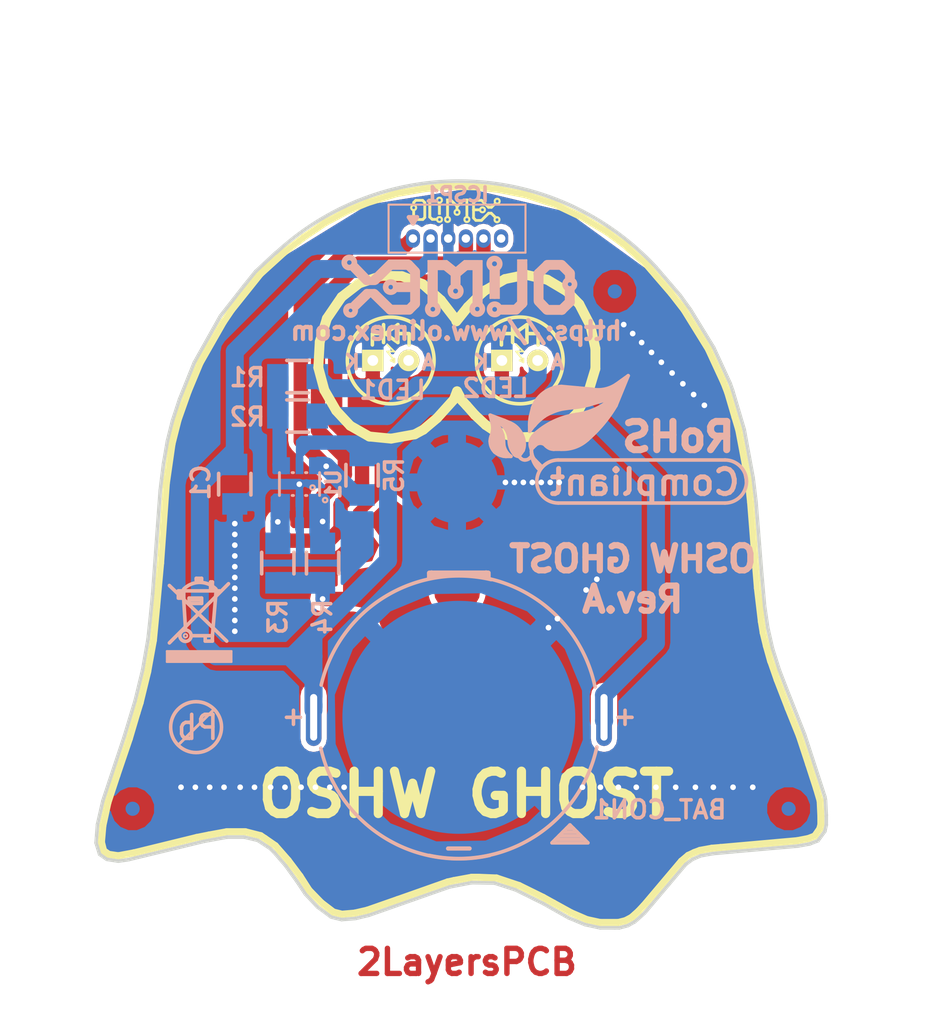
<source format=kicad_pcb>
(kicad_pcb (version 20160815) (host pcbnew no-vcs-found-undefined)

  (general
    (links 23)
    (no_connects 0)
    (area 80.340199 49.401306 132.334001 102.539801)
    (thickness 1.6)
    (drawings 241)
    (tracks 293)
    (zones 0)
    (modules 21)
    (nets 11)
  )

  (page A4)
  (title_block
    (company "OLIMEX LTD.")
    (comment 1 https://www.olimex.com)
  )

  (layers
    (0 F.Cu signal)
    (31 B.Cu signal)
    (32 B.Adhes user)
    (33 F.Adhes user)
    (34 B.Paste user)
    (35 F.Paste user)
    (36 B.SilkS user)
    (37 F.SilkS user)
    (38 B.Mask user)
    (39 F.Mask user)
    (40 Dwgs.User user)
    (41 Cmts.User user)
    (42 Eco1.User user)
    (43 Eco2.User user)
    (44 Edge.Cuts user)
    (45 Margin user)
    (46 B.CrtYd user)
    (47 F.CrtYd user hide)
    (48 B.Fab user)
    (49 F.Fab user)
  )

  (setup
    (last_trace_width 0.2032)
    (user_trace_width 0.2032)
    (user_trace_width 0.254)
    (user_trace_width 0.508)
    (user_trace_width 0.762)
    (user_trace_width 1.016)
    (user_trace_width 1.27)
    (user_trace_width 1.524)
    (user_trace_width 2.032)
    (trace_clearance 0.2032)
    (zone_clearance 0.381)
    (zone_45_only no)
    (trace_min 0)
    (segment_width 0.3)
    (edge_width 0.254)
    (via_size 0.6)
    (via_drill 0.4)
    (via_min_size 0.4)
    (via_min_drill 0.3)
    (user_via 0.5 0.3)
    (user_via 0.6 0.4)
    (user_via 0.8 0.5)
    (user_via 1 0.6)
    (uvia_size 0.3)
    (uvia_drill 0.1)
    (uvias_allowed no)
    (uvia_min_size 0)
    (uvia_min_drill 0)
    (pcb_text_width 0.3)
    (pcb_text_size 1.5 1.5)
    (mod_edge_width 0.15)
    (mod_text_size 1 1)
    (mod_text_width 0.15)
    (pad_size 1.524 1.524)
    (pad_drill 0.762)
    (pad_to_mask_clearance 0.2)
    (aux_axis_origin 80.264 102.616)
    (visible_elements FFFEFFFF)
    (pcbplotparams
      (layerselection 0x010fc_7ffffffe)
      (usegerberextensions false)
      (excludeedgelayer false)
      (linewidth 0.100000)
      (plotframeref false)
      (viasonmask false)
      (mode 1)
      (useauxorigin false)
      (hpglpennumber 1)
      (hpglpenspeed 20)
      (hpglpendiameter 15)
      (psnegative false)
      (psa4output false)
      (plotreference true)
      (plotvalue false)
      (plotinvisibletext false)
      (padsonsilk false)
      (subtractmaskfromsilk false)
      (outputformat 1)
      (mirror false)
      (drillshape 0)
      (scaleselection 1)
      (outputdirectory Gerbers/))
  )

  (net 0 "")
  (net 1 +3V3)
  (net 2 GND)
  (net 3 "Net-(CB1-Pad1)")
  (net 4 /CLK)
  (net 5 /DAT)
  (net 6 /MCLR)
  (net 7 "Net-(LED1-Pad2)")
  (net 8 "Net-(LED2-Pad2)")
  (net 9 /LED)
  (net 10 "Net-(ICSP1-Pad6)")

  (net_class Default "This is the default net class."
    (clearance 0.2032)
    (trace_width 0.2032)
    (via_dia 0.6)
    (via_drill 0.4)
    (uvia_dia 0.3)
    (uvia_drill 0.1)
    (diff_pair_gap 0.25)
    (diff_pair_width 0.2)
    (add_net +3V3)
    (add_net /CLK)
    (add_net /DAT)
    (add_net /LED)
    (add_net /MCLR)
    (add_net GND)
    (add_net "Net-(CB1-Pad1)")
    (add_net "Net-(ICSP1-Pad6)")
    (add_net "Net-(LED1-Pad2)")
    (add_net "Net-(LED2-Pad2)")
  )

  (module OLIMEX_Connectors-FP:CR2032H_PTH locked (layer B.Cu) (tedit 580762E4) (tstamp 58059FAB)
    (at 106.172 87.503 270)
    (path /58046265)
    (fp_text reference BAT_CON1 (at 6.5405 -14.224) (layer B.SilkS)
      (effects (font (size 1.27 1.27) (thickness 0.254)) (justify mirror))
    )
    (fp_text value CR2032H_PTH (at 0.508 -13.716 270) (layer B.Fab)
      (effects (font (size 1.27 1.27) (thickness 0.254)) (justify mirror))
    )
    (fp_arc (start 0 0) (end -9.7536 -2.286) (angle -90) (layer B.SilkS) (width 0.254))
    (fp_arc (start 0 0) (end 9.779 2.1082) (angle -90) (layer B.SilkS) (width 0.254))
    (fp_arc (start 0 0) (end 2.1844 9.779) (angle -90) (layer B.SilkS) (width 0.254))
    (fp_line (start -10.2 2.05) (end -10.2 -2.05) (layer B.SilkS) (width 0.4))
    (fp_arc (start -0.1524 0.0508) (end -2.159 -9.652) (angle -90) (layer B.SilkS) (width 0.254))
    (fp_line (start -10.2362 2.1082) (end -9.8552 2.1082) (layer B.SilkS) (width 0.3))
    (fp_line (start -10.2362 -2.1082) (end -9.8552 -2.1082) (layer B.SilkS) (width 0.3))
    (fp_line (start -10.2616 -1.9304) (end -9.8806 -1.9304) (layer B.SilkS) (width 0.3))
    (fp_line (start -10.2616 1.9304) (end -9.8806 1.9304) (layer B.SilkS) (width 0.3))
    (fp_text user + (at 0 11.811 270) (layer B.SilkS)
      (effects (font (size 1.3 1.3) (thickness 0.254)) (justify mirror))
    )
    (fp_text user + (at 0 -11.684 270) (layer B.SilkS)
      (effects (font (size 1.3 1.3) (thickness 0.254)) (justify mirror))
    )
    (fp_text user - (at 9.144 0) (layer B.SilkS)
      (effects (font (size 2 2) (thickness 0.3)) (justify mirror))
    )
    (fp_line (start 7.874 -7.62) (end 7.874 -8.128) (layer B.SilkS) (width 0.254))
    (fp_line (start 8.128 -7.366) (end 8.128 -8.382) (layer B.SilkS) (width 0.254))
    (fp_line (start 8.382 -7.112) (end 8.382 -8.636) (layer B.SilkS) (width 0.254))
    (fp_line (start 8.636 -6.858) (end 8.636 -8.89) (layer B.SilkS) (width 0.254))
    (fp_line (start 7.62 -7.874) (end 8.89 -6.604) (layer B.SilkS) (width 0.254))
    (fp_line (start 8.89 -6.604) (end 8.89 -9.144) (layer B.SilkS) (width 0.254))
    (fp_line (start 8.89 -9.144) (end 7.62 -7.874) (layer B.SilkS) (width 0.254))
    (pad 1 thru_hole oval (at 0 10.287 270) (size 4.06 1.11) (drill oval 3.3 0.5) (layers *.Cu *.Mask)
      (net 1 +3V3))
    (pad 2 smd circle (at 0 0 270) (size 16.5 16.5) (layers B.Cu B.Mask)
      (net 2 GND))
    (pad 1 thru_hole oval (at 0 -10.287 270) (size 4.06 1.11) (drill oval 3.3 0.5) (layers *.Cu *.Mask)
      (net 1 +3V3))
  )

  (module OLIMEX_LOGOs-FP:LOGO_ROHS_1 (layer B.Cu) (tedit 58074E4C) (tstamp 5807B3A5)
    (at 125.5395 71.6915 180)
    (fp_text reference Ref** (at 3.29692 7.10184 180) (layer B.Fab) hide
      (effects (font (size 2 2) (thickness 0.5)) (justify mirror))
    )
    (fp_text value Val** (at 6.29158 -2.07264 180) (layer B.Fab) hide
      (effects (font (size 1.778 1.778) (thickness 0.35)) (justify mirror))
    )
    (fp_arc (start 15.72514 3.40614) (end 15.113 2.794) (angle -44.9) (layer B.SilkS) (width 0.254))
    (fp_arc (start 17.2974 3.7719) (end 15.7988 3.86842) (angle -45) (layer B.SilkS) (width 0.254))
    (fp_arc (start 14.26972 3.80746) (end 15.7988 3.8608) (angle -45) (layer B.SilkS) (width 0.254))
    (fp_arc (start 15.11046 3.09626) (end 15.41526 2.79146) (angle -44.9) (layer B.SilkS) (width 0.254))
    (fp_arc (start 14.96822 3.67538) (end 16.1798 3.4671) (angle -45) (layer B.SilkS) (width 0.254))
    (fp_arc (start 17.96796 3.74396) (end 16.2052 3.81508) (angle -34.7) (layer B.SilkS) (width 0.254))
    (fp_arc (start 16.0274 3.48996) (end 16.22552 2.68986) (angle -14) (layer B.SilkS) (width 0.254))
    (fp_arc (start 16.02232 3.87604) (end 16.80718 2.96418) (angle -30.9) (layer B.SilkS) (width 0.254))
    (fp_arc (start 16.07312 3.74396) (end 17.145 3.74396) (angle -45) (layer B.SilkS) (width 0.254))
    (fp_arc (start 16.15186 3.74396) (end 17.07388 4.11226) (angle -21.8) (layer B.SilkS) (width 0.254))
    (fp_arc (start 18.48866 4.67868) (end 17.07388 4.11226) (angle -35.8) (layer B.SilkS) (width 0.254))
    (fp_arc (start 16.30934 3.62458) (end 14.986 4.3815) (angle -37) (layer B.SilkS) (width 0.254))
    (fp_arc (start 16.256 3.5306) (end 14.732 3.5306) (angle -29.7) (layer B.SilkS) (width 0.254))
    (fp_arc (start 15.9258 3.5306) (end 14.81582 3.0861) (angle -21.8) (layer B.SilkS) (width 0.254))
    (fp_arc (start 14.68628 2.82448) (end 14.97838 2.53238) (angle -45) (layer B.SilkS) (width 0.254))
    (fp_arc (start 14.68628 2.91846) (end 14.68628 2.413) (angle -45) (layer B.SilkS) (width 0.254))
    (fp_arc (start 13.30198 3.04546) (end 14.224 3.048) (angle -45) (layer B.SilkS) (width 0.254))
    (fp_arc (start 12.48918 3.00228) (end 14.224 3.00228) (angle -44.9) (layer B.SilkS) (width 0.254))
    (fp_arc (start 11.96594 13.3096) (end 11.49604 6.10108) (angle -10.8) (layer B.SilkS) (width 0.254))
    (fp_arc (start 11.14298 1.9812) (end 12.0142 6.02742) (angle -18.9) (layer B.SilkS) (width 0.254))
    (fp_arc (start 10.51306 1.7272) (end 13.28928 5.51942) (angle -18.4) (layer B.SilkS) (width 0.254))
    (fp_arc (start 13.462 3.55346) (end 14.10462 4.11226) (angle -67.4) (layer B.SilkS) (width 0.254))
    (fp_arc (start 10.27938 0.1524) (end 11.3792 5.57022) (angle -29.9) (layer B.SilkS) (width 0.254))
    (fp_arc (start 11.67384 10.37844) (end 11.06932 5.63118) (angle -26.1) (layer B.SilkS) (width 0.254))
    (fp_arc (start 12.68984 3.17246) (end 14.224 3.175) (angle -45) (layer B.SilkS) (width 0.254))
    (fp_arc (start 11.30046 4.89712) (end 14.29004 5.50418) (angle -12.8) (layer B.SilkS) (width 0.254))
    (fp_arc (start 11.99896 5.3467) (end 12.09294 7.62) (angle -68.1) (layer B.SilkS) (width 0.254))
    (fp_arc (start 9.49706 9.6647) (end 9.9441 7.42442) (angle -45) (layer B.SilkS) (width 0.254))
    (fp_arc (start 11.99388 5.7658) (end 12.12088 3.175) (angle -44.9) (layer B.SilkS) (width 0.254))
    (fp_arc (start 16.57858 11.18616) (end 10.21588 3.87858) (angle -18.4) (layer B.SilkS) (width 0.254))
    (fp_arc (start 13.589 3.09118) (end 13.22832 3.44932) (angle -90) (layer B.SilkS) (width 0.254))
    (fp_arc (start 12.6365 3.93446) (end 13.17498 3.39598) (angle -45) (layer B.SilkS) (width 0.254))
    (fp_arc (start 12.319 0.889) (end 13.843 0.889) (angle -90) (layer B.SilkS) (width 0.254))
    (fp_arc (start 0.508 0.889) (end 0.508 -0.635) (angle -90) (layer B.SilkS) (width 0.254))
    (fp_arc (start 0.508 0.889) (end -1.016 0.889) (angle -90) (layer B.SilkS) (width 0.254))
    (fp_arc (start 12.319 0.889) (end 12.319 2.413) (angle -90) (layer B.SilkS) (width 0.254))
    (fp_line (start 15.875 2.794) (end 16.383 2.794) (layer B.SilkS) (width 0.254))
    (fp_line (start 16.002 2.921) (end 16.637 2.921) (layer B.SilkS) (width 0.254))
    (fp_line (start 16.129 3.048) (end 16.764 3.048) (layer B.SilkS) (width 0.254))
    (fp_line (start 16.129 3.175) (end 16.891 3.175) (layer B.SilkS) (width 0.254))
    (fp_line (start 16.1798 3.302) (end 17.018 3.302) (layer B.SilkS) (width 0.254))
    (fp_line (start 16.256 3.429) (end 17.018 3.429) (layer B.SilkS) (width 0.254))
    (fp_line (start 16.256 3.556) (end 17.018 3.556) (layer B.SilkS) (width 0.254))
    (fp_line (start 16.256 3.683) (end 17.018 3.683) (layer B.SilkS) (width 0.254))
    (fp_line (start 16.256 3.81) (end 17.018 3.81) (layer B.SilkS) (width 0.254))
    (fp_line (start 16.256 3.937) (end 17.018 3.937) (layer B.SilkS) (width 0.254))
    (fp_line (start 16.256 4.064) (end 17.018 4.064) (layer B.SilkS) (width 0.254))
    (fp_line (start 16.256 4.191) (end 16.891 4.191) (layer B.SilkS) (width 0.254))
    (fp_line (start 16.383 4.318) (end 16.891 4.318) (layer B.SilkS) (width 0.254))
    (fp_line (start 16.383 4.445) (end 16.891 4.445) (layer B.SilkS) (width 0.254))
    (fp_line (start 16.764 4.953) (end 16.764 4.445) (layer B.SilkS) (width 0.254))
    (fp_line (start 16.637 4.953) (end 16.637 4.445) (layer B.SilkS) (width 0.254))
    (fp_line (start 16.51 5.334) (end 17.018 5.334) (layer B.SilkS) (width 0.254))
    (fp_line (start 16.383 5.207) (end 17.018 5.207) (layer B.SilkS) (width 0.254))
    (fp_line (start 16.129 5.08) (end 16.891 5.08) (layer B.SilkS) (width 0.254))
    (fp_line (start 16.637 4.953) (end 15.748 4.953) (layer B.SilkS) (width 0.254))
    (fp_line (start 16.764 4.953) (end 16.637 4.953) (layer B.SilkS) (width 0.254))
    (fp_line (start 16.891 4.953) (end 16.764 4.953) (layer B.SilkS) (width 0.254))
    (fp_line (start 16.129 4.826) (end 15.621 4.826) (layer B.SilkS) (width 0.254))
    (fp_line (start 16.002 4.699) (end 15.367 4.699) (layer B.SilkS) (width 0.254))
    (fp_line (start 16.002 4.572) (end 15.24 4.572) (layer B.SilkS) (width 0.254))
    (fp_line (start 15.875 4.445) (end 15.113 4.445) (layer B.SilkS) (width 0.254))
    (fp_line (start 15.875 4.318) (end 14.986 4.318) (layer B.SilkS) (width 0.254))
    (fp_line (start 15.748 4.191) (end 14.986 4.191) (layer B.SilkS) (width 0.254))
    (fp_line (start 15.748 4.064) (end 14.986 4.064) (layer B.SilkS) (width 0.254))
    (fp_line (start 15.748 3.937) (end 14.859 3.937) (layer B.SilkS) (width 0.254))
    (fp_line (start 15.748 3.81) (end 14.859 3.81) (layer B.SilkS) (width 0.254))
    (fp_line (start 14.986 3.048) (end 15.494 3.048) (layer B.SilkS) (width 0.254))
    (fp_line (start 14.986 3.175) (end 15.621 3.175) (layer B.SilkS) (width 0.254))
    (fp_line (start 14.859 3.302) (end 15.621 3.302) (layer B.SilkS) (width 0.254))
    (fp_line (start 14.859 3.429) (end 15.621 3.429) (layer B.SilkS) (width 0.254))
    (fp_line (start 14.986 3.556) (end 15.621 3.556) (layer B.SilkS) (width 0.254))
    (fp_line (start 15.494 3.683) (end 15.494 3.175) (layer B.SilkS) (width 0.254))
    (fp_line (start 15.748 3.683) (end 15.24 2.794) (layer B.SilkS) (width 0.254))
    (fp_line (start 15.494 3.683) (end 15.748 3.683) (layer B.SilkS) (width 0.254))
    (fp_line (start 15.113 3.683) (end 15.494 3.683) (layer B.SilkS) (width 0.254))
    (fp_line (start 14.986 3.048) (end 14.986 2.921) (layer B.SilkS) (width 0.254))
    (fp_line (start 14.986 3.175) (end 14.986 3.048) (layer B.SilkS) (width 0.254))
    (fp_line (start 14.986 3.556) (end 14.986 3.175) (layer B.SilkS) (width 0.254))
    (fp_line (start 14.986 3.683) (end 14.986 3.556) (layer B.SilkS) (width 0.254))
    (fp_line (start 15.113 3.683) (end 15.113 3.048) (layer B.SilkS) (width 0.254))
    (fp_line (start 14.986 3.683) (end 15.113 3.683) (layer B.SilkS) (width 0.254))
    (fp_line (start 14.859 3.683) (end 14.986 3.683) (layer B.SilkS) (width 0.254))
    (fp_line (start 14.859 3.429) (end 14.859 3.683) (layer B.SilkS) (width 0.254))
    (fp_line (start 14.859 3.40614) (end 14.859 3.429) (layer B.SilkS) (width 0.254))
    (fp_line (start 15.7988 3.8608) (end 15.7988 3.86842) (layer B.SilkS) (width 0.254))
    (fp_line (start 15.41526 2.79146) (end 15.38732 2.76352) (layer B.SilkS) (width 0.254))
    (fp_line (start 12.065 4.191) (end 10.795 4.445) (layer B.SilkS) (width 0.508))
    (fp_line (start 12.446 4.064) (end 12.065 4.191) (layer B.SilkS) (width 0.508))
    (fp_line (start 12.573 4.191) (end 12.446 4.064) (layer B.SilkS) (width 0.508))
    (fp_line (start 12.573 4.318) (end 12.573 4.191) (layer B.SilkS) (width 0.508))
    (fp_line (start 12.065 4.572) (end 12.573 4.318) (layer B.SilkS) (width 0.508))
    (fp_line (start 11.811 4.572) (end 12.065 4.572) (layer B.SilkS) (width 0.508))
    (fp_line (start 10.795 4.826) (end 11.811 4.572) (layer B.SilkS) (width 0.508))
    (fp_line (start 10.287 4.826) (end 10.795 4.826) (layer B.SilkS) (width 0.508))
    (fp_line (start 10.16 4.699) (end 10.287 4.826) (layer B.SilkS) (width 0.508))
    (fp_line (start 10.287 4.572) (end 10.16 4.699) (layer B.SilkS) (width 0.508))
    (fp_line (start 10.922 4.064) (end 10.287 4.572) (layer B.SilkS) (width 0.508))
    (fp_line (start 11.43 3.937) (end 10.922 4.064) (layer B.SilkS) (width 0.508))
    (fp_line (start 11.811 3.81) (end 11.43 3.937) (layer B.SilkS) (width 0.508))
    (fp_line (start 12.446 3.81) (end 11.811 3.81) (layer B.SilkS) (width 0.508))
    (fp_line (start 12.827 3.937) (end 12.446 3.81) (layer B.SilkS) (width 0.508))
    (fp_line (start 13.081 3.937) (end 12.827 3.937) (layer B.SilkS) (width 0.508))
    (fp_line (start 13.208 4.191) (end 13.081 3.937) (layer B.SilkS) (width 0.508))
    (fp_line (start 13.081 4.318) (end 13.208 4.191) (layer B.SilkS) (width 0.508))
    (fp_line (start 12.446 4.826) (end 13.081 4.318) (layer B.SilkS) (width 0.508))
    (fp_line (start 11.43 5.08) (end 12.446 4.826) (layer B.SilkS) (width 0.508))
    (fp_line (start 10.287 5.207) (end 11.43 5.08) (layer B.SilkS) (width 0.508))
    (fp_line (start 10.16 5.207) (end 10.287 5.207) (layer B.SilkS) (width 0.508))
    (fp_line (start 10.033 5.08) (end 10.16 5.207) (layer B.SilkS) (width 0.508))
    (fp_line (start 9.271 5.715) (end 10.033 5.08) (layer B.SilkS) (width 0.508))
    (fp_line (start 9.906 5.715) (end 9.144 6.096) (layer B.SilkS) (width 0.508))
    (fp_line (start 10.6426 5.461) (end 9.906 5.715) (layer B.SilkS) (width 0.508))
    (fp_line (start 11.2522 5.461) (end 10.6426 5.461) (layer B.SilkS) (width 0.508))
    (fp_line (start 12.6492 4.9784) (end 11.2522 5.461) (layer B.SilkS) (width 0.508))
    (fp_line (start 13.335 4.572) (end 12.6492 4.9784) (layer B.SilkS) (width 0.508))
    (fp_line (start 13.843 4.064) (end 13.335 4.572) (layer B.SilkS) (width 0.508))
    (fp_line (start 14.097 3.556) (end 13.843 4.064) (layer B.SilkS) (width 0.508))
    (fp_line (start 13.843 3.81) (end 14.097 3.556) (layer B.SilkS) (width 0.508))
    (fp_line (start 13.462 3.937) (end 13.843 3.81) (layer B.SilkS) (width 0.508))
    (fp_line (start 12.7 3.429) (end 13.462 3.937) (layer B.SilkS) (width 0.508))
    (fp_line (start 11.811 3.429) (end 12.7 3.429) (layer B.SilkS) (width 0.508))
    (fp_line (start 10.922 3.683) (end 11.811 3.429) (layer B.SilkS) (width 0.508))
    (fp_line (start 10.414 4.064) (end 10.922 3.683) (layer B.SilkS) (width 0.508))
    (fp_line (start 9.525 4.953) (end 10.414 4.064) (layer B.SilkS) (width 0.508))
    (fp_line (start 9.271 5.334) (end 9.525 4.953) (layer B.SilkS) (width 0.508))
    (fp_line (start 8.89 5.842) (end 9.271 5.334) (layer B.SilkS) (width 0.508))
    (fp_line (start 8.76046 6.35) (end 8.382 7.23646) (layer B.SilkS) (width 0.508))
    (fp_line (start 8.76046 5.969) (end 8.76046 6.35) (layer B.SilkS) (width 0.508))
    (fp_line (start 8.382 6.477) (end 8.76046 5.969) (layer B.SilkS) (width 0.508))
    (fp_line (start 8.255 6.985) (end 8.382 6.477) (layer B.SilkS) (width 0.508))
    (fp_line (start 7.747 7.874) (end 8.255 6.985) (layer B.SilkS) (width 0.508))
    (fp_line (start 13.335 6.35) (end 11.684 6.35) (layer B.SilkS) (width 0.508))
    (fp_line (start 13.208 6.731) (end 8.255 6.8072) (layer B.SilkS) (width 0.508))
    (fp_line (start 13.208 6.477) (end 13.208 6.731) (layer B.SilkS) (width 0.508))
    (fp_line (start 13.208 6.985) (end 13.208 6.731) (layer B.SilkS) (width 0.508))
    (fp_line (start 8.636 6.985) (end 13.208 6.985) (layer B.SilkS) (width 0.508))
    (fp_line (start 9.144 6.858) (end 8.636 6.985) (layer B.SilkS) (width 0.508))
    (fp_line (start 10.414 6.477) (end 9.144 6.858) (layer B.SilkS) (width 0.508))
    (fp_line (start 11.557 6.35) (end 10.414 6.477) (layer B.SilkS) (width 0.508))
    (fp_line (start 11.684 6.35) (end 11.557 6.35) (layer B.SilkS) (width 0.508))
    (fp_line (start 12.192 6.35) (end 11.684 6.35) (layer B.SilkS) (width 0.508))
    (fp_line (start 12.827 5.969) (end 12.192 6.35) (layer B.SilkS) (width 0.508))
    (fp_line (start 13.208 6.477) (end 13.589 5.969) (layer B.SilkS) (width 0.508))
    (fp_line (start 12.954 5.969) (end 13.208 6.477) (layer B.SilkS) (width 0.508))
    (fp_line (start 13.589 5.588) (end 12.954 5.969) (layer B.SilkS) (width 0.508))
    (fp_line (start 14.097 4.953) (end 13.589 5.588) (layer B.SilkS) (width 0.508))
    (fp_line (start 13.97 5.969) (end 14.097 4.953) (layer B.SilkS) (width 0.508))
    (fp_line (start 13.716 6.477) (end 13.97 5.969) (layer B.SilkS) (width 0.508))
    (fp_line (start 13.208 6.985) (end 13.716 6.477) (layer B.SilkS) (width 0.508))
    (fp_line (start 12.573 7.366) (end 13.208 6.985) (layer B.SilkS) (width 0.508))
    (fp_line (start 10.922 7.366) (end 12.573 7.366) (layer B.SilkS) (width 0.508))
    (fp_line (start 9.906 7.23646) (end 10.922 7.366) (layer B.SilkS) (width 0.508))
    (fp_line (start 8.76046 7.23646) (end 9.906 7.23646) (layer B.SilkS) (width 0.508))
    (fp_line (start 7.747 7.874) (end 8.76046 7.23646) (layer B.SilkS) (width 0.254))
    (fp_line (start 16.2052 3.85826) (end 16.1798 3.4671) (layer B.SilkS) (width 0.254))
    (fp_line (start 15.1257 2.667) (end 15.113 2.667) (layer B.SilkS) (width 0.254))
    (fp_line (start 16.0274 2.667) (end 15.6718 2.667) (layer B.SilkS) (width 0.254))
    (fp_line (start 16.83004 2.98704) (end 16.80718 2.96418) (layer B.SilkS) (width 0.254))
    (fp_line (start 17.145 5.588) (end 17.01038 5.04952) (layer B.SilkS) (width 0.254))
    (fp_line (start 16.129 5.207) (end 17.145 5.588) (layer B.SilkS) (width 0.254))
    (fp_line (start 15.70736 5.02666) (end 16.129 5.207) (layer B.SilkS) (width 0.254))
    (fp_line (start 14.93266 4.28752) (end 14.986 4.3815) (layer B.SilkS) (width 0.254))
    (fp_line (start 15.113 2.667) (end 14.81582 3.0861) (layer B.SilkS) (width 0.254))
    (fp_line (start 14.97838 2.53238) (end 15.113 2.667) (layer B.SilkS) (width 0.254))
    (fp_line (start 14.224 2.667) (end 14.32814 2.56032) (layer B.SilkS) (width 0.254))
    (fp_line (start 13.462 1.905) (end 13.95222 2.39522) (layer B.SilkS) (width 0.254))
    (fp_line (start 14.224 3.00228) (end 14.224 3.048) (layer B.SilkS) (width 0.254))
    (fp_line (start 13.589 1.778) (end 14.097 2.54) (layer B.SilkS) (width 0.254))
    (fp_line (start 10.1473 6.31698) (end 8.76046 6.731) (layer B.SilkS) (width 0.254))
    (fp_line (start 12.0142 6.02742) (end 11.49604 6.10108) (layer B.SilkS) (width 0.254))
    (fp_line (start 13.28928 5.51942) (end 13.28166 5.5245) (layer B.SilkS) (width 0.254))
    (fp_line (start 14.34846 4.445) (end 14.34592 4.44754) (layer B.SilkS) (width 0.254))
    (fp_line (start 13.93444 4.30022) (end 14.10462 4.11226) (layer B.SilkS) (width 0.254))
    (fp_line (start 11.06932 5.63118) (end 11.3792 5.57022) (layer B.SilkS) (width 0.254))
    (fp_line (start 8.76046 6.731) (end 9.0424 6.38302) (layer B.SilkS) (width 0.254))
    (fp_line (start 13.589 1.905) (end 13.77442 2.09042) (layer B.SilkS) (width 0.254))
    (fp_line (start 14.24686 3.22072) (end 14.224 3.175) (layer B.SilkS) (width 0.254))
    (fp_line (start 14.34846 4.826) (end 14.34846 4.445) (layer B.SilkS) (width 0.254))
    (fp_line (start 14.14272 6.10362) (end 14.29004 5.50418) (layer B.SilkS) (width 0.254))
    (fp_line (start 9.9441 7.42442) (end 12.09294 7.62) (layer B.SilkS) (width 0.254))
    (fp_line (start 7.366 8.382) (end 8.22706 7.76224) (layer B.SilkS) (width 0.254))
    (fp_line (start 12.12088 3.175) (end 12.6365 3.175) (layer B.SilkS) (width 0.254))
    (fp_line (start 10.21588 3.87858) (end 10.25144 3.84302) (layer B.SilkS) (width 0.254))
    (fp_line (start 7.366 8.382) (end 8.23214 6.26618) (layer B.SilkS) (width 0.254))
    (fp_line (start 13.94714 3.44932) (end 14.224 3.175) (layer B.SilkS) (width 0.254))
    (fp_line (start 13.17498 3.39598) (end 13.22832 3.44932) (layer B.SilkS) (width 0.254))
    (fp_line (start 0.508 -0.635) (end 12.319 -0.635) (layer B.SilkS) (width 0.254))
    (fp_line (start 12.319 2.413) (end 0.508 2.413) (layer B.SilkS) (width 0.254))
    (fp_text user Compliant (at 6.20014 0.8382 180) (layer B.SilkS)
      (effects (font (size 1.778 1.778) (thickness 0.35)) (justify mirror))
    )
    (fp_text user RoHS (at 3.81508 4.04368 180) (layer B.SilkS)
      (effects (font (size 2 2) (thickness 0.5)) (justify mirror))
    )
  )

  (module OLIMEX_LOGOs-FP:LOGO_RECYCLEBIN_1 (layer B.Cu) (tedit 58074E41) (tstamp 5807AEE9)
    (at 90.1065 83.6295 180)
    (fp_text reference "" (at 2.11 7.12 180) (layer B.Fab) hide
      (effects (font (size 1 1) (thickness 0.15)) (justify mirror))
    )
    (fp_text value "" (at 2.85 -1.56 180) (layer B.Fab) hide
      (effects (font (size 1 1) (thickness 0.15)) (justify mirror))
    )
    (fp_line (start 4.62 0.812) (end 4.62 0.05) (layer B.SilkS) (width 0.15))
    (fp_line (start 0.048 0.812) (end 4.62 0.812) (layer B.SilkS) (width 0.15))
    (fp_line (start 0.048 0.05) (end 0.048 0.812) (layer B.SilkS) (width 0.15))
    (fp_line (start 4.62 0.05) (end 0.048 0.05) (layer B.SilkS) (width 0.15))
    (fp_line (start 4.5692 0.7612) (end 0.1496 0.7612) (layer B.SilkS) (width 0.15))
    (fp_line (start 0.0988 0.6596) (end 4.5692 0.6596) (layer B.SilkS) (width 0.15))
    (fp_line (start 4.5692 0.5072) (end 0.1496 0.5072) (layer B.SilkS) (width 0.15))
    (fp_line (start 4.5692 0.3548) (end 0.1496 0.3548) (layer B.SilkS) (width 0.15))
    (fp_line (start 0.0988 0.6088) (end 4.5184 0.6088) (layer B.SilkS) (width 0.15))
    (fp_line (start 0.0988 0.4564) (end 4.5692 0.4564) (layer B.SilkS) (width 0.15))
    (fp_line (start 4.5184 0.2532) (end 0.1496 0.2532) (layer B.SilkS) (width 0.15))
    (fp_line (start 0.0988 0.1516) (end 4.5184 0.1516) (layer B.SilkS) (width 0.15))
    (fp_line (start 0.254 5.588) (end 4.445 1.397) (layer B.SilkS) (width 0.254))
    (fp_line (start 0.381 1.524) (end 4.445 5.461) (layer B.SilkS) (width 0.254))
    (fp_line (start 1.397 1.905) (end 2.794 1.905) (layer B.SilkS) (width 0.254))
    (fp_line (start 1.397 1.905) (end 1.143 4.953) (layer B.SilkS) (width 0.254))
    (fp_line (start 0.889 5.08) (end 3.81 5.08) (layer B.SilkS) (width 0.254))
    (fp_line (start 1.905 1.524) (end 1.905 1.778) (layer B.SilkS) (width 0.254))
    (fp_line (start 1.397 1.524) (end 1.905 1.524) (layer B.SilkS) (width 0.254))
    (fp_line (start 1.397 1.905) (end 1.397 1.524) (layer B.SilkS) (width 0.254))
    (fp_line (start 3.302 2.413) (end 3.429 4.445) (layer B.SilkS) (width 0.254))
    (fp_circle (center 3.302 1.905) (end 3.683 2.032) (layer B.SilkS) (width 0.254))
    (fp_line (start 1.524 5.715) (end 1.524 5.207) (layer B.SilkS) (width 0.254))
    (fp_line (start 1.397 5.715) (end 1.524 5.715) (layer B.SilkS) (width 0.254))
    (fp_line (start 1.397 5.207) (end 1.397 5.715) (layer B.SilkS) (width 0.254))
    (fp_line (start 3.81 4.572) (end 3.81 5.08) (layer B.SilkS) (width 0.254))
    (fp_line (start 3.429 4.572) (end 3.81 4.572) (layer B.SilkS) (width 0.254))
    (fp_line (start 3.429 5.08) (end 3.429 4.572) (layer B.SilkS) (width 0.254))
    (fp_line (start 3.556 4.953) (end 3.556 4.826) (layer B.SilkS) (width 0.254))
    (fp_line (start 3.556 5.08) (end 3.683 4.699) (layer B.SilkS) (width 0.254))
    (fp_line (start 3.556 4.953) (end 3.556 4.826) (layer B.SilkS) (width 0.254))
    (fp_line (start 3.683 4.953) (end 3.683 4.572) (layer B.SilkS) (width 0.254))
    (fp_line (start 3.556 4.953) (end 3.683 4.953) (layer B.SilkS) (width 0.254))
    (fp_line (start 3.556 4.572) (end 3.556 4.953) (layer B.SilkS) (width 0.254))
    (fp_line (start 2.159 4.191) (end 2.159 4.572) (layer B.SilkS) (width 0.254))
    (fp_line (start 3.048 4.191) (end 2.159 4.191) (layer B.SilkS) (width 0.254))
    (fp_line (start 3.048 4.572) (end 3.048 4.191) (layer B.SilkS) (width 0.254))
    (fp_line (start 2.159 4.572) (end 3.048 4.572) (layer B.SilkS) (width 0.254))
    (fp_line (start 2.286 4.445) (end 2.921 4.445) (layer B.SilkS) (width 0.254))
    (fp_line (start 2.54 5.969) (end 2.159 5.969) (layer B.SilkS) (width 0.254))
    (fp_line (start 2.54 5.842) (end 2.54 5.969) (layer B.SilkS) (width 0.254))
    (fp_line (start 2.159 5.842) (end 2.54 5.842) (layer B.SilkS) (width 0.254))
    (fp_line (start 2.159 5.969) (end 2.159 5.842) (layer B.SilkS) (width 0.254))
    (fp_arc (start 2.286 4.064) (end 1.143 5.207) (angle -90) (layer B.SilkS) (width 0.254))
    (fp_circle (center 3.302 1.905) (end 3.429 1.905) (layer B.SilkS) (width 0.127))
  )

  (module OLIMEX_LOGOs-FP:OLIMEX_LOGO_TB (layer B.Cu) (tedit 58074EBF) (tstamp 5807B856)
    (at 106.045 56.9595 180)
    (fp_text reference "" (at -2.4003 3.0607 180) (layer B.Fab) hide
      (effects (font (size 1 1) (thickness 0.15)) (justify mirror))
    )
    (fp_text value "" (at -1.6637 -3.7084 180) (layer B.Fab) hide
      (effects (font (size 1 1) (thickness 0.15)) (justify mirror))
    )
    (fp_circle (center -7.9883 0.127) (end -7.6708 0.2413) (layer B.SilkS) (width 0.4))
    (fp_line (start -8.001 0.9017) (end -7.493 1.4097) (layer B.SilkS) (width 0.7))
    (fp_line (start -6.4008 1.4859) (end -5.7658 0.8763) (layer B.SilkS) (width 0.7))
    (fp_line (start -5.7912 -1.0795) (end -6.35 -1.6637) (layer B.SilkS) (width 0.7))
    (fp_line (start -4.1656 -1.6764) (end -4.6228 -1.2192) (layer B.SilkS) (width 0.7))
    (fp_line (start -3.1798 -1.6764) (end -4.1656 -1.6764) (layer B.SilkS) (width 0.7))
    (fp_circle (center -2.667 -1.651) (end -2.4638 -1.3462) (layer B.SilkS) (width 0.4))
    (fp_line (start -2.667 1.0414) (end -2.667 -0.5588) (layer B.SilkS) (width 0.7))
    (fp_circle (center -2.6543 1.5748) (end -2.54 1.9304) (layer B.SilkS) (width 0.4))
    (fp_circle (center -1.4351 -1.6256) (end -1.1938 -1.3589) (layer B.SilkS) (width 0.4))
    (fp_line (start -1.4478 -1.1176) (end -1.4478 1.4732) (layer B.SilkS) (width 0.7))
    (fp_line (start -1.4478 1.4732) (end -0.6096 1.4732) (layer B.SilkS) (width 0.7))
    (fp_line (start -0.6096 1.4732) (end 0 0.9652) (layer B.SilkS) (width 0.7))
    (fp_line (start 0.1016 0.1778) (end 0.1016 0.889) (layer B.SilkS) (width 0.7))
    (fp_line (start 0.1778 0.9652) (end 0.8128 1.4732) (layer B.SilkS) (width 0.7))
    (fp_circle (center 0.1016 -0.3556) (end 0.3302 -0.0635) (layer B.SilkS) (width 0.4))
    (fp_line (start 0.8128 1.4732) (end 1.7018 1.4732) (layer B.SilkS) (width 0.7))
    (fp_circle (center 1.7145 -1.6383) (end 1.9304 -1.3462) (layer B.SilkS) (width 0.4))
    (fp_circle (center 7.5438 -1.7272) (end 7.8359 -1.5748) (layer B.SilkS) (width 0.4))
    (fp_line (start 7.2136 -1.3716) (end 6.3754 -0.5588) (layer B.SilkS) (width 0.7))
    (fp_line (start 5.8674 -0.4572) (end 6.4008 -0.4572) (layer B.SilkS) (width 0.5))
    (fp_line (start 4.7244 -1.6764) (end 5.8674 -0.5588) (layer B.SilkS) (width 0.7))
    (fp_line (start 3.4036 -1.6764) (end 4.7244 -1.6764) (layer B.SilkS) (width 0.7))
    (fp_line (start 2.9718 -1.2446) (end 3.4036 -1.6764) (layer B.SilkS) (width 0.7))
    (fp_line (start 2.9718 0.9906) (end 2.9718 -1.2446) (layer B.SilkS) (width 0.7))
    (fp_line (start 2.9718 1.016) (end 3.4544 1.524) (layer B.SilkS) (width 0.7))
    (fp_line (start 3.5025 1.4986) (end 4.7244 1.4986) (layer B.SilkS) (width 0.7))
    (fp_line (start 4.7244 1.4986) (end 5.8166 0.4318) (layer B.SilkS) (width 0.7))
    (fp_line (start 5.842 0.3175) (end 6.4008 0.3175) (layer B.SilkS) (width 0.5))
    (fp_line (start 7.2644 1.3081) (end 6.4008 0.4144) (layer B.SilkS) (width 0.7))
    (fp_circle (center 7.6327 1.6637) (end 7.9375 1.8542) (layer B.SilkS) (width 0.4))
    (fp_line (start 4.191 -0.0762) (end 2.9718 -0.0762) (layer B.SilkS) (width 0.7))
    (fp_circle (center 4.699 -0.0762) (end 4.9657 0.1651) (layer B.SilkS) (width 0.4))
    (fp_line (start -7.4295 -1.6891) (end -6.3881 -1.6891) (layer B.SilkS) (width 0.7))
    (fp_line (start -7.9883 -1.1303) (end -7.9883 -0.3683) (layer B.SilkS) (width 0.7))
    (fp_line (start -8.001 -1.1176) (end -7.4168 -1.6891) (layer B.SilkS) (width 0.7))
    (fp_line (start -8.001 0.8509) (end -8.001 0.6096) (layer B.SilkS) (width 0.7))
    (fp_line (start -5.7785 0.889) (end -5.7785 -1.0414) (layer B.SilkS) (width 0.7))
    (fp_line (start -6.4008 1.4986) (end -7.4041 1.4986) (layer B.SilkS) (width 0.7))
    (fp_line (start 1.7145 1.4859) (end 1.7145 -1.1176) (layer B.SilkS) (width 0.7))
    (fp_line (start -4.6228 -1.2319) (end -4.6228 1.4986) (layer B.SilkS) (width 0.7))
    (fp_line (start -4.6228 1.8415) (end -4.9022 1.8415) (layer B.SilkS) (width 0.1))
    (fp_line (start -4.9276 1.8415) (end -4.9276 -1.3081) (layer B.SilkS) (width 0.1))
    (fp_line (start -4.9149 1.8415) (end -4.9276 1.8415) (layer B.SilkS) (width 0.1))
    (fp_line (start -4.9022 1.8415) (end -4.9149 1.8415) (layer B.SilkS) (width 0.1))
    (fp_line (start -4.7879 1.7526) (end -4.8514 1.7653) (layer B.SilkS) (width 0.1))
    (fp_line (start -4.3053 1.8415) (end -4.3053 -1.1938) (layer B.SilkS) (width 0.1))
    (fp_line (start -4.6101 1.8415) (end -4.3053 1.8415) (layer B.SilkS) (width 0.1))
    (fp_line (start -4.4831 1.7653) (end -4.3688 1.7653) (layer B.SilkS) (width 0.1))
    (fp_line (start -2.9845 1.1557) (end -2.9845 -0.8636) (layer B.SilkS) (width 0.1))
    (fp_line (start -2.3495 -0.8636) (end -2.3495 1.1557) (layer B.SilkS) (width 0.1))
    (fp_line (start -2.3749 -0.8636) (end -2.3495 -0.8636) (layer B.SilkS) (width 0.1))
    (fp_line (start -2.9845 -0.8636) (end -2.3749 -0.8636) (layer B.SilkS) (width 0.1))
    (fp_line (start -2.8448 -0.8001) (end -2.9083 -0.8001) (layer B.SilkS) (width 0.1))
    (fp_line (start -2.5019 -0.8001) (end -2.413 -0.8001) (layer B.SilkS) (width 0.1))
    (fp_line (start -1.7653 -1.2065) (end -1.7653 1.778) (layer B.SilkS) (width 0.1))
    (fp_line (start -0.5207 1.7907) (end 0.0635 1.3081) (layer B.SilkS) (width 0.1))
    (fp_line (start -1.7653 1.7907) (end -0.5207 1.7907) (layer B.SilkS) (width 0.1))
    (fp_line (start -1.6129 1.7272) (end -1.6891 1.7272) (layer B.SilkS) (width 0.1))
    (fp_line (start 2.0447 -1.2319) (end 2.0447 1.778) (layer B.SilkS) (width 0.1))
    (fp_line (start 0.7239 1.7907) (end 0.1016 1.2954) (layer B.SilkS) (width 0.1))
    (fp_line (start 0.7493 1.7907) (end 0.7239 1.7907) (layer B.SilkS) (width 0.1))
    (fp_line (start 2.0447 1.7907) (end 0.7493 1.7907) (layer B.SilkS) (width 0.1))
    (fp_line (start 2.0447 1.778) (end 2.0447 1.7907) (layer B.SilkS) (width 0.1))
    (fp_line (start 1.8923 1.7145) (end 1.9939 1.7145) (layer B.SilkS) (width 0.1))
    (fp_line (start 4.8387 1.8288) (end 6.096 0.5842) (layer B.SilkS) (width 0.1))
    (fp_line (start 4.7879 1.8288) (end 4.8387 1.8288) (layer B.SilkS) (width 0.1))
    (fp_line (start 3.4163 1.8288) (end 4.7879 1.8288) (layer B.SilkS) (width 0.1))
  )

  (module OLIMEX_LOGOs-FP:LOGO_PBFREE (layer B.Cu) (tedit 58075046) (tstamp 5807532D)
    (at 87.757 87.884)
    (fp_text reference "" (at -0.2794 3.52552) (layer B.Fab)
      (effects (font (size 1 1) (thickness 0.15)) (justify mirror))
    )
    (fp_text value "" (at 0.05588 -3.15214) (layer B.Fab)
      (effects (font (size 1 1) (thickness 0.15)) (justify mirror))
    )
    (fp_circle (center -0.2032 0.31496) (end 0.90678 1.73482) (layer B.SilkS) (width 0.254))
    (fp_line (start -1.36398 1.47828) (end 1.06934 -0.94234) (layer B.SilkS) (width 0.2))
    (fp_text user Pb (at -0.08636 0.33528) (layer B.SilkS)
      (effects (font (size 1.7 1.5) (thickness 0.254)) (justify mirror))
    )
  )

  (module OLIMEX_Buttons-FP:CAP_BUT_LOGO_OPENHARDWARE_16x16 locked (layer F.Cu) (tedit 580762E4) (tstamp 5805A09F)
    (at 106.045 78.486)
    (path /58048CB4)
    (fp_text reference CB1 (at 0 0.5) (layer F.Fab) hide
      (effects (font (size 1 1) (thickness 0.15)))
    )
    (fp_text value CAP_BUT (at 0 -0.5) (layer F.Fab) hide
      (effects (font (size 1 1) (thickness 0.15)))
    )
    (fp_line (start 5.5118 1.0922) (end 4.5212 3.4798) (layer F.Mask) (width 0.5))
    (fp_line (start 3.7846 1.8034) (end 6.1976 4.7498) (layer F.Mask) (width 0.5))
    (fp_line (start 2.032 3.4036) (end 5.207 5.842) (layer F.Mask) (width 0.5))
    (fp_line (start 2.413 5.0546) (end 3.429 4.318) (layer F.Mask) (width 0.5))
    (fp_line (start 2.4892 -0.6858) (end 2.0828 1.9558) (layer F.Mask) (width 0.5))
    (fp_line (start 7.6962 0.7366) (end 2.8956 0.8636) (layer F.Mask) (width 0.5))
    (fp_line (start 7.6708 0.6858) (end 4.7244 1.27) (layer F.Mask) (width 0.5))
    (fp_line (start 7.7216 -1.0414) (end 7.747 0.8382) (layer F.Mask) (width 0.5))
    (fp_line (start 4.3688 -1.8542) (end 7.7216 -0.9398) (layer F.Mask) (width 0.5))
    (fp_line (start 4.1148 -1.5748) (end 7.7978 -0.8636) (layer F.Mask) (width 0.5))
    (fp_line (start 4.6482 -3.2512) (end 5.7404 -0.7874) (layer F.Mask) (width 0.5))
    (fp_line (start 2.794 -0.8128) (end 5.9436 -5.0546) (layer F.Mask) (width 0.5))
    (fp_line (start 4.9022 -5.9182) (end 5.9182 -4.9276) (layer F.Mask) (width 0.5))
    (fp_line (start 2.0574 -3.7084) (end 4.9784 -6.0198) (layer F.Mask) (width 0.5))
    (fp_line (start 0.9906 -5.715) (end 3.556 -4.4196) (layer F.Mask) (width 0.5))
    (fp_line (start 1.397 -3.8608) (end 0.8128 -7.7216) (layer F.Mask) (width 0.5))
    (fp_line (start 0.889 -7.6962) (end -0.9144 -7.6962) (layer F.Mask) (width 0.5))
    (fp_line (start -1.397 -2.8956) (end -0.8128 -7.747) (layer F.Mask) (width 0.5))
    (fp_line (start -3.0226 -4.8514) (end -1.3462 -5.5372) (layer F.Mask) (width 0.5))
    (fp_line (start -1.9558 -4.1402) (end -4.6736 -6.2484) (layer F.Mask) (width 0.5))
    (fp_line (start -1.8288 -3.4798) (end -4.7244 -6.1214) (layer F.Mask) (width 0.5))
    (fp_line (start -3.5306 -1.7272) (end -5.8928 -5.08) (layer F.Mask) (width 0.5))
    (fp_line (start -5.588 -1.2446) (end -4.5212 -3.6576) (layer F.Mask) (width 0.5))
    (fp_line (start -3.175 -1.5494) (end -7.7724 -0.9906) (layer F.Mask) (width 0.5))
    (fp_line (start -7.7724 0.7366) (end -7.747 -1.0414) (layer F.Mask) (width 0.5))
    (fp_line (start -3.7338 1.0414) (end -7.6962 0.4318) (layer F.Mask) (width 0.5))
    (fp_line (start -3.9624 1.524) (end -7.7216 0.7112) (layer F.Mask) (width 0.5))
    (fp_line (start -2.2098 0.9144) (end -2.4638 -0.0508) (layer F.Mask) (width 0.5))
    (fp_line (start -4.7244 2.921) (end -5.3848 1.2954) (layer F.Mask) (width 0.5))
    (fp_line (start -1.7272 1.7272) (end -3.1242 4.7498) (layer F.Mask) (width 0.5))
    (fp_line (start -1.4732 1.8796) (end -2.7686 4.8514) (layer F.Mask) (width 0.5))
    (fp_line (start -1.143 1.9812) (end -2.4384 5.1054) (layer F.Mask) (width 0.5))
    (fp_line (start -2.3114 1.016) (end -1.778 1.8288) (layer F.Mask) (width 0.5))
    (fp_line (start -5.969 4.8514) (end -3.9878 1.8542) (layer F.Mask) (width 0.5))
    (fp_line (start -2.8956 4.2164) (end -5.1816 5.8166) (layer F.Mask) (width 0.5))
    (fp_line (start -6.1214 4.8006) (end -5.1816 5.842) (layer F.Mask) (width 0.5))
    (fp_line (start 3.048 1.016) (end 4.572 1.524) (layer F.Mask) (width 2))
    (fp_line (start 2.032 2.286) (end 2.794 4.064) (layer F.Mask) (width 2))
    (fp_line (start 2.794 -1.27) (end 4.318 -2.032) (layer F.Mask) (width 2))
    (fp_line (start 1.016 -3.048) (end 1.778 -4.572) (layer F.Mask) (width 2))
    (fp_line (start -1.27 -2.794) (end -1.778 -4.572) (layer F.Mask) (width 2))
    (fp_line (start -2.794 -1.27) (end -4.318 -2.032) (layer F.Mask) (width 2))
    (fp_line (start -4.572 1.778) (end -3.048 1.016) (layer F.Mask) (width 2))
    (fp_line (start -2.54 2.032) (end -5.08 4.826) (layer F.Mask) (width 2))
    (fp_line (start -3.048 -0.254) (end -6.858 -0.254) (layer F.Mask) (width 2))
    (fp_line (start 0 -6.858) (end 0 -3.048) (layer F.Mask) (width 2))
    (fp_line (start -2.286 -2.286) (end -4.826 -5.08) (layer F.Mask) (width 2))
    (fp_line (start 4.826 -5.08) (end 2.032 -2.286) (layer F.Mask) (width 2))
    (fp_line (start 6.858 -0.254) (end 3.048 -0.254) (layer F.Mask) (width 2))
    (fp_line (start 5.08 4.826) (end 2.54 1.778) (layer F.Mask) (width 2))
    (fp_line (start 3.3782 4.7752) (end 2.8702 5.08) (layer F.Mask) (width 0.254))
    (fp_line (start 2.8702 5.08) (end 2.3114 5.3594) (layer F.Mask) (width 0.254))
    (fp_line (start 6.4008 4.7752) (end 5.207 6.0706) (layer F.Mask) (width 0.254))
    (fp_line (start 5.6642 1.397) (end 5.5118 1.9558) (layer F.Mask) (width 0.254))
    (fp_line (start 5.5118 1.9558) (end 5.334 2.3876) (layer F.Mask) (width 0.254))
    (fp_line (start 5.334 2.3876) (end 5.08 2.8956) (layer F.Mask) (width 0.254))
    (fp_line (start 3.3782 4.7752) (end 5.1816 6.0706) (layer F.Mask) (width 0.254))
    (fp_line (start 5.08 2.8956) (end 6.4008 4.7752) (layer F.Mask) (width 0.254))
    (fp_line (start 7.9248 -1.143) (end 7.9248 0.9652) (layer F.Mask) (width 0.254))
    (fp_line (start 4.8768 -3.2004) (end 5.1308 -2.794) (layer F.Mask) (width 0.254))
    (fp_line (start 5.1308 -2.794) (end 5.3848 -2.2606) (layer F.Mask) (width 0.254))
    (fp_line (start 5.3848 -2.2606) (end 5.588 -1.7018) (layer F.Mask) (width 0.254))
    (fp_line (start 5.6896 1.397) (end 7.9248 0.9652) (layer F.Mask) (width 0.254))
    (fp_line (start 5.588 -1.7018) (end 7.9248 -1.143) (layer F.Mask) (width 0.254))
    (fp_line (start 1.4732 -5.6642) (end 1.9304 -5.5118) (layer F.Mask) (width 0.254))
    (fp_line (start 1.9304 -5.5118) (end 2.4384 -5.3086) (layer F.Mask) (width 0.254))
    (fp_line (start 2.4384 -5.3086) (end 3.048 -4.9784) (layer F.Mask) (width 0.254))
    (fp_line (start 6.223 -5.0546) (end 5.0038 -6.2738) (layer F.Mask) (width 0.254))
    (fp_line (start 6.223 -5.0546) (end 4.8768 -3.2004) (layer F.Mask) (width 0.254))
    (fp_line (start 3.0734 -4.9784) (end 4.953 -6.2484) (layer F.Mask) (width 0.254))
    (fp_line (start -2.921 -5.0546) (end -2.54 -5.2578) (layer F.Mask) (width 0.254))
    (fp_line (start -2.54 -5.2578) (end -2.0066 -5.4864) (layer F.Mask) (width 0.254))
    (fp_line (start -2.0066 -5.4864) (end -1.4478 -5.6642) (layer F.Mask) (width 0.254))
    (fp_line (start 1.0414 -7.9248) (end -1.0414 -7.9248) (layer F.Mask) (width 0.254))
    (fp_line (start 1.0414 -7.9248) (end 1.4732 -5.6642) (layer F.Mask) (width 0.254))
    (fp_line (start -1.0414 -7.9248) (end -1.4478 -5.6642) (layer F.Mask) (width 0.254))
    (fp_line (start -4.9022 -3.2004) (end -5.1308 -2.794) (layer F.Mask) (width 0.254))
    (fp_line (start -5.1308 -2.794) (end -5.461 -2.0828) (layer F.Mask) (width 0.254))
    (fp_line (start -5.6134 -1.6002) (end -5.461 -2.0828) (layer F.Mask) (width 0.254))
    (fp_line (start -6.1976 -5.0292) (end -4.699 -6.4516) (layer F.Mask) (width 0.254))
    (fp_line (start -4.699 -6.4516) (end -2.921 -5.08) (layer F.Mask) (width 0.254))
    (fp_line (start -6.1976 -5.0292) (end -4.9022 -3.2258) (layer F.Mask) (width 0.254))
    (fp_line (start -5.0038 3.0226) (end -5.2832 2.4892) (layer F.Mask) (width 0.254))
    (fp_line (start -5.2832 2.4892) (end -5.4864 2.0066) (layer F.Mask) (width 0.254))
    (fp_line (start -5.4864 2.0066) (end -5.6896 1.3208) (layer F.Mask) (width 0.254))
    (fp_line (start -7.9502 0.889) (end -7.9502 -1.1684) (layer F.Mask) (width 0.254))
    (fp_line (start -5.6388 -1.6002) (end -7.9502 -1.1684) (layer F.Mask) (width 0.254))
    (fp_line (start -5.6896 1.3208) (end -7.9502 0.889) (layer F.Mask) (width 0.254))
    (fp_line (start -5.0038 3.0226) (end -6.35 4.8768) (layer F.Mask) (width 0.254))
    (fp_line (start -6.35 4.8768) (end -5.2324 6.0706) (layer F.Mask) (width 0.254))
    (fp_line (start -2.921 5.0546) (end -3.2258 4.8768) (layer F.Mask) (width 0.254))
    (fp_line (start -3.2258 4.8768) (end -3.3274 4.8006) (layer F.Mask) (width 0.254))
    (fp_line (start -3.3274 4.8006) (end -5.2324 6.0706) (layer F.Mask) (width 0.254))
    (fp_line (start -2.286 5.3848) (end -2.6416 5.207) (layer F.Mask) (width 0.254))
    (fp_line (start -2.6416 5.207) (end -2.921 5.0546) (layer F.Mask) (width 0.254))
    (fp_line (start 0.9652 1.9558) (end 2.3114 5.3594) (layer F.Mask) (width 0.254))
    (fp_line (start -0.9398 1.9812) (end -2.286 5.3848) (layer F.Mask) (width 0.254))
    (fp_arc (start 0 0) (end 0.0762 -2.1844) (angle 90) (layer F.Mask) (width 0.254))
    (fp_arc (start 0 0) (end -1.9812 -0.9144) (angle 90) (layer F.Mask) (width 0.254))
    (fp_arc (start 0 0) (end 1.9558 -0.9652) (angle 90) (layer F.Mask) (width 0.254))
    (fp_arc (start 0 0) (end -0.9398 1.9558) (angle 90) (layer F.Mask) (width 0.254))
    (fp_line (start 5.5118 1.0922) (end 4.5212 3.4798) (layer F.Cu) (width 0.5))
    (fp_line (start 3.7846 1.8034) (end 6.1976 4.7498) (layer F.Cu) (width 0.5))
    (fp_line (start 2.032 3.4036) (end 5.207 5.842) (layer F.Cu) (width 0.5))
    (fp_line (start 2.413 5.0546) (end 3.429 4.318) (layer F.Cu) (width 0.5))
    (fp_line (start 2.4892 -0.6858) (end 2.0828 1.9558) (layer F.Cu) (width 0.5))
    (fp_line (start 7.6962 0.7366) (end 2.8956 0.8636) (layer F.Cu) (width 0.5))
    (fp_line (start 7.6708 0.6858) (end 4.7244 1.27) (layer F.Cu) (width 0.5))
    (fp_line (start 7.7216 -1.0414) (end 7.747 0.8382) (layer F.Cu) (width 0.5))
    (fp_line (start 4.3688 -1.8542) (end 7.7216 -0.9398) (layer F.Cu) (width 0.5))
    (fp_line (start 4.1148 -1.5748) (end 7.7978 -0.8636) (layer F.Cu) (width 0.5))
    (fp_line (start 4.6482 -3.2512) (end 5.7404 -0.7874) (layer F.Cu) (width 0.5))
    (fp_line (start 2.794 -0.8128) (end 5.9436 -5.0546) (layer F.Cu) (width 0.5))
    (fp_line (start 4.9022 -5.9182) (end 5.9182 -4.9276) (layer F.Cu) (width 0.5))
    (fp_line (start 2.0574 -3.7084) (end 4.9784 -6.0198) (layer F.Cu) (width 0.5))
    (fp_line (start 0.9906 -5.715) (end 3.556 -4.4196) (layer F.Cu) (width 0.5))
    (fp_line (start 1.397 -3.8608) (end 0.8128 -7.7216) (layer F.Cu) (width 0.5))
    (fp_line (start 0.889 -7.6962) (end -0.9144 -7.6962) (layer F.Cu) (width 0.5))
    (fp_line (start -1.397 -2.8956) (end -0.8128 -7.747) (layer F.Cu) (width 0.5))
    (fp_line (start -3.0226 -4.8514) (end -1.3462 -5.5372) (layer F.Cu) (width 0.5))
    (fp_line (start -1.9558 -4.1402) (end -4.6736 -6.2484) (layer F.Cu) (width 0.5))
    (fp_line (start -1.8288 -3.4798) (end -4.7244 -6.1214) (layer F.Cu) (width 0.5))
    (fp_line (start -3.5306 -1.7272) (end -5.8928 -5.08) (layer F.Cu) (width 0.5))
    (fp_line (start -5.588 -1.2446) (end -4.5212 -3.6576) (layer F.Cu) (width 0.5))
    (fp_line (start -3.175 -1.5494) (end -7.7724 -0.9906) (layer F.Cu) (width 0.5))
    (fp_line (start -7.7724 0.7366) (end -7.747 -1.0414) (layer F.Cu) (width 0.5))
    (fp_line (start -3.7338 1.0414) (end -7.6962 0.4318) (layer F.Cu) (width 0.5))
    (fp_line (start -3.9624 1.524) (end -7.7216 0.7112) (layer F.Cu) (width 0.5))
    (fp_line (start -2.2098 0.9144) (end -2.4638 -0.0508) (layer F.Cu) (width 0.5))
    (fp_line (start -4.7244 2.921) (end -5.3848 1.2954) (layer F.Cu) (width 0.5))
    (fp_line (start -1.7272 1.7272) (end -3.1242 4.7498) (layer F.Cu) (width 0.5))
    (fp_line (start -1.4732 1.8796) (end -2.7686 4.8514) (layer F.Cu) (width 0.5))
    (fp_line (start -1.143 1.9812) (end -2.4384 5.1054) (layer F.Cu) (width 0.5))
    (fp_line (start -2.3114 1.016) (end -1.778 1.8288) (layer F.Cu) (width 0.5))
    (fp_line (start -5.969 4.8514) (end -3.9878 1.8542) (layer F.Cu) (width 0.5))
    (fp_line (start -2.8956 4.2164) (end -5.1816 5.8166) (layer F.Cu) (width 0.5))
    (fp_line (start -6.1214 4.8006) (end -5.1816 5.842) (layer F.Cu) (width 0.5))
    (fp_line (start 3.048 1.016) (end 4.572 1.524) (layer F.Cu) (width 2))
    (fp_line (start 2.032 2.286) (end 2.794 4.064) (layer F.Cu) (width 2))
    (fp_line (start 2.794 -1.27) (end 4.318 -2.032) (layer F.Cu) (width 2))
    (fp_line (start 1.016 -3.048) (end 1.778 -4.572) (layer F.Cu) (width 2))
    (fp_line (start -1.27 -2.794) (end -1.778 -4.572) (layer F.Cu) (width 2))
    (fp_line (start -2.794 -1.27) (end -4.318 -2.032) (layer F.Cu) (width 2))
    (fp_line (start -4.572 1.778) (end -3.048 1.016) (layer F.Cu) (width 2))
    (fp_line (start -2.54 2.032) (end -5.08 4.826) (layer F.Cu) (width 2))
    (fp_line (start -3.048 -0.254) (end -6.858 -0.254) (layer F.Cu) (width 2))
    (fp_line (start 0 -6.858) (end 0 -3.048) (layer F.Cu) (width 2))
    (fp_line (start -2.286 -2.286) (end -4.826 -5.08) (layer F.Cu) (width 2))
    (fp_line (start 4.826 -5.08) (end 2.032 -2.286) (layer F.Cu) (width 2))
    (fp_line (start 6.858 -0.254) (end 3.048 -0.254) (layer F.Cu) (width 2))
    (fp_line (start 5.08 4.826) (end 2.54 1.778) (layer F.Cu) (width 2))
    (fp_line (start 3.3782 4.7752) (end 2.8702 5.08) (layer F.Cu) (width 0.254))
    (fp_line (start 2.8702 5.08) (end 2.3114 5.3594) (layer F.Cu) (width 0.254))
    (fp_line (start 6.4008 4.7752) (end 5.207 6.0706) (layer F.Cu) (width 0.254))
    (fp_line (start 5.6642 1.397) (end 5.5118 1.9558) (layer F.Cu) (width 0.254))
    (fp_line (start 5.5118 1.9558) (end 5.334 2.3876) (layer F.Cu) (width 0.254))
    (fp_line (start 5.334 2.3876) (end 5.08 2.8956) (layer F.Cu) (width 0.254))
    (fp_line (start 3.3782 4.7752) (end 5.1816 6.0706) (layer F.Cu) (width 0.254))
    (fp_line (start 5.08 2.8956) (end 6.4008 4.7752) (layer F.Cu) (width 0.254))
    (fp_line (start 7.9248 -1.143) (end 7.9248 0.9652) (layer F.Cu) (width 0.254))
    (fp_line (start 4.8768 -3.2004) (end 5.1308 -2.794) (layer F.Cu) (width 0.254))
    (fp_line (start 5.1308 -2.794) (end 5.3848 -2.2606) (layer F.Cu) (width 0.254))
    (fp_line (start 5.3848 -2.2606) (end 5.588 -1.7018) (layer F.Cu) (width 0.254))
    (fp_line (start 5.6896 1.397) (end 7.9248 0.9652) (layer F.Cu) (width 0.254))
    (fp_line (start 5.588 -1.7018) (end 7.9248 -1.143) (layer F.Cu) (width 0.254))
    (fp_line (start 1.4732 -5.6642) (end 1.9304 -5.5118) (layer F.Cu) (width 0.254))
    (fp_line (start 1.9304 -5.5118) (end 2.4384 -5.3086) (layer F.Cu) (width 0.254))
    (fp_line (start 2.4384 -5.3086) (end 3.048 -4.9784) (layer F.Cu) (width 0.254))
    (fp_line (start 6.223 -5.0546) (end 5.0038 -6.2738) (layer F.Cu) (width 0.254))
    (fp_line (start 6.223 -5.0546) (end 4.8768 -3.2004) (layer F.Cu) (width 0.254))
    (fp_line (start 3.0734 -4.9784) (end 4.953 -6.2484) (layer F.Cu) (width 0.254))
    (fp_line (start -2.921 -5.0546) (end -2.54 -5.2578) (layer F.Cu) (width 0.254))
    (fp_line (start -2.54 -5.2578) (end -2.0066 -5.4864) (layer F.Cu) (width 0.254))
    (fp_line (start -2.0066 -5.4864) (end -1.4478 -5.6642) (layer F.Cu) (width 0.254))
    (fp_line (start 1.0414 -7.9248) (end -1.0414 -7.9248) (layer F.Cu) (width 0.254))
    (fp_line (start 1.0414 -7.9248) (end 1.4732 -5.6642) (layer F.Cu) (width 0.254))
    (fp_line (start -1.0414 -7.9248) (end -1.4478 -5.6642) (layer F.Cu) (width 0.254))
    (fp_line (start -4.9022 -3.2004) (end -5.1308 -2.794) (layer F.Cu) (width 0.254))
    (fp_line (start -5.1308 -2.794) (end -5.461 -2.0828) (layer F.Cu) (width 0.254))
    (fp_line (start -5.6134 -1.6002) (end -5.461 -2.0828) (layer F.Cu) (width 0.254))
    (fp_line (start -6.1976 -5.0292) (end -4.699 -6.4516) (layer F.Cu) (width 0.254))
    (fp_line (start -4.699 -6.4516) (end -2.921 -5.08) (layer F.Cu) (width 0.254))
    (fp_line (start -6.1976 -5.0292) (end -4.9022 -3.2258) (layer F.Cu) (width 0.254))
    (fp_line (start -5.0038 3.0226) (end -5.2832 2.4892) (layer F.Cu) (width 0.254))
    (fp_line (start -5.2832 2.4892) (end -5.4864 2.0066) (layer F.Cu) (width 0.254))
    (fp_line (start -5.4864 2.0066) (end -5.6896 1.3208) (layer F.Cu) (width 0.254))
    (fp_line (start -7.9502 0.889) (end -7.9502 -1.1684) (layer F.Cu) (width 0.254))
    (fp_line (start -5.6388 -1.6002) (end -7.9502 -1.1684) (layer F.Cu) (width 0.254))
    (fp_line (start -5.6896 1.3208) (end -7.9502 0.889) (layer F.Cu) (width 0.254))
    (fp_line (start -5.0038 3.0226) (end -6.35 4.8768) (layer F.Cu) (width 0.254))
    (fp_line (start -6.35 4.8768) (end -5.2324 6.0706) (layer F.Cu) (width 0.254))
    (fp_line (start -2.921 5.0546) (end -3.2258 4.8768) (layer F.Cu) (width 0.254))
    (fp_line (start -3.2258 4.8768) (end -3.3274 4.8006) (layer F.Cu) (width 0.254))
    (fp_line (start -3.3274 4.8006) (end -5.2324 6.0706) (layer F.Cu) (width 0.254))
    (fp_line (start -2.286 5.3848) (end -2.6416 5.207) (layer F.Cu) (width 0.254))
    (fp_line (start -2.6416 5.207) (end -2.921 5.0546) (layer F.Cu) (width 0.254))
    (fp_line (start 0.9652 1.9558) (end 2.3114 5.3594) (layer F.Cu) (width 0.254))
    (fp_line (start -0.9398 1.9812) (end -2.286 5.3848) (layer F.Cu) (width 0.254))
    (fp_arc (start 0 0) (end 0.0762 -2.1844) (angle 90) (layer F.Cu) (width 0.254))
    (fp_arc (start 0 0) (end -1.9812 -0.9144) (angle 90) (layer F.Cu) (width 0.254))
    (fp_arc (start 0 0) (end 1.9558 -0.9652) (angle 90) (layer F.Cu) (width 0.254))
    (fp_arc (start 0 0) (end -0.9398 1.9558) (angle 90) (layer F.Cu) (width 0.254))
    (pad 1 smd circle (at 0 -6.604) (size 1.524 1.524) (layers F.Cu F.Mask)
      (net 3 "Net-(CB1-Pad1)"))
  )

  (module OLIMEX_RLC-FP:C_1206_5MIL_DWS (layer B.Cu) (tedit 580762E4) (tstamp 58059FBE)
    (at 90.297 70.993 270)
    (path /580471C1)
    (attr smd)
    (fp_text reference C1 (at -0.127 2.413 270) (layer B.SilkS)
      (effects (font (size 1.27 1.27) (thickness 0.254)) (justify mirror))
    )
    (fp_text value 100nF/50V/20%/Y5V/C1206 (at 0.127 -2.286 270) (layer B.Fab)
      (effects (font (size 1.27 1.27) (thickness 0.254)) (justify mirror))
    )
    (fp_line (start 1.651 0.762) (end 0 0.762) (layer B.Fab) (width 0.15))
    (fp_line (start 1.651 -0.762) (end 1.651 0.762) (layer B.Fab) (width 0.15))
    (fp_line (start -1.651 -0.762) (end 1.651 -0.762) (layer B.Fab) (width 0.15))
    (fp_line (start -1.651 0.762) (end -1.651 -0.762) (layer B.Fab) (width 0.15))
    (fp_line (start 0 0.762) (end -1.651 0.762) (layer B.Fab) (width 0.15))
    (fp_line (start 0.762 1.143) (end 2.413 1.143) (layer Dwgs.User) (width 0.254))
    (fp_line (start 2.413 1.143) (end 2.413 -1.143) (layer Dwgs.User) (width 0.254))
    (fp_line (start 2.413 -1.143) (end 0.762 -1.143) (layer Dwgs.User) (width 0.254))
    (fp_line (start -0.762 1.143) (end -2.413 1.143) (layer Dwgs.User) (width 0.254))
    (fp_line (start -2.413 1.143) (end -2.413 -1.143) (layer Dwgs.User) (width 0.254))
    (fp_line (start -2.413 -1.143) (end -0.762 -1.143) (layer Dwgs.User) (width 0.254))
    (fp_line (start 0.762 -1.143) (end -0.762 -1.143) (layer B.SilkS) (width 0.254))
    (fp_line (start 0.762 1.143) (end -0.762 1.143) (layer B.SilkS) (width 0.254))
    (pad 2 smd rect (at 1.397 0 270) (size 1.524 1.778) (layers B.Cu B.Paste B.Mask)
      (net 2 GND) (solder_mask_margin 0.0508))
    (pad 1 smd rect (at -1.397 0 270) (size 1.524 1.778) (layers B.Cu B.Paste B.Mask)
      (net 1 +3V3) (solder_mask_margin 0.0508))
  )

  (module OLIMEX_Connectors-FP:ICSP-WU06S locked (layer B.Cu) (tedit 580762E4) (tstamp 5805A0AD)
    (at 106.045 53.594)
    (path /5804AF13)
    (attr smd)
    (fp_text reference ICSP1 (at 0 -3.1115) (layer B.SilkS)
      (effects (font (size 1.016 1.016) (thickness 0.254)) (justify mirror))
    )
    (fp_text value "NA(WU06S)" (at 0.08 7.74) (layer B.Fab)
      (effects (font (size 1 1) (thickness 0.15)) (justify mirror))
    )
    (fp_line (start -4.85 1) (end 4.85 1) (layer B.SilkS) (width 0.15))
    (fp_line (start 4.85 1) (end 4.85 -2.4) (layer B.SilkS) (width 0.15))
    (fp_line (start 4.85 -2.4) (end -4.85 -2.4) (layer B.SilkS) (width 0.15))
    (fp_line (start -4.85 -2.4) (end -4.85 1) (layer B.SilkS) (width 0.15))
    (pad 6 thru_hole oval (at 3.125 0) (size 1 1.3) (drill 0.6) (layers *.Cu *.Mask)
      (net 10 "Net-(ICSP1-Pad6)"))
    (pad 5 thru_hole oval (at 1.875 0) (size 1 1.3) (drill 0.6) (layers *.Cu *.Mask)
      (net 4 /CLK))
    (pad 4 thru_hole oval (at 0.625 0) (size 1 1.3) (drill 0.6) (layers *.Cu *.Mask)
      (net 5 /DAT))
    (pad 3 thru_hole oval (at -0.625 0) (size 1 1.3) (drill 0.6) (layers *.Cu *.Mask)
      (net 2 GND))
    (pad 2 thru_hole oval (at -1.875 0) (size 1 1.3) (drill 0.6) (layers *.Cu *.Mask)
      (net 1 +3V3))
    (pad 1 thru_hole oval (at -3.125 0) (size 1 1.3) (drill 0.6) (layers *.Cu *.Mask)
      (net 6 /MCLR))
  )

  (module OLIMEX_LEDs-FP:LED-3mm-PTH-KA locked (layer F.Cu) (tedit 580762E4) (tstamp 5805A0C4)
    (at 101.346 62.23)
    (path /5804985B)
    (attr smd)
    (fp_text reference LED1 (at 0.127 2.0955) (layer B.SilkS)
      (effects (font (size 1.27 1.27) (thickness 0.254)) (justify mirror))
    )
    (fp_text value LED-3.0MM/GREEN (at -0.127 -4.318) (layer F.Fab)
      (effects (font (size 1.27 1.27) (thickness 0.254)))
    )
    (fp_line (start 1.3 -1.9) (end 1.3 -1.1) (layer F.SilkS) (width 0.254))
    (fp_line (start -1.3 -1.9) (end -1.3 -1.1) (layer F.SilkS) (width 0.254))
    (fp_line (start 0.254 0) (end 0.254 0.127) (layer F.SilkS) (width 0.127))
    (fp_line (start 0.254 0.127) (end 0.127 0) (layer F.SilkS) (width 0.127))
    (fp_line (start -0.254 -1.143) (end 0.254 -0.635) (layer F.SilkS) (width 0.127))
    (fp_line (start 0.254 -0.635) (end -0.254 -0.635) (layer F.SilkS) (width 0.127))
    (fp_line (start -0.254 -0.635) (end 0.254 0) (layer F.SilkS) (width 0.127))
    (fp_line (start 0.254 0) (end 0.254 -0.127) (layer F.SilkS) (width 0.127))
    (fp_line (start 0.254 -0.127) (end 0 0) (layer F.SilkS) (width 0.127))
    (fp_line (start 0 0) (end 0.254 0.127) (layer F.SilkS) (width 0.127))
    (fp_line (start 0.508 -1.905) (end 1.27 -1.905) (layer F.SilkS) (width 0.254))
    (fp_line (start -1.27 -1.905) (end -0.508 -1.905) (layer F.SilkS) (width 0.254))
    (fp_line (start -0.508 -1.27) (end -0.508 -2.54) (layer F.SilkS) (width 0.254))
    (fp_line (start 0.508 -2.54) (end 0.508 -1.27) (layer F.SilkS) (width 0.254))
    (fp_line (start 0.508 -1.27) (end -0.381 -1.905) (layer F.SilkS) (width 0.254))
    (fp_line (start -0.381 -1.905) (end 0.508 -2.54) (layer F.SilkS) (width 0.254))
    (fp_circle (center 0 0) (end 3.048 0.381) (layer F.SilkS) (width 0.254))
    (pad 2 thru_hole circle (at 1.27 0) (size 1.524 1.524) (drill 0.762) (layers *.Cu *.Mask F.SilkS)
      (net 7 "Net-(LED1-Pad2)"))
    (pad 1 thru_hole rect (at -1.27 0) (size 1.524 1.524) (drill 0.762) (layers *.Cu *.Mask F.SilkS)
      (net 2 GND))
  )

  (module OLIMEX_LEDs-FP:LED-3mm-PTH-KA locked (layer F.Cu) (tedit 580762E4) (tstamp 5805A0DB)
    (at 110.49 62.23)
    (path /580498C7)
    (attr smd)
    (fp_text reference LED2 (at -1.7145 1.9685) (layer B.SilkS)
      (effects (font (size 1.27 1.27) (thickness 0.254)) (justify mirror))
    )
    (fp_text value LED-3.0MM/GREEN (at -0.127 -4.318) (layer F.Fab)
      (effects (font (size 1.27 1.27) (thickness 0.254)))
    )
    (fp_circle (center 0 0) (end 3.048 0.381) (layer F.SilkS) (width 0.254))
    (fp_line (start -0.381 -1.905) (end 0.508 -2.54) (layer F.SilkS) (width 0.254))
    (fp_line (start 0.508 -1.27) (end -0.381 -1.905) (layer F.SilkS) (width 0.254))
    (fp_line (start 0.508 -2.54) (end 0.508 -1.27) (layer F.SilkS) (width 0.254))
    (fp_line (start -0.508 -1.27) (end -0.508 -2.54) (layer F.SilkS) (width 0.254))
    (fp_line (start -1.27 -1.905) (end -0.508 -1.905) (layer F.SilkS) (width 0.254))
    (fp_line (start 0.508 -1.905) (end 1.27 -1.905) (layer F.SilkS) (width 0.254))
    (fp_line (start 0 0) (end 0.254 0.127) (layer F.SilkS) (width 0.127))
    (fp_line (start 0.254 -0.127) (end 0 0) (layer F.SilkS) (width 0.127))
    (fp_line (start 0.254 0) (end 0.254 -0.127) (layer F.SilkS) (width 0.127))
    (fp_line (start -0.254 -0.635) (end 0.254 0) (layer F.SilkS) (width 0.127))
    (fp_line (start 0.254 -0.635) (end -0.254 -0.635) (layer F.SilkS) (width 0.127))
    (fp_line (start -0.254 -1.143) (end 0.254 -0.635) (layer F.SilkS) (width 0.127))
    (fp_line (start 0.254 0.127) (end 0.127 0) (layer F.SilkS) (width 0.127))
    (fp_line (start 0.254 0) (end 0.254 0.127) (layer F.SilkS) (width 0.127))
    (fp_line (start -1.3 -1.9) (end -1.3 -1.1) (layer F.SilkS) (width 0.254))
    (fp_line (start 1.3 -1.9) (end 1.3 -1.1) (layer F.SilkS) (width 0.254))
    (pad 1 thru_hole rect (at -1.27 0) (size 1.524 1.524) (drill 0.762) (layers *.Cu *.Mask F.SilkS)
      (net 2 GND))
    (pad 2 thru_hole circle (at 1.27 0) (size 1.524 1.524) (drill 0.762) (layers *.Cu *.Mask F.SilkS)
      (net 8 "Net-(LED2-Pad2)"))
  )

  (module OLIMEX_RLC-FP:R_1206_5MIL_DWS (layer B.Cu) (tedit 580762E4) (tstamp 5805A0EB)
    (at 94.742 63.373)
    (path /5804949B)
    (attr smd)
    (fp_text reference R1 (at -3.556 0.0635) (layer B.SilkS)
      (effects (font (size 1.27 1.27) (thickness 0.254)) (justify mirror))
    )
    (fp_text value 120R/R1206 (at 0.127 -2.286) (layer B.Fab)
      (effects (font (size 1.27 1.27) (thickness 0.254)) (justify mirror))
    )
    (fp_line (start -2.25 1.15) (end 2.25 1.15) (layer B.CrtYd) (width 0.15))
    (fp_line (start 2.25 1.15) (end 2.25 -1.15) (layer B.CrtYd) (width 0.15))
    (fp_line (start 2.25 -1.15) (end -2.25 -1.15) (layer B.CrtYd) (width 0.15))
    (fp_line (start -2.25 -1.15) (end -2.25 1.15) (layer B.CrtYd) (width 0.15))
    (fp_line (start -1.6 0.8) (end 1.6 0.8) (layer B.Fab) (width 0.15))
    (fp_line (start 1.6 0.8) (end 1.6 -0.8) (layer B.Fab) (width 0.15))
    (fp_line (start 1.6 -0.8) (end -1.6 -0.8) (layer B.Fab) (width 0.15))
    (fp_line (start -1.6 -0.8) (end -1.6 0.8) (layer B.Fab) (width 0.15))
    (fp_line (start 0.762 -1.143) (end -0.762 -1.143) (layer B.SilkS) (width 0.254))
    (fp_line (start 0.762 1.143) (end -0.762 1.143) (layer B.SilkS) (width 0.254))
    (pad 2 smd rect (at 1.397 0) (size 1.524 1.778) (layers B.Cu B.Paste B.Mask)
      (net 7 "Net-(LED1-Pad2)") (solder_mask_margin 0.0508))
    (pad 1 smd rect (at -1.397 0) (size 1.524 1.778) (layers B.Cu B.Paste B.Mask)
      (net 9 /LED) (solder_mask_margin 0.0508))
  )

  (module OLIMEX_RLC-FP:R_1206_5MIL_DWS (layer B.Cu) (tedit 580762E4) (tstamp 5805A0FB)
    (at 94.742 66.167)
    (path /580494DF)
    (attr smd)
    (fp_text reference R2 (at -3.556 0.0635) (layer B.SilkS)
      (effects (font (size 1.27 1.27) (thickness 0.254)) (justify mirror))
    )
    (fp_text value 120R/R1206 (at 0.127 -2.286) (layer B.Fab)
      (effects (font (size 1.27 1.27) (thickness 0.254)) (justify mirror))
    )
    (fp_line (start 0.762 1.143) (end -0.762 1.143) (layer B.SilkS) (width 0.254))
    (fp_line (start 0.762 -1.143) (end -0.762 -1.143) (layer B.SilkS) (width 0.254))
    (fp_line (start -1.6 -0.8) (end -1.6 0.8) (layer B.Fab) (width 0.15))
    (fp_line (start 1.6 -0.8) (end -1.6 -0.8) (layer B.Fab) (width 0.15))
    (fp_line (start 1.6 0.8) (end 1.6 -0.8) (layer B.Fab) (width 0.15))
    (fp_line (start -1.6 0.8) (end 1.6 0.8) (layer B.Fab) (width 0.15))
    (fp_line (start -2.25 -1.15) (end -2.25 1.15) (layer B.CrtYd) (width 0.15))
    (fp_line (start 2.25 -1.15) (end -2.25 -1.15) (layer B.CrtYd) (width 0.15))
    (fp_line (start 2.25 1.15) (end 2.25 -1.15) (layer B.CrtYd) (width 0.15))
    (fp_line (start -2.25 1.15) (end 2.25 1.15) (layer B.CrtYd) (width 0.15))
    (pad 1 smd rect (at -1.397 0) (size 1.524 1.778) (layers B.Cu B.Paste B.Mask)
      (net 9 /LED) (solder_mask_margin 0.0508))
    (pad 2 smd rect (at 1.397 0) (size 1.524 1.778) (layers B.Cu B.Paste B.Mask)
      (net 8 "Net-(LED2-Pad2)") (solder_mask_margin 0.0508))
  )

  (module OLIMEX_RLC-FP:R_1206_5MIL_DWS (layer B.Cu) (tedit 580762E4) (tstamp 5805A10B)
    (at 93.345 76.581 270)
    (path /580481D3)
    (attr smd)
    (fp_text reference R3 (at 3.81 0 270) (layer B.SilkS)
      (effects (font (size 1.27 1.27) (thickness 0.254)) (justify mirror))
    )
    (fp_text value 1M/R1206 (at 0.127 -2.286 270) (layer B.Fab)
      (effects (font (size 1.27 1.27) (thickness 0.254)) (justify mirror))
    )
    (fp_line (start -2.25 1.15) (end 2.25 1.15) (layer B.CrtYd) (width 0.15))
    (fp_line (start 2.25 1.15) (end 2.25 -1.15) (layer B.CrtYd) (width 0.15))
    (fp_line (start 2.25 -1.15) (end -2.25 -1.15) (layer B.CrtYd) (width 0.15))
    (fp_line (start -2.25 -1.15) (end -2.25 1.15) (layer B.CrtYd) (width 0.15))
    (fp_line (start -1.6 0.8) (end 1.6 0.8) (layer B.Fab) (width 0.15))
    (fp_line (start 1.6 0.8) (end 1.6 -0.8) (layer B.Fab) (width 0.15))
    (fp_line (start 1.6 -0.8) (end -1.6 -0.8) (layer B.Fab) (width 0.15))
    (fp_line (start -1.6 -0.8) (end -1.6 0.8) (layer B.Fab) (width 0.15))
    (fp_line (start 0.762 -1.143) (end -0.762 -1.143) (layer B.SilkS) (width 0.254))
    (fp_line (start 0.762 1.143) (end -0.762 1.143) (layer B.SilkS) (width 0.254))
    (pad 2 smd rect (at 1.397 0 270) (size 1.524 1.778) (layers B.Cu B.Paste B.Mask)
      (net 3 "Net-(CB1-Pad1)") (solder_mask_margin 0.0508))
    (pad 1 smd rect (at -1.397 0 270) (size 1.524 1.778) (layers B.Cu B.Paste B.Mask)
      (net 4 /CLK) (solder_mask_margin 0.0508))
  )

  (module OLIMEX_RLC-FP:R_1206_5MIL_DWS (layer B.Cu) (tedit 580762E4) (tstamp 5805A11B)
    (at 96.52 76.581 270)
    (path /5804824A)
    (attr smd)
    (fp_text reference R4 (at 3.81 0 270) (layer B.SilkS)
      (effects (font (size 1.27 1.27) (thickness 0.254)) (justify mirror))
    )
    (fp_text value 120R/R1206 (at 0.127 -2.286 270) (layer B.Fab)
      (effects (font (size 1.27 1.27) (thickness 0.254)) (justify mirror))
    )
    (fp_line (start 0.762 1.143) (end -0.762 1.143) (layer B.SilkS) (width 0.254))
    (fp_line (start 0.762 -1.143) (end -0.762 -1.143) (layer B.SilkS) (width 0.254))
    (fp_line (start -1.6 -0.8) (end -1.6 0.8) (layer B.Fab) (width 0.15))
    (fp_line (start 1.6 -0.8) (end -1.6 -0.8) (layer B.Fab) (width 0.15))
    (fp_line (start 1.6 0.8) (end 1.6 -0.8) (layer B.Fab) (width 0.15))
    (fp_line (start -1.6 0.8) (end 1.6 0.8) (layer B.Fab) (width 0.15))
    (fp_line (start -2.25 -1.15) (end -2.25 1.15) (layer B.CrtYd) (width 0.15))
    (fp_line (start 2.25 -1.15) (end -2.25 -1.15) (layer B.CrtYd) (width 0.15))
    (fp_line (start 2.25 1.15) (end 2.25 -1.15) (layer B.CrtYd) (width 0.15))
    (fp_line (start -2.25 1.15) (end 2.25 1.15) (layer B.CrtYd) (width 0.15))
    (pad 1 smd rect (at -1.397 0 270) (size 1.524 1.778) (layers B.Cu B.Paste B.Mask)
      (net 5 /DAT) (solder_mask_margin 0.0508))
    (pad 2 smd rect (at 1.397 0 270) (size 1.524 1.778) (layers B.Cu B.Paste B.Mask)
      (net 3 "Net-(CB1-Pad1)") (solder_mask_margin 0.0508))
  )

  (module OLIMEX_RLC-FP:R_1206_5MIL_DWS (layer B.Cu) (tedit 580762E4) (tstamp 5805A12B)
    (at 99.314 70.358 270)
    (path /5804BBC5)
    (attr smd)
    (fp_text reference R5 (at 0 -2.286 270) (layer B.SilkS)
      (effects (font (size 1.27 1.27) (thickness 0.254)) (justify mirror))
    )
    (fp_text value "NA(10k/R1206)" (at 0.127 -2.286 270) (layer B.Fab)
      (effects (font (size 1.27 1.27) (thickness 0.254)) (justify mirror))
    )
    (fp_line (start -2.25 1.15) (end 2.25 1.15) (layer B.CrtYd) (width 0.15))
    (fp_line (start 2.25 1.15) (end 2.25 -1.15) (layer B.CrtYd) (width 0.15))
    (fp_line (start 2.25 -1.15) (end -2.25 -1.15) (layer B.CrtYd) (width 0.15))
    (fp_line (start -2.25 -1.15) (end -2.25 1.15) (layer B.CrtYd) (width 0.15))
    (fp_line (start -1.6 0.8) (end 1.6 0.8) (layer B.Fab) (width 0.15))
    (fp_line (start 1.6 0.8) (end 1.6 -0.8) (layer B.Fab) (width 0.15))
    (fp_line (start 1.6 -0.8) (end -1.6 -0.8) (layer B.Fab) (width 0.15))
    (fp_line (start -1.6 -0.8) (end -1.6 0.8) (layer B.Fab) (width 0.15))
    (fp_line (start 0.762 -1.143) (end -0.762 -1.143) (layer B.SilkS) (width 0.254))
    (fp_line (start 0.762 1.143) (end -0.762 1.143) (layer B.SilkS) (width 0.254))
    (pad 2 smd rect (at 1.397 0 270) (size 1.524 1.778) (layers B.Cu B.Paste B.Mask)
      (net 6 /MCLR) (solder_mask_margin 0.0508))
    (pad 1 smd rect (at -1.397 0 270) (size 1.524 1.778) (layers B.Cu B.Paste B.Mask)
      (net 1 +3V3) (solder_mask_margin 0.0508))
  )

  (module OLIMEX_IC-FP:SOT23-6 (layer B.Cu) (tedit 580762E4) (tstamp 5805A157)
    (at 94.8826 70.981595 270)
    (descr "ROTATED COUNTERCLOCKWISE 90 BY PENKO TO BA AS IS IN THE REAL REEL")
    (tags "ROTATED COUNTERCLOCKWISE 90 BY PENKO TO BA AS IS IN THE REAL REEL")
    (path /58046F9B)
    (attr smd)
    (fp_text reference U1 (at 0.011405 -2.3994 90) (layer B.SilkS)
      (effects (font (size 1.016 1.016) (thickness 0.254)) (justify mirror))
    )
    (fp_text value "PIC10F206T-I/OT(SOT23-6)" (at 0.254 -3.175 270) (layer B.Fab)
      (effects (font (size 1.27 1.27) (thickness 0.254)) (justify mirror))
    )
    (fp_circle (center 1.13792 -1.81356) (end 1.24968 -1.92532) (layer B.SilkS) (width 0.15))
    (fp_line (start 0.92456 -1.27254) (end 1.42494 -1.27254) (layer Dwgs.User) (width 0.06604))
    (fp_line (start 1.42494 -1.27254) (end 1.42494 -0.62484) (layer Dwgs.User) (width 0.06604))
    (fp_line (start 0.92456 -0.62484) (end 1.42494 -0.62484) (layer Dwgs.User) (width 0.06604))
    (fp_line (start 0.92456 -1.27254) (end 0.92456 -0.62484) (layer Dwgs.User) (width 0.06604))
    (fp_line (start 0.92456 -0.32258) (end 1.42494 -0.32258) (layer Dwgs.User) (width 0.06604))
    (fp_line (start 1.42494 -0.32258) (end 1.42494 0.32258) (layer Dwgs.User) (width 0.06604))
    (fp_line (start 0.92456 0.32258) (end 1.42494 0.32258) (layer Dwgs.User) (width 0.06604))
    (fp_line (start 0.92456 -0.32258) (end 0.92456 0.32258) (layer Dwgs.User) (width 0.06604))
    (fp_line (start 0.92456 0.62484) (end 1.42494 0.62484) (layer Dwgs.User) (width 0.06604))
    (fp_line (start 1.42494 0.62484) (end 1.42494 1.27254) (layer Dwgs.User) (width 0.06604))
    (fp_line (start 0.92456 1.27254) (end 1.42494 1.27254) (layer Dwgs.User) (width 0.06604))
    (fp_line (start 0.92456 0.62484) (end 0.92456 1.27254) (layer Dwgs.User) (width 0.06604))
    (fp_line (start -1.42494 0.62484) (end -0.92456 0.62484) (layer Dwgs.User) (width 0.06604))
    (fp_line (start -0.92456 0.62484) (end -0.92456 1.27254) (layer Dwgs.User) (width 0.06604))
    (fp_line (start -1.42494 1.27254) (end -0.92456 1.27254) (layer Dwgs.User) (width 0.06604))
    (fp_line (start -1.42494 0.62484) (end -1.42494 1.27254) (layer Dwgs.User) (width 0.06604))
    (fp_line (start -1.42494 -1.27254) (end -0.92456 -1.27254) (layer Dwgs.User) (width 0.06604))
    (fp_line (start -0.92456 -1.27254) (end -0.92456 -0.62484) (layer Dwgs.User) (width 0.06604))
    (fp_line (start -1.42494 -0.62484) (end -0.92456 -0.62484) (layer Dwgs.User) (width 0.06604))
    (fp_line (start -1.42494 -1.27254) (end -1.42494 -0.62484) (layer Dwgs.User) (width 0.06604))
    (fp_line (start -1.42494 -0.32258) (end -0.92456 -0.32258) (layer Dwgs.User) (width 0.06604))
    (fp_line (start -0.92456 -0.32258) (end -0.92456 0.32258) (layer Dwgs.User) (width 0.06604))
    (fp_line (start -1.42494 0.32258) (end -0.92456 0.32258) (layer Dwgs.User) (width 0.06604))
    (fp_line (start -1.42494 -0.32258) (end -1.42494 0.32258) (layer Dwgs.User) (width 0.06604))
    (fp_line (start -0.81026 1.4224) (end 0.81026 1.4224) (layer B.SilkS) (width 0.2032))
    (fp_line (start 0.81026 1.4224) (end 0.81026 -1.4224) (layer Dwgs.User) (width 0.2032))
    (fp_line (start 0.81026 -1.4224) (end -0.81026 -1.4224) (layer B.SilkS) (width 0.2032))
    (fp_line (start -0.81026 -1.4224) (end -0.81026 1.4224) (layer Dwgs.User) (width 0.2032))
    (fp_line (start 0.81026 -0.42672) (end 0.81026 -0.5207) (layer B.SilkS) (width 0.2032))
    (fp_line (start 0.81026 0.5207) (end 0.81026 0.42672) (layer B.SilkS) (width 0.2032))
    (fp_line (start -0.80772 -0.42672) (end -0.80772 -0.5207) (layer B.SilkS) (width 0.2032))
    (fp_line (start -0.80772 0.5207) (end -0.80772 0.42672) (layer B.SilkS) (width 0.2032))
    (fp_circle (center 0.24892 -0.92456) (end 0.36068 -1.03632) (layer B.SilkS) (width 0.15))
    (pad 6 smd rect (at -1.3001 -0.95 180) (size 0.55 1.2) (layers B.Cu B.Paste B.Mask)
      (net 6 /MCLR) (solder_mask_margin 0.0508) (solder_paste_margin -0.0508) (clearance 0.0508))
    (pad 5 smd rect (at -1.3001 0 180) (size 0.55 1.2) (layers B.Cu B.Paste B.Mask)
      (net 1 +3V3) (solder_mask_margin 0.0508) (solder_paste_margin -0.0508) (clearance 0.0508))
    (pad 4 smd rect (at -1.3001 0.95 180) (size 0.55 1.2) (layers B.Cu B.Paste B.Mask)
      (net 9 /LED) (solder_mask_margin 0.0508) (solder_paste_margin -0.0508) (clearance 0.0508))
    (pad 3 smd rect (at 1.3001 0.95 180) (size 0.55 1.2) (layers B.Cu B.Paste B.Mask)
      (net 4 /CLK) (solder_mask_margin 0.0508) (solder_paste_margin -0.0508) (clearance 0.0508))
    (pad 2 smd rect (at 1.3001 0 180) (size 0.55 1.2) (layers B.Cu B.Paste B.Mask)
      (net 2 GND) (solder_mask_margin 0.0508) (solder_paste_margin -0.0508) (clearance 0.0508))
    (pad 1 smd rect (at 1.3001 -0.95 180) (size 0.55 1.2) (layers B.Cu B.Paste B.Mask)
      (net 5 /DAT) (solder_mask_margin 0.0508) (solder_paste_margin -0.0508) (clearance 0.0508))
  )

  (module OLIMEX_Other-FP:BADGE-PIN-CLIPS locked (layer B.Cu) (tedit 580762E4) (tstamp 5805AAFD)
    (at 106.045 70.866)
    (path /5804E48D)
    (fp_text reference BPC1 (at -0.254 4.064) (layer B.SilkS) hide
      (effects (font (size 1 1) (thickness 0.15)) (justify mirror))
    )
    (fp_text value BADGE-PIN-CLIPS (at 0 -4.318) (layer B.Fab)
      (effects (font (size 1 1) (thickness 0.15)) (justify mirror))
    )
    (pad 1 smd circle (at 0 0) (size 5.8 5.8) (layers B.Cu B.Paste B.Mask)
      (net 2 GND))
  )

  (module OLIMEX_LOGOs-FP:OLIMEX_LOGO_SMALL_TB (layer F.Cu) (tedit 58062465) (tstamp 5806700B)
    (at 105.918 51.562)
    (fp_text reference "" (at -1.2827 -14.4145) (layer F.Fab)
      (effects (font (size 1.1 1.1) (thickness 0.254)))
    )
    (fp_text value "" (at -0.0254 13.4112) (layer F.Fab)
      (effects (font (size 1.1 1.1) (thickness 0.254)))
    )
    (fp_circle (center -2.9464 -0.1524) (end -2.8448 -0.2921) (layer F.SilkS) (width 0.15))
    (fp_line (start -2.3114 -0.6713) (end -2.159 -0.5207) (layer F.SilkS) (width 0.2))
    (fp_line (start -2.159 -0.4826) (end -2.159 0.5207) (layer F.SilkS) (width 0.2))
    (fp_line (start -2.2987 0.6858) (end -2.159 0.5461) (layer F.SilkS) (width 0.2))
    (fp_line (start -2.9464 0.0762) (end -2.9464 0.5207) (layer F.SilkS) (width 0.2))
    (fp_line (start -1.8034 -0.6731) (end -1.8034 0.508) (layer F.SilkS) (width 0.2))
    (fp_line (start -1.8034 0.508) (end -1.6256 0.6731) (layer F.SilkS) (width 0.2))
    (fp_line (start -1.6256 0.6731) (end -1.3462 0.6731) (layer F.SilkS) (width 0.2))
    (fp_circle (center -1.1176 0.6858) (end -1.016 0.5461) (layer F.SilkS) (width 0.15))
    (fp_line (start -1.1176 -0.4572) (end -1.1176 0.254) (layer F.SilkS) (width 0.2))
    (fp_circle (center -1.1176 -0.6858) (end -1.016 -0.8255) (layer F.SilkS) (width 0.15))
    (fp_circle (center -0.5461 0.6858) (end -0.4445 0.5461) (layer F.SilkS) (width 0.15))
    (fp_line (start -0.5461 0.4699) (end -0.5461 -0.6985) (layer F.SilkS) (width 0.2))
    (fp_line (start -0.5461 -0.6985) (end -0.3175 -0.6985) (layer F.SilkS) (width 0.2))
    (fp_line (start -0.3175 -0.6985) (end 0.127 -0.254) (layer F.SilkS) (width 0.2))
    (fp_line (start 0.127 -0.254) (end 0.127 -0.0508) (layer F.SilkS) (width 0.2))
    (fp_line (start 0.127 -0.2286) (end 0.6096 -0.6985) (layer F.SilkS) (width 0.2))
    (fp_circle (center 0.127 0.1778) (end 0.2286 0.0381) (layer F.SilkS) (width 0.15))
    (fp_line (start 0.6096 -0.6985) (end 0.8255 -0.6985) (layer F.SilkS) (width 0.2))
    (fp_line (start 0.8255 -0.6985) (end 0.8255 0.4318) (layer F.SilkS) (width 0.2))
    (fp_circle (center 0.8255 0.6858) (end 0.9271 0.5461) (layer F.SilkS) (width 0.15))
    (fp_circle (center 2.9591 0.6985) (end 3.0607 0.5588) (layer F.SilkS) (width 0.15))
    (fp_line (start 2.8448 0.5334) (end 2.5527 0.2413) (layer F.SilkS) (width 0.2))
    (fp_line (start 2.5527 0.2413) (end 2.3622 0.2413) (layer F.SilkS) (width 0.2))
    (fp_line (start 2.3622 0.2413) (end 1.8542 0.7493) (layer F.SilkS) (width 0.2))
    (fp_line (start 1.8542 0.7493) (end 1.4605 0.7493) (layer F.SilkS) (width 0.2))
    (fp_line (start 1.4605 0.7493) (end 1.2954 0.5715) (layer F.SilkS) (width 0.2))
    (fp_line (start 1.2954 0.5715) (end 1.2954 0) (layer F.SilkS) (width 0.2))
    (fp_line (start 1.2954 -0.4953) (end 1.4732 -0.6731) (layer F.SilkS) (width 0.2))
    (fp_line (start 1.2954 0.0127) (end 1.2954 -0.4953) (layer F.SilkS) (width 0.2))
    (fp_line (start 1.4732 -0.6731) (end 1.8669 -0.6731) (layer F.SilkS) (width 0.2))
    (fp_line (start 1.8669 -0.6731) (end 2.3622 -0.1778) (layer F.SilkS) (width 0.2))
    (fp_line (start 2.3622 -0.1778) (end 2.5654 -0.1778) (layer F.SilkS) (width 0.2))
    (fp_line (start 2.5654 -0.1778) (end 2.8194 -0.4318) (layer F.SilkS) (width 0.2))
    (fp_circle (center 2.9718 -0.6096) (end 3.0734 -0.7493) (layer F.SilkS) (width 0.15))
    (fp_line (start 1.7272 0) (end 1.2954 0) (layer F.SilkS) (width 0.2))
    (fp_circle (center 1.9304 0) (end 2.032 -0.1397) (layer F.SilkS) (width 0.15))
    (fp_line (start -2.794 -0.6731) (end -2.3114 -0.6731) (layer F.SilkS) (width 0.2))
    (fp_line (start -2.9464 -0.5207) (end -2.794 -0.6731) (layer F.SilkS) (width 0.2))
    (fp_line (start -2.9464 -0.3556) (end -2.9464 -0.5207) (layer F.SilkS) (width 0.2))
    (fp_line (start -2.794 0.6858) (end -2.9464 0.5461) (layer F.SilkS) (width 0.2))
    (fp_line (start -2.2987 0.6858) (end -2.794 0.6858) (layer F.SilkS) (width 0.2))
    (fp_line (start -1.905 -0.7747) (end -1.905 0.5207) (layer F.SilkS) (width 0.01))
    (fp_line (start -1.8034 -0.7747) (end -1.905 -0.7747) (layer F.SilkS) (width 0.01))
    (fp_line (start -1.905 0.5461) (end -1.6637 0.7747) (layer F.SilkS) (width 0.01))
    (fp_line (start -1.905 0.5334) (end -1.905 0.5461) (layer F.SilkS) (width 0.01))
    (fp_line (start -1.905 0.5207) (end -1.905 0.5334) (layer F.SilkS) (width 0.01))
    (fp_line (start -1.8923 0.5588) (end -1.905 0.5334) (layer F.SilkS) (width 0.01))
    (fp_line (start -1.6637 0.7747) (end -1.3462 0.7747) (layer F.SilkS) (width 0.01))
    (fp_line (start -1.651 0.7747) (end -1.6637 0.762) (layer F.SilkS) (width 0.01))
    (fp_line (start -1.7018 -0.7747) (end -1.7018 0.4826) (layer F.SilkS) (width 0.01))
    (fp_line (start -1.8034 -0.7747) (end -1.7018 -0.7747) (layer F.SilkS) (width 0.01))
    (fp_line (start -1.87706 -0.74422) (end -1.8288 -0.74422) (layer F.SilkS) (width 0.0625))
    (fp_line (start -1.78054 -0.74168) (end -1.73228 -0.74168) (layer F.SilkS) (width 0.0625))
    (fp_line (start -1.89738 -0.77216) (end -1.89738 -0.6985) (layer F.SilkS) (width 0.0127))
    (fp_line (start -1.71196 -0.77216) (end -1.71196 -0.69342) (layer F.SilkS) (width 0.0127))
    (fp_line (start -1.02362 0.35306) (end -1.21412 0.35306) (layer F.SilkS) (width 0.0127))
    (fp_line (start -1.02362 0.25654) (end -1.02362 0.35306) (layer F.SilkS) (width 0.0127))
    (fp_line (start -1.21412 0.35306) (end -1.21412 -0.4699) (layer F.SilkS) (width 0.0127))
    (fp_line (start -1.20904 0.34036) (end -1.02616 0.34036) (layer F.SilkS) (width 0.0127))
    (fp_line (start -1.21158 0.32766) (end -1.0287 0.32766) (layer F.SilkS) (width 0.0127))
    (fp_line (start -1.21158 0.31496) (end -1.0287 0.31496) (layer F.SilkS) (width 0.0127))
    (fp_line (start -1.21158 0.30226) (end -1.02616 0.30226) (layer F.SilkS) (width 0.0127))
    (fp_line (start -0.64008 -0.79248) (end -0.31242 -0.79248) (layer F.SilkS) (width 0.0127))
    (fp_line (start -0.64008 -0.69596) (end -0.64008 -0.79248) (layer F.SilkS) (width 0.0127))
    (fp_line (start -0.58674 -0.77978) (end -0.63246 -0.77978) (layer F.SilkS) (width 0.0127))
    (fp_line (start -0.62992 -0.7874) (end -0.62992 -0.74676) (layer F.SilkS) (width 0.0127))
    (fp_line (start -0.62738 -0.76708) (end -0.61214 -0.76708) (layer F.SilkS) (width 0.0127))
    (fp_line (start 0.91948 -0.79248) (end 0.91948 -0.69596) (layer F.SilkS) (width 0.0127))
    (fp_line (start 0.83312 -0.79248) (end 0.91948 -0.79248) (layer F.SilkS) (width 0.0127))
    (fp_line (start 0.87376 -0.78232) (end 0.91186 -0.78232) (layer F.SilkS) (width 0.0127))
    (fp_line (start 0.90932 -0.77724) (end 0.90932 -0.74676) (layer F.SilkS) (width 0.0127))
    (fp_line (start 0.88646 -0.77216) (end 0.90678 -0.77216) (layer F.SilkS) (width 0.0127))
    (fp_line (start 0.9017 -0.7747) (end 0.9017 -0.75946) (layer F.SilkS) (width 0.0127))
  )

  (module OLIMEX_Other-FP:Fiducial1x3 (layer B.Cu) (tedit 580762E4) (tstamp 5807141D)
    (at 83.058 93.98)
    (attr virtual)
    (fp_text reference "" (at 0 -3) (layer B.SilkS)
      (effects (font (size 1 1) (thickness 0.15)) (justify mirror))
    )
    (fp_text value "" (at 0 3) (layer B.Fab)
      (effects (font (size 1 1) (thickness 0.15)) (justify mirror))
    )
    (fp_circle (center 0 0) (end 1.5 0) (layer Dwgs.User) (width 0.254))
    (pad Fid1 connect circle (at 0 0) (size 1 1) (layers B.Cu B.Mask)
      (solder_mask_margin 0.127) (clearance 1.016) (zone_connect 0))
  )

  (module OLIMEX_Other-FP:Fiducial1x3 (layer B.Cu) (tedit 580762E4) (tstamp 58071428)
    (at 117.221 57.3405)
    (attr virtual)
    (fp_text reference "" (at 0 -3) (layer B.SilkS)
      (effects (font (size 1 1) (thickness 0.15)) (justify mirror))
    )
    (fp_text value "" (at 0 3) (layer B.Fab)
      (effects (font (size 1 1) (thickness 0.15)) (justify mirror))
    )
    (fp_circle (center 0 0) (end 1.5 0) (layer Dwgs.User) (width 0.254))
    (pad Fid1 connect circle (at 0 0) (size 1 1) (layers B.Cu B.Mask)
      (solder_mask_margin 0.127) (clearance 1.016) (zone_connect 0))
  )

  (module OLIMEX_Other-FP:Fiducial1x3 (layer B.Cu) (tedit 580762E4) (tstamp 58074CE6)
    (at 129.54 93.98)
    (attr virtual)
    (fp_text reference "" (at 0 -3) (layer B.SilkS)
      (effects (font (size 1 1) (thickness 0.15)) (justify mirror))
    )
    (fp_text value "" (at 0 3) (layer B.Fab)
      (effects (font (size 1 1) (thickness 0.15)) (justify mirror))
    )
    (fp_circle (center 0 0) (end 1.5 0) (layer Dwgs.User) (width 0.254))
    (pad Fid1 connect circle (at 0 0) (size 1 1) (layers B.Cu B.Mask)
      (solder_mask_margin 0.127) (clearance 1.016) (zone_connect 0))
  )

  (gr_text 2LayersPCB (at 106.7435 104.8385) (layer F.Cu)
    (effects (font (size 1.778 1.778) (thickness 0.381)))
  )
  (gr_text K (at 98.6155 62.357) (layer B.SilkS) (tstamp 5807CB13)
    (effects (font (size 1.016 1.016) (thickness 0.254)) (justify mirror))
  )
  (gr_text K (at 107.7595 62.357) (layer B.SilkS) (tstamp 5807CB0F)
    (effects (font (size 1.016 1.016) (thickness 0.254)) (justify mirror))
  )
  (gr_text A (at 113.157 62.357) (layer B.SilkS) (tstamp 5807CB0D)
    (effects (font (size 1.016 1.016) (thickness 0.254)) (justify mirror))
  )
  (gr_text A (at 104.013 62.357) (layer B.SilkS)
    (effects (font (size 1.016 1.016) (thickness 0.254)) (justify mirror))
  )
  (gr_text https://www.olimex.com (at 105.9815 60.1345) (layer B.SilkS)
    (effects (font (size 1.27 1.27) (thickness 0.3)) (justify mirror))
  )
  (gr_text "OSHW GHOST\nRev.A" (at 118.491 77.724) (layer B.SilkS)
    (effects (font (size 1.778 1.778) (thickness 0.4445)) (justify mirror))
  )
  (gr_text "OSHW GHOST" (at 106.68 92.964) (layer F.SilkS)
    (effects (font (size 3 3) (thickness 0.65)))
  )
  (gr_line (start 102.9335 52.1335) (end 102.9335 52.3621) (angle 90) (layer B.SilkS) (width 0.3))
  (gr_line (start 103.2129 52.0827) (end 102.9335 52.5399) (angle 90) (layer B.SilkS) (width 0.3))
  (gr_line (start 102.6287 52.0827) (end 103.2129 52.0827) (angle 90) (layer B.SilkS) (width 0.3))
  (gr_line (start 102.9081 52.5145) (end 102.6287 52.0827) (angle 90) (layer B.SilkS) (width 0.3))
  (gr_line (start 105.1814 49.911) (end 106.426 49.911) (angle 90) (layer F.SilkS) (width 0.5))
  (gr_line (start 103.7336 50.0634) (end 105.1814 49.911) (angle 90) (layer F.SilkS) (width 0.5))
  (gr_line (start 101.727 50.419) (end 103.7336 50.0634) (angle 90) (layer F.SilkS) (width 0.5))
  (gr_line (start 99.695 51.054) (end 101.727 50.419) (angle 90) (layer F.SilkS) (width 0.5))
  (gr_line (start 98.2218 51.6636) (end 99.695 51.054) (angle 90) (layer F.SilkS) (width 0.5))
  (gr_line (start 96.6978 52.4764) (end 98.2218 51.6636) (angle 90) (layer F.SilkS) (width 0.5))
  (gr_line (start 95.1992 53.4924) (end 96.6978 52.4764) (angle 90) (layer F.SilkS) (width 0.5))
  (gr_line (start 93.7514 54.61) (end 95.1992 53.4924) (angle 90) (layer F.SilkS) (width 0.5))
  (gr_line (start 92.1004 56.1086) (end 93.7514 54.61) (angle 90) (layer F.SilkS) (width 0.5))
  (gr_line (start 90.0684 58.6486) (end 92.1004 56.1086) (angle 90) (layer F.SilkS) (width 0.5))
  (gr_line (start 89.4842 59.5122) (end 90.0684 58.6486) (angle 90) (layer F.SilkS) (width 0.5))
  (gr_line (start 87.8332 62.4078) (end 89.4842 59.5122) (angle 90) (layer F.SilkS) (width 0.5))
  (gr_line (start 86.995 64.4144) (end 87.8332 62.4078) (angle 90) (layer F.SilkS) (width 0.5))
  (gr_line (start 86.2838 66.421) (end 86.995 64.4144) (angle 90) (layer F.SilkS) (width 0.5))
  (gr_line (start 85.852 68.1228) (end 86.2838 66.421) (angle 90) (layer F.SilkS) (width 0.5))
  (gr_line (start 85.4456 70.9422) (end 85.852 68.1228) (angle 90) (layer F.SilkS) (width 0.5))
  (gr_line (start 85.0392 76.581) (end 85.4456 70.9422) (angle 90) (layer F.SilkS) (width 0.5))
  (gr_line (start 84.7598 79.6544) (end 85.0392 76.581) (angle 90) (layer F.SilkS) (width 0.5))
  (gr_line (start 84.5312 82.042) (end 84.7598 79.6544) (angle 90) (layer F.SilkS) (width 0.5))
  (gr_line (start 84.1248 84.2772) (end 84.5312 82.042) (angle 90) (layer F.SilkS) (width 0.5))
  (gr_line (start 83.5914 86.4616) (end 84.1248 84.2772) (angle 90) (layer F.SilkS) (width 0.5))
  (gr_line (start 83.3628 87.1982) (end 83.5914 86.4616) (angle 90) (layer F.SilkS) (width 0.5))
  (gr_line (start 82.8294 89.0016) (end 83.3628 87.1982) (angle 90) (layer F.SilkS) (width 0.5))
  (gr_line (start 81.9404 91.6178) (end 82.8294 89.0016) (angle 90) (layer F.SilkS) (width 0.5))
  (gr_line (start 81.3054 93.5482) (end 81.9404 91.6178) (angle 90) (layer F.SilkS) (width 0.5))
  (gr_line (start 80.9498 95.1738) (end 81.3054 93.5482) (angle 90) (layer F.SilkS) (width 0.5))
  (gr_line (start 80.8482 96.3422) (end 80.9498 95.1738) (angle 90) (layer F.SilkS) (width 0.5))
  (gr_line (start 81.0006 96.9518) (end 80.8482 96.3422) (angle 90) (layer F.SilkS) (width 0.5))
  (gr_line (start 81.3562 97.2058) (end 81.0006 96.9518) (angle 90) (layer F.SilkS) (width 0.5))
  (gr_line (start 82.042 97.3074) (end 81.3562 97.2058) (angle 90) (layer F.SilkS) (width 0.5))
  (gr_line (start 83.1342 97.1042) (end 82.042 97.3074) (angle 90) (layer F.SilkS) (width 0.5))
  (gr_line (start 87.6046 96.012) (end 83.1342 97.1042) (angle 90) (layer F.SilkS) (width 0.5))
  (gr_line (start 88.4936 95.8342) (end 87.6046 96.012) (angle 90) (layer F.SilkS) (width 0.5))
  (gr_line (start 89.7382 95.6056) (end 88.4936 95.8342) (angle 90) (layer F.SilkS) (width 0.5))
  (gr_line (start 91.0336 95.6056) (end 89.7382 95.6056) (angle 90) (layer F.SilkS) (width 0.5))
  (gr_line (start 92.1258 95.885) (end 91.0336 95.6056) (angle 90) (layer F.SilkS) (width 0.5))
  (gr_line (start 92.4306 96.0882) (end 92.1258 95.885) (angle 90) (layer F.SilkS) (width 0.5))
  (gr_line (start 93.1672 96.5962) (end 92.4306 96.0882) (angle 90) (layer F.SilkS) (width 0.5))
  (gr_line (start 94.0816 97.6376) (end 93.1672 96.5962) (angle 90) (layer F.SilkS) (width 0.5))
  (gr_line (start 94.9198 98.7552) (end 94.0816 97.6376) (angle 90) (layer F.SilkS) (width 0.5))
  (gr_line (start 95.5548 99.7458) (end 94.9198 98.7552) (angle 90) (layer F.SilkS) (width 0.5))
  (gr_line (start 96.4184 100.6348) (end 95.5548 99.7458) (angle 90) (layer F.SilkS) (width 0.5))
  (gr_line (start 97.282 101.2952) (end 96.4184 100.6348) (angle 90) (layer F.SilkS) (width 0.5))
  (gr_line (start 97.8916 101.4476) (end 97.282 101.2952) (angle 90) (layer F.SilkS) (width 0.5))
  (gr_line (start 98.7806 101.3714) (end 97.8916 101.4476) (angle 90) (layer F.SilkS) (width 0.5))
  (gr_line (start 99.6696 101.1682) (end 98.7806 101.3714) (angle 90) (layer F.SilkS) (width 0.5))
  (gr_line (start 101.854 100.4062) (end 99.6696 101.1682) (angle 90) (layer F.SilkS) (width 0.5))
  (gr_line (start 105.3846 99.1616) (end 101.854 100.4062) (angle 90) (layer F.SilkS) (width 0.5))
  (gr_line (start 105.8418 99.06) (end 105.3846 99.1616) (angle 90) (layer F.SilkS) (width 0.5))
  (gr_line (start 107.0864 98.8314) (end 105.8418 99.06) (angle 90) (layer F.SilkS) (width 0.5))
  (gr_line (start 107.569 98.8314) (end 107.0864 98.8314) (angle 90) (layer F.SilkS) (width 0.5))
  (gr_line (start 108.839 98.8822) (end 107.569 98.8314) (angle 90) (layer F.SilkS) (width 0.5))
  (gr_line (start 110.4392 99.4156) (end 108.839 98.8822) (angle 90) (layer F.SilkS) (width 0.5))
  (gr_line (start 112.141 100.2538) (end 110.4392 99.4156) (angle 90) (layer F.SilkS) (width 0.5))
  (gr_line (start 112.8776 100.6602) (end 112.141 100.2538) (angle 90) (layer F.SilkS) (width 0.5))
  (gr_line (start 114.1222 101.346) (end 112.8776 100.6602) (angle 90) (layer F.SilkS) (width 0.5))
  (gr_line (start 115.2398 101.8286) (end 114.1222 101.346) (angle 90) (layer F.SilkS) (width 0.5))
  (gr_line (start 116.1796 102.0318) (end 115.2398 101.8286) (angle 90) (layer F.SilkS) (width 0.5))
  (gr_line (start 117.475 102.0318) (end 116.1796 102.0318) (angle 90) (layer F.SilkS) (width 0.5))
  (gr_line (start 117.983 101.9048) (end 117.475 102.0318) (angle 90) (layer F.SilkS) (width 0.5))
  (gr_line (start 118.4148 101.6762) (end 117.983 101.9048) (angle 90) (layer F.SilkS) (width 0.5))
  (gr_line (start 118.8974 101.2444) (end 118.4148 101.6762) (angle 90) (layer F.SilkS) (width 0.5))
  (gr_line (start 119.2784 100.838) (end 118.8974 101.2444) (angle 90) (layer F.SilkS) (width 0.5))
  (gr_line (start 121.9454 97.6884) (end 119.3038 100.8126) (angle 90) (layer F.SilkS) (width 0.5))
  (gr_line (start 122.428 97.282) (end 121.9454 97.6884) (angle 90) (layer F.SilkS) (width 0.5))
  (gr_line (start 122.8598 97.0788) (end 122.428 97.282) (angle 90) (layer F.SilkS) (width 0.5))
  (gr_line (start 123.2662 96.9264) (end 122.8598 97.0788) (angle 90) (layer F.SilkS) (width 0.5))
  (gr_line (start 124.1044 96.774) (end 123.2662 96.9264) (angle 90) (layer F.SilkS) (width 0.5))
  (gr_line (start 124.714 96.7232) (end 124.1044 96.774) (angle 90) (layer F.SilkS) (width 0.5))
  (gr_line (start 130.1496 96.2406) (end 124.714 96.7232) (angle 90) (layer F.SilkS) (width 0.5))
  (gr_line (start 130.937 96.0882) (end 130.1496 96.2406) (angle 90) (layer F.SilkS) (width 0.5))
  (gr_line (start 131.3942 95.9104) (end 130.937 96.0882) (angle 90) (layer F.SilkS) (width 0.5))
  (gr_line (start 131.7498 95.4024) (end 131.3942 95.9104) (angle 90) (layer F.SilkS) (width 0.5))
  (gr_line (start 131.826 95.0976) (end 131.7498 95.4024) (angle 90) (layer F.SilkS) (width 0.5))
  (gr_line (start 131.826 94.5134) (end 131.826 95.0976) (angle 90) (layer F.SilkS) (width 0.5))
  (gr_line (start 131.7752 93.4212) (end 131.826 94.5134) (angle 90) (layer F.SilkS) (width 0.5))
  (gr_line (start 131.5212 92.5576) (end 131.7752 93.4212) (angle 90) (layer F.SilkS) (width 0.5))
  (gr_line (start 130.9624 90.8304) (end 131.5212 92.5576) (angle 90) (layer F.SilkS) (width 0.5))
  (gr_line (start 130.302 88.8238) (end 130.9624 90.8304) (angle 90) (layer F.SilkS) (width 0.5))
  (gr_line (start 129.5146 86.868) (end 130.302 88.8238) (angle 90) (layer F.SilkS) (width 0.5))
  (gr_line (start 128.7272 84.836) (end 129.5146 86.868) (angle 90) (layer F.SilkS) (width 0.5))
  (gr_line (start 128.27 83.5152) (end 128.7272 84.836) (angle 90) (layer F.SilkS) (width 0.5))
  (gr_line (start 127.9652 82.4484) (end 128.27 83.5406) (angle 90) (layer F.SilkS) (width 0.5))
  (gr_line (start 127.7366 81.5086) (end 127.9652 82.4484) (angle 90) (layer F.SilkS) (width 0.5))
  (gr_line (start 127.6096 80.7212) (end 127.7366 81.5086) (angle 90) (layer F.SilkS) (width 0.5))
  (gr_line (start 127.3302 78.359) (end 127.6096 80.7212) (angle 90) (layer F.SilkS) (width 0.5))
  (gr_line (start 127.1524 76.1746) (end 127.3302 78.359) (angle 90) (layer F.SilkS) (width 0.5))
  (gr_line (start 126.8476 72.2884) (end 127.1524 76.1746) (angle 90) (layer F.SilkS) (width 0.5))
  (gr_line (start 126.6698 70.6628) (end 126.8476 72.2884) (angle 90) (layer F.SilkS) (width 0.5))
  (gr_line (start 126.4666 69.5706) (end 126.6698 70.6628) (angle 90) (layer F.SilkS) (width 0.5))
  (gr_line (start 126.0094 67.1576) (end 126.4666 69.5706) (angle 90) (layer F.SilkS) (width 0.5))
  (gr_line (start 125.73 66.2178) (end 126.0094 67.1576) (angle 90) (layer F.SilkS) (width 0.5))
  (gr_line (start 125.222 64.4906) (end 125.73 66.2178) (angle 90) (layer F.SilkS) (width 0.5))
  (gr_line (start 124.968 63.8302) (end 125.222 64.4906) (angle 90) (layer F.SilkS) (width 0.5))
  (gr_line (start 123.8758 61.468) (end 124.968 63.8302) (angle 90) (layer F.SilkS) (width 0.5))
  (gr_line (start 122.1232 58.6232) (end 123.9012 61.4934) (angle 90) (layer F.SilkS) (width 0.5))
  (gr_line (start 121.2342 57.4802) (end 122.1232 58.6232) (angle 90) (layer F.SilkS) (width 0.5))
  (gr_line (start 119.4816 55.4482) (end 121.2342 57.4802) (angle 90) (layer F.SilkS) (width 0.5))
  (gr_line (start 117.9576 54.0766) (end 119.4816 55.4482) (angle 90) (layer F.SilkS) (width 0.5))
  (gr_line (start 116.6114 53.086) (end 117.9576 54.0766) (angle 90) (layer F.SilkS) (width 0.5))
  (gr_line (start 114.935 52.0954) (end 116.6114 53.086) (angle 90) (layer F.SilkS) (width 0.5))
  (gr_line (start 113.0046 51.181) (end 114.935 52.0954) (angle 90) (layer F.SilkS) (width 0.5))
  (gr_line (start 110.9218 50.4952) (end 113.0046 51.181) (angle 90) (layer F.SilkS) (width 0.5))
  (gr_line (start 108.9914 50.1142) (end 110.9218 50.4952) (angle 90) (layer F.SilkS) (width 0.5))
  (gr_line (start 107.4674 49.9364) (end 108.9914 50.1142) (angle 90) (layer F.SilkS) (width 0.5))
  (gr_line (start 106.68 49.911) (end 107.4674 49.9364) (angle 90) (layer F.SilkS) (width 0.5))
  (gr_line (start 106.172 49.911) (end 106.68 49.911) (angle 90) (layer F.SilkS) (width 0.5))
  (gr_line (start 109.4486 56.4642) (end 108.0262 57.277) (angle 90) (layer F.SilkS) (width 0.7))
  (gr_line (start 110.9218 56.1594) (end 109.4486 56.4642) (angle 90) (layer F.SilkS) (width 0.7))
  (gr_line (start 112.4458 56.515) (end 110.9218 56.1594) (angle 90) (layer F.SilkS) (width 0.7))
  (gr_line (start 113.8174 57.3278) (end 112.4458 56.515) (angle 90) (layer F.SilkS) (width 0.7))
  (gr_line (start 114.7064 58.2422) (end 113.8174 57.3278) (angle 90) (layer F.SilkS) (width 0.7))
  (gr_line (start 115.4938 59.7662) (end 114.7064 58.2422) (angle 90) (layer F.SilkS) (width 0.7))
  (gr_line (start 115.8494 61.3918) (end 115.4938 59.7662) (angle 90) (layer F.SilkS) (width 0.7))
  (gr_line (start 115.8494 62.8142) (end 115.8494 61.3918) (angle 90) (layer F.SilkS) (width 0.7))
  (gr_line (start 115.3414 64.4906) (end 115.8494 62.8142) (angle 90) (layer F.SilkS) (width 0.7))
  (gr_line (start 114.554 65.9638) (end 115.3414 64.4906) (angle 90) (layer F.SilkS) (width 0.7))
  (gr_line (start 113.3856 67.1068) (end 114.554 65.9638) (angle 90) (layer F.SilkS) (width 0.7))
  (gr_line (start 111.8616 67.6402) (end 113.3856 67.1068) (angle 90) (layer F.SilkS) (width 0.7))
  (gr_line (start 110.4138 67.6656) (end 111.8616 67.6402) (angle 90) (layer F.SilkS) (width 0.7))
  (gr_line (start 109.9312 67.6148) (end 110.4138 67.6656) (angle 90) (layer F.SilkS) (width 0.7))
  (gr_line (start 108.6866 67.2084) (end 109.9312 67.6148) (angle 90) (layer F.SilkS) (width 0.7))
  (gr_line (start 108.077 66.802) (end 108.6866 67.2084) (angle 90) (layer F.SilkS) (width 0.7))
  (gr_line (start 107.315 66.0908) (end 108.077 66.802) (angle 90) (layer F.SilkS) (width 0.7))
  (gr_line (start 106.7308 65.4304) (end 107.315 66.0908) (angle 90) (layer F.SilkS) (width 0.7))
  (gr_line (start 106.4006 65.0748) (end 106.7308 65.4304) (angle 90) (layer F.SilkS) (width 0.7))
  (gr_line (start 106.045 64.4144) (end 106.4006 65.0748) (angle 90) (layer F.SilkS) (width 0.7))
  (gr_line (start 105.8164 64.9986) (end 106.045 64.4144) (angle 90) (layer F.SilkS) (width 0.7))
  (gr_line (start 104.6226 66.3194) (end 105.8164 64.9986) (angle 90) (layer F.SilkS) (width 0.7))
  (gr_line (start 103.6574 67.1322) (end 104.6226 66.3194) (angle 90) (layer F.SilkS) (width 0.7))
  (gr_line (start 103.0478 67.4624) (end 103.6574 67.1322) (angle 90) (layer F.SilkS) (width 0.7))
  (gr_line (start 101.3714 67.7672) (end 103.0478 67.4624) (angle 90) (layer F.SilkS) (width 0.7))
  (gr_line (start 99.822 67.6148) (end 101.3714 67.7672) (angle 90) (layer F.SilkS) (width 0.7))
  (gr_line (start 98.4758 66.8528) (end 99.822 67.6148) (angle 90) (layer F.SilkS) (width 0.7))
  (gr_line (start 97.4852 65.786) (end 98.4758 66.8528) (angle 90) (layer F.SilkS) (width 0.7))
  (gr_line (start 96.647 64.3382) (end 97.4852 65.786) (angle 90) (layer F.SilkS) (width 0.7))
  (gr_line (start 96.2152 62.738) (end 96.647 64.3382) (angle 90) (layer F.SilkS) (width 0.7))
  (gr_line (start 96.3168 60.9092) (end 96.2152 62.738) (angle 90) (layer F.SilkS) (width 0.7))
  (gr_line (start 96.8248 59.2582) (end 96.3168 60.9092) (angle 90) (layer F.SilkS) (width 0.7))
  (gr_line (start 97.8662 57.7342) (end 96.8248 59.2582) (angle 90) (layer F.SilkS) (width 0.7))
  (gr_line (start 99.1108 56.769) (end 97.8662 57.7342) (angle 90) (layer F.SilkS) (width 0.7))
  (gr_line (start 100.711 56.2356) (end 99.1108 56.769) (angle 90) (layer F.SilkS) (width 0.7))
  (gr_line (start 102.1334 56.261) (end 100.711 56.2356) (angle 90) (layer F.SilkS) (width 0.7))
  (gr_line (start 103.6066 56.8198) (end 102.1334 56.261) (angle 90) (layer F.SilkS) (width 0.7))
  (gr_line (start 104.902 57.9628) (end 103.6066 56.8198) (angle 90) (layer F.SilkS) (width 0.7))
  (gr_line (start 106.0196 59.4106) (end 104.902 57.9628) (angle 90) (layer F.SilkS) (width 0.7))
  (gr_line (start 107.6198 57.6326) (end 108.0516 57.2516) (angle 90) (layer F.SilkS) (width 0.7))
  (gr_line (start 106.807 58.4454) (end 107.6198 57.6326) (angle 90) (layer F.SilkS) (width 0.7))
  (gr_line (start 105.9942 59.4614) (end 106.807 58.4454) (angle 90) (layer F.SilkS) (width 0.7))
  (gr_line (start 121.8438 57.6072) (end 120.142 55.626) (angle 90) (layer Edge.Cuts) (width 0.254))
  (gr_line (start 122.5804 58.6232) (end 121.8438 57.6072) (angle 90) (layer Edge.Cuts) (width 0.254))
  (gr_line (start 124.2314 61.3156) (end 122.5804 58.6232) (angle 90) (layer Edge.Cuts) (width 0.254))
  (gr_line (start 125.3998 63.8556) (end 124.2314 61.3156) (angle 90) (layer Edge.Cuts) (width 0.254))
  (gr_line (start 125.5776 64.3636) (end 125.3998 63.8556) (angle 90) (layer Edge.Cuts) (width 0.254))
  (gr_line (start 126.3904 67.1068) (end 125.5776 64.3636) (angle 90) (layer Edge.Cuts) (width 0.254))
  (gr_line (start 127.0254 70.5358) (end 126.3904 67.1068) (angle 90) (layer Edge.Cuts) (width 0.254))
  (gr_line (start 127.2286 72.2376) (end 127.0254 70.5358) (angle 90) (layer Edge.Cuts) (width 0.254))
  (gr_line (start 127.635 77.343) (end 127.2286 72.2376) (angle 90) (layer Edge.Cuts) (width 0.254))
  (gr_line (start 127.8382 79.629) (end 127.635 77.343) (angle 90) (layer Edge.Cuts) (width 0.254))
  (gr_line (start 128.0668 81.1784) (end 127.8382 79.629) (angle 90) (layer Edge.Cuts) (width 0.254))
  (gr_line (start 128.397 82.6262) (end 128.0668 81.1784) (angle 90) (layer Edge.Cuts) (width 0.254))
  (gr_line (start 128.8796 84.1502) (end 128.397 82.6262) (angle 90) (layer Edge.Cuts) (width 0.254))
  (gr_line (start 129.3876 85.471) (end 128.8796 84.1502) (angle 90) (layer Edge.Cuts) (width 0.254))
  (gr_line (start 130.683 88.7476) (end 129.3876 85.471) (angle 90) (layer Edge.Cuts) (width 0.254))
  (gr_line (start 132.1054 93.1164) (end 130.683 88.7476) (angle 90) (layer Edge.Cuts) (width 0.254))
  (gr_line (start 132.1562 93.3958) (end 132.1054 93.1164) (angle 90) (layer Edge.Cuts) (width 0.254))
  (gr_line (start 132.207 94.4372) (end 132.1562 93.3958) (angle 90) (layer Edge.Cuts) (width 0.254))
  (gr_line (start 132.207 95.123) (end 132.207 94.4372) (angle 90) (layer Edge.Cuts) (width 0.254))
  (gr_line (start 132.1054 95.5802) (end 132.207 95.123) (angle 90) (layer Edge.Cuts) (width 0.254))
  (gr_line (start 131.6228 96.2406) (end 132.1054 95.5802) (angle 90) (layer Edge.Cuts) (width 0.254))
  (gr_line (start 131.0386 96.4692) (end 131.6228 96.2406) (angle 90) (layer Edge.Cuts) (width 0.254))
  (gr_line (start 130.2004 96.6216) (end 131.0386 96.4692) (angle 90) (layer Edge.Cuts) (width 0.254))
  (gr_line (start 125.5522 97.028) (end 130.2004 96.6216) (angle 90) (layer Edge.Cuts) (width 0.254))
  (gr_line (start 124.1806 97.155) (end 125.5522 97.028) (angle 90) (layer Edge.Cuts) (width 0.254))
  (gr_line (start 123.317 97.3074) (end 124.1806 97.155) (angle 90) (layer Edge.Cuts) (width 0.254))
  (gr_line (start 122.7328 97.5614) (end 123.317 97.3074) (angle 90) (layer Edge.Cuts) (width 0.254))
  (gr_line (start 122.2502 97.917) (end 122.7328 97.5614) (angle 90) (layer Edge.Cuts) (width 0.254))
  (gr_line (start 119.3292 101.3714) (end 122.2502 97.917) (angle 90) (layer Edge.Cuts) (width 0.254))
  (gr_line (start 118.6434 101.981) (end 119.3292 101.3714) (angle 90) (layer Edge.Cuts) (width 0.254))
  (gr_line (start 118.1354 102.2604) (end 118.6434 101.981) (angle 90) (layer Edge.Cuts) (width 0.254))
  (gr_line (start 117.5512 102.4128) (end 118.1354 102.2604) (angle 90) (layer Edge.Cuts) (width 0.254))
  (gr_line (start 117.221 102.4128) (end 117.5512 102.4128) (angle 90) (layer Edge.Cuts) (width 0.254))
  (gr_line (start 116.1796 102.4128) (end 117.221 102.4128) (angle 90) (layer Edge.Cuts) (width 0.254))
  (gr_line (start 115.1128 102.1842) (end 116.1796 102.4128) (angle 90) (layer Edge.Cuts) (width 0.254))
  (gr_line (start 113.9444 101.7016) (end 115.1128 102.1842) (angle 90) (layer Edge.Cuts) (width 0.254))
  (gr_line (start 112.141 100.6856) (end 113.9444 101.7016) (angle 90) (layer Edge.Cuts) (width 0.254))
  (gr_line (start 110.1852 99.7204) (end 112.141 100.6856) (angle 90) (layer Edge.Cuts) (width 0.254))
  (gr_line (start 108.6866 99.2378) (end 110.1852 99.7204) (angle 90) (layer Edge.Cuts) (width 0.254))
  (gr_line (start 107.0864 99.2124) (end 108.6866 99.2378) (angle 90) (layer Edge.Cuts) (width 0.254))
  (gr_line (start 105.5116 99.5172) (end 107.0864 99.2124) (angle 90) (layer Edge.Cuts) (width 0.254))
  (gr_line (start 99.7966 101.5238) (end 105.5116 99.5172) (angle 90) (layer Edge.Cuts) (width 0.254))
  (gr_line (start 98.8314 101.7524) (end 99.7966 101.5238) (angle 90) (layer Edge.Cuts) (width 0.254))
  (gr_line (start 97.8662 101.8286) (end 98.8314 101.7524) (angle 90) (layer Edge.Cuts) (width 0.254))
  (gr_line (start 97.1296 101.6508) (end 97.8662 101.8286) (angle 90) (layer Edge.Cuts) (width 0.254))
  (gr_line (start 96.1644 100.9396) (end 97.1296 101.6508) (angle 90) (layer Edge.Cuts) (width 0.254))
  (gr_line (start 95.3008 100.0252) (end 96.1644 100.9396) (angle 90) (layer Edge.Cuts) (width 0.254))
  (gr_line (start 94.6912 99.1108) (end 95.3008 100.0252) (angle 90) (layer Edge.Cuts) (width 0.254))
  (gr_line (start 93.9038 98.0186) (end 94.6912 99.1108) (angle 90) (layer Edge.Cuts) (width 0.254))
  (gr_line (start 93.091 97.0788) (end 93.9038 98.0186) (angle 90) (layer Edge.Cuts) (width 0.254))
  (gr_line (start 92.8116 96.7994) (end 93.091 97.0788) (angle 90) (layer Edge.Cuts) (width 0.254))
  (gr_line (start 91.9226 96.2152) (end 92.8116 96.7994) (angle 90) (layer Edge.Cuts) (width 0.254))
  (gr_line (start 90.9574 95.9866) (end 91.9226 96.2152) (angle 90) (layer Edge.Cuts) (width 0.254))
  (gr_line (start 89.7636 95.9866) (end 90.9574 95.9866) (angle 90) (layer Edge.Cuts) (width 0.254))
  (gr_line (start 88.0872 96.2914) (end 89.7636 95.9866) (angle 90) (layer Edge.Cuts) (width 0.254))
  (gr_line (start 82.7532 97.5868) (end 88.0872 96.2914) (angle 90) (layer Edge.Cuts) (width 0.254))
  (gr_line (start 82.042 97.6884) (end 82.7532 97.5868) (angle 90) (layer Edge.Cuts) (width 0.254))
  (gr_line (start 81.2292 97.5614) (end 82.042 97.6884) (angle 90) (layer Edge.Cuts) (width 0.254))
  (gr_line (start 80.7212 97.2058) (end 81.2292 97.5614) (angle 90) (layer Edge.Cuts) (width 0.254))
  (gr_line (start 80.4672 96.393) (end 80.7212 97.2058) (angle 90) (layer Edge.Cuts) (width 0.254))
  (gr_line (start 80.5688 95.0976) (end 80.4672 96.393) (angle 90) (layer Edge.Cuts) (width 0.254))
  (gr_line (start 80.9498 93.4212) (end 80.5688 95.0976) (angle 90) (layer Edge.Cuts) (width 0.254))
  (gr_line (start 81.407 92.0496) (end 80.9498 93.4212) (angle 90) (layer Edge.Cuts) (width 0.254))
  (gr_line (start 82.4738 88.8492) (end 81.407 92.0496) (angle 90) (layer Edge.Cuts) (width 0.254))
  (gr_line (start 83.2358 86.3346) (end 82.4738 88.8492) (angle 90) (layer Edge.Cuts) (width 0.254))
  (gr_line (start 83.7692 84.1502) (end 83.2358 86.3346) (angle 90) (layer Edge.Cuts) (width 0.254))
  (gr_line (start 84.1502 81.9658) (end 83.7692 84.1502) (angle 90) (layer Edge.Cuts) (width 0.254))
  (gr_line (start 84.328 80.2894) (end 84.1502 81.9658) (angle 90) (layer Edge.Cuts) (width 0.254))
  (gr_line (start 84.4804 78.74) (end 84.328 80.2894) (angle 90) (layer Edge.Cuts) (width 0.254))
  (gr_line (start 85.0138 71.4248) (end 84.4804 78.74) (angle 90) (layer Edge.Cuts) (width 0.254))
  (gr_line (start 85.2424 69.5706) (end 85.0138 71.4248) (angle 90) (layer Edge.Cuts) (width 0.254))
  (gr_line (start 85.5218 67.945) (end 85.2424 69.5706) (angle 90) (layer Edge.Cuts) (width 0.254))
  (gr_line (start 85.8774 66.5226) (end 85.5218 67.945) (angle 90) (layer Edge.Cuts) (width 0.254))
  (gr_line (start 86.3854 64.9732) (end 85.8774 66.5226) (angle 90) (layer Edge.Cuts) (width 0.254))
  (gr_line (start 87.4268 62.3824) (end 86.3854 64.9732) (angle 90) (layer Edge.Cuts) (width 0.254))
  (gr_line (start 89.281 59.0804) (end 87.4268 62.3824) (angle 90) (layer Edge.Cuts) (width 0.254))
  (gr_line (start 90.932 56.9722) (end 89.281 59.0804) (angle 90) (layer Edge.Cuts) (width 0.254))
  (gr_line (start 91.7702 55.9308) (end 90.932 56.9722) (angle 90) (layer Edge.Cuts) (width 0.254))
  (gr_line (start 93.218 54.5846) (end 91.7702 55.9308) (angle 90) (layer Edge.Cuts) (width 0.254))
  (gr_arc (start 106.172 68.58) (end 93.218 54.61) (angle 90) (layer Edge.Cuts) (width 0.254))

  (segment (start 95.0595 67.818) (end 95.7834 67.818) (width 0.508) (layer B.Cu) (net 1))
  (segment (start 95.7834 67.818) (end 96.012 68.0466) (width 0.508) (layer B.Cu) (net 1))
  (segment (start 94.8826 67.9949) (end 95.0595 67.818) (width 0.508) (layer B.Cu) (net 1))
  (segment (start 94.8826 68.573495) (end 94.8826 67.9949) (width 0.508) (layer B.Cu) (net 1))
  (segment (start 98.3996 68.0466) (end 96.012 68.0466) (width 1.016) (layer B.Cu) (net 1))
  (segment (start 96.012 68.0466) (end 95.5675 68.0466) (width 1.016) (layer B.Cu) (net 1))
  (segment (start 94.8826 69.681495) (end 94.8826 68.933533) (width 0.508) (layer B.Cu) (net 1))
  (segment (start 94.8826 68.933533) (end 95.769533 68.0466) (width 0.508) (layer B.Cu) (net 1))
  (segment (start 95.769533 68.0466) (end 96.012 68.0466) (width 0.508) (layer B.Cu) (net 1))
  (segment (start 94.8826 69.681495) (end 94.8826 68.573495) (width 0.508) (layer B.Cu) (net 1))
  (segment (start 94.8826 68.573495) (end 95.409495 68.0466) (width 0.508) (layer B.Cu) (net 1))
  (segment (start 95.409495 68.0466) (end 95.5675 68.0466) (width 0.508) (layer B.Cu) (net 1))
  (segment (start 103.251 55.753) (end 103.4415 55.753) (width 1.016) (layer B.Cu) (net 1))
  (segment (start 103.4415 55.753) (end 104.17 55.0245) (width 1.016) (layer B.Cu) (net 1))
  (segment (start 104.17 55.0245) (end 104.17 53.594) (width 1.016) (layer B.Cu) (net 1))
  (segment (start 101.1555 68.199) (end 103.886 65.4685) (width 1.27) (layer B.Cu) (net 1))
  (segment (start 114.808 65.4685) (end 120.142 70.8025) (width 1.27) (layer B.Cu) (net 1))
  (segment (start 103.886 65.4685) (end 114.808 65.4685) (width 1.27) (layer B.Cu) (net 1))
  (segment (start 120.142 82.2325) (end 116.459 85.9155) (width 1.27) (layer B.Cu) (net 1))
  (segment (start 120.142 70.8025) (end 120.142 82.2325) (width 1.27) (layer B.Cu) (net 1))
  (segment (start 116.459 85.9155) (end 116.459 87.74) (width 1.27) (layer B.Cu) (net 1))
  (segment (start 116.459 87.74) (end 116.472 87.753) (width 1.27) (layer B.Cu) (net 1))
  (segment (start 95.872 87.003) (end 95.872 84.8865) (width 1.27) (layer B.Cu) (net 1))
  (segment (start 95.872 84.8865) (end 94.1705 83.185) (width 1.27) (layer B.Cu) (net 1))
  (segment (start 95.872 83.185) (end 94.1705 83.185) (width 1.27) (layer B.Cu) (net 1))
  (segment (start 94.1705 83.185) (end 88.9635 83.185) (width 1.27) (layer B.Cu) (net 1))
  (segment (start 95.872 81.674) (end 94.361 83.185) (width 1.27) (layer B.Cu) (net 1))
  (segment (start 94.361 83.185) (end 94.1705 83.185) (width 1.27) (layer B.Cu) (net 1))
  (segment (start 87.8205 82.042) (end 87.8205 71.0565) (width 1.27) (layer B.Cu) (net 1))
  (segment (start 88.9635 83.185) (end 87.8205 82.042) (width 1.27) (layer B.Cu) (net 1))
  (segment (start 87.8205 71.0565) (end 89.281 69.596) (width 1.27) (layer B.Cu) (net 1))
  (segment (start 90.297 69.596) (end 90.297 68.3895) (width 1.27) (layer B.Cu) (net 1))
  (segment (start 90.297 68.3895) (end 90.297 61.595) (width 1.27) (layer B.Cu) (net 1))
  (segment (start 89.281 69.596) (end 90.297 68.58) (width 1.27) (layer B.Cu) (net 1))
  (segment (start 90.297 68.58) (end 90.297 68.3895) (width 1.27) (layer B.Cu) (net 1))
  (segment (start 98.3996 68.0466) (end 101.0031 68.0466) (width 1.016) (layer B.Cu) (net 1))
  (segment (start 101.0031 68.0466) (end 101.1555 68.199) (width 1.016) (layer B.Cu) (net 1))
  (segment (start 101.1555 69.075933) (end 101.1555 68.199) (width 1.27) (layer B.Cu) (net 1))
  (segment (start 101.1555 69.075933) (end 101.040567 68.961) (width 1.27) (layer B.Cu) (net 1))
  (segment (start 101.040567 68.961) (end 99.314 68.961) (width 1.27) (layer B.Cu) (net 1))
  (segment (start 95.872 83.185) (end 95.872 81.674) (width 1.27) (layer B.Cu) (net 1))
  (segment (start 95.872 81.674) (end 101.1555 76.3905) (width 1.27) (layer B.Cu) (net 1))
  (segment (start 101.1555 76.3905) (end 101.1555 69.075933) (width 1.27) (layer B.Cu) (net 1))
  (segment (start 97.155 55.753) (end 103.251 55.753) (width 1.27) (layer B.Cu) (net 1))
  (segment (start 90.297 61.595) (end 96.139 55.753) (width 1.27) (layer B.Cu) (net 1))
  (segment (start 96.139 55.753) (end 97.155 55.753) (width 1.27) (layer B.Cu) (net 1))
  (segment (start 89.281 69.596) (end 90.297 69.596) (width 1.27) (layer B.Cu) (net 1))
  (segment (start 98.3996 68.0466) (end 99.314 68.961) (width 1.016) (layer B.Cu) (net 1))
  (segment (start 95.872 83.185) (end 95.872 86.003) (width 1.27) (layer B.Cu) (net 1) (tstamp 58066CE7))
  (segment (start 95.872 86.753) (end 95.872 86.601) (width 1.27) (layer B.Cu) (net 1))
  (segment (start 106.045 70.866) (end 106.045 74.967219) (width 1.27) (layer B.Cu) (net 2))
  (segment (start 106.045 70.866) (end 106.045 67.183) (width 1.27) (layer B.Cu) (net 2))
  (segment (start 106.045 70.866) (end 102.8065 70.866) (width 1.27) (layer B.Cu) (net 2))
  (via (at 123.571 65.405) (size 0.6) (drill 0.4) (layers F.Cu B.Cu) (net 2))
  (via (at 122.809 64.643) (size 0.6) (drill 0.4) (layers F.Cu B.Cu) (net 2))
  (via (at 122.047 63.881) (size 0.6) (drill 0.4) (layers F.Cu B.Cu) (net 2))
  (via (at 121.285 63.119) (size 0.6) (drill 0.4) (layers F.Cu B.Cu) (net 2))
  (via (at 120.523 62.357) (size 0.6) (drill 0.4) (layers F.Cu B.Cu) (net 2))
  (via (at 119.8245 61.6585) (size 0.6) (drill 0.4) (layers F.Cu B.Cu) (net 2))
  (via (at 119.126 60.96) (size 0.6) (drill 0.4) (layers F.Cu B.Cu) (net 2))
  (via (at 118.491 60.325) (size 0.6) (drill 0.4) (layers F.Cu B.Cu) (net 2))
  (via (at 117.856 59.69) (size 0.6) (drill 0.4) (layers F.Cu B.Cu) (net 2))
  (segment (start 109.22 59.69) (end 117.856 59.69) (width 1.524) (layer B.Cu) (net 2))
  (segment (start 117.856 59.69) (end 118.491 60.325) (width 1.524) (layer B.Cu) (net 2) (tstamp 58072AEB))
  (segment (start 118.491 60.325) (end 119.126 60.96) (width 1.524) (layer B.Cu) (net 2) (tstamp 58072B24))
  (segment (start 119.126 60.96) (end 119.8245 61.6585) (width 1.524) (layer B.Cu) (net 2) (tstamp 58072B35))
  (segment (start 119.8245 61.6585) (end 120.523 62.357) (width 1.524) (layer B.Cu) (net 2) (tstamp 58072B48))
  (segment (start 120.523 62.357) (end 121.285 63.119) (width 1.524) (layer B.Cu) (net 2) (tstamp 58072B87))
  (segment (start 121.285 63.119) (end 122.047 63.881) (width 1.524) (layer B.Cu) (net 2) (tstamp 58072B91))
  (segment (start 122.047 63.881) (end 122.809 64.643) (width 1.524) (layer B.Cu) (net 2) (tstamp 58072BA4))
  (segment (start 122.809 64.643) (end 123.571 65.405) (width 1.524) (layer B.Cu) (net 2) (tstamp 58072BD7))
  (segment (start 123.571 65.405) (end 124.079 65.913) (width 1.524) (layer B.Cu) (net 2) (tstamp 58072BE7))
  (segment (start 109.22 62.23) (end 109.22 59.69) (width 1.524) (layer B.Cu) (net 2))
  (segment (start 101.219 59.817) (end 100.076 60.96) (width 1.524) (layer B.Cu) (net 2) (tstamp 58066C36))
  (segment (start 100.076 60.96) (end 100.076 62.23) (width 1.524) (layer B.Cu) (net 2) (tstamp 58066C37))
  (segment (start 101.346 59.69) (end 101.219 59.817) (width 1.524) (layer B.Cu) (net 2) (tstamp 58072AE7))
  (segment (start 109.22 59.69) (end 101.346 59.69) (width 1.524) (layer B.Cu) (net 2) (tstamp 58072AE1))
  (via (at 90.297 81.407) (size 0.6) (drill 0.4) (layers F.Cu B.Cu) (net 2))
  (segment (start 90.297 80.645) (end 90.297 81.407) (width 1.016) (layer B.Cu) (net 2) (tstamp 58072982))
  (segment (start 90.297 81.407) (end 90.297 81.534) (width 1.016) (layer B.Cu) (net 2) (tstamp 58072999))
  (segment (start 90.297 79.883) (end 90.297 80.645) (width 1.016) (layer B.Cu) (net 2) (tstamp 58072978))
  (segment (start 90.297 79.121) (end 90.297 79.883) (width 1.016) (layer B.Cu) (net 2) (tstamp 58072962))
  (segment (start 90.297 78.359) (end 90.297 79.121) (width 1.016) (layer B.Cu) (net 2) (tstamp 58072954))
  (segment (start 90.297 77.597) (end 90.297 78.359) (width 1.016) (layer B.Cu) (net 2) (tstamp 5807293E))
  (segment (start 90.297 76.835) (end 90.297 77.597) (width 1.016) (layer B.Cu) (net 2) (tstamp 58072932))
  (segment (start 90.297 76.073) (end 90.297 76.835) (width 1.016) (layer B.Cu) (net 2) (tstamp 58072924))
  (segment (start 90.297 75.311) (end 90.297 76.073) (width 1.016) (layer B.Cu) (net 2) (tstamp 5807290D))
  (segment (start 90.297 74.549) (end 90.297 75.311) (width 1.016) (layer B.Cu) (net 2) (tstamp 580728FE))
  (segment (start 90.297 73.787) (end 90.297 74.549) (width 1.016) (layer B.Cu) (net 2) (tstamp 580728E9))
  (segment (start 90.297 72.39) (end 90.297 73.787) (width 1.016) (layer B.Cu) (net 2))
  (via (at 90.297 73.787) (size 0.6) (drill 0.4) (layers F.Cu B.Cu) (net 2))
  (via (at 90.297 74.549) (size 0.6) (drill 0.4) (layers F.Cu B.Cu) (net 2))
  (via (at 90.297 75.311) (size 0.6) (drill 0.4) (layers F.Cu B.Cu) (net 2))
  (via (at 90.297 76.073) (size 0.6) (drill 0.4) (layers F.Cu B.Cu) (net 2))
  (via (at 90.297 76.835) (size 0.6) (drill 0.4) (layers F.Cu B.Cu) (net 2))
  (via (at 90.297 77.597) (size 0.6) (drill 0.4) (layers F.Cu B.Cu) (net 2))
  (via (at 90.297 78.359) (size 0.6) (drill 0.4) (layers F.Cu B.Cu) (net 2))
  (via (at 90.297 79.121) (size 0.6) (drill 0.4) (layers F.Cu B.Cu) (net 2))
  (via (at 90.297 79.883) (size 0.6) (drill 0.4) (layers F.Cu B.Cu) (net 2))
  (via (at 90.297 80.645) (size 0.6) (drill 0.4) (layers F.Cu B.Cu) (net 2))
  (via (at 127 92.456) (size 0.6) (drill 0.4) (layers F.Cu B.Cu) (net 2))
  (via (at 125.603 92.456) (size 0.6) (drill 0.4) (layers F.Cu B.Cu) (net 2))
  (via (at 124.206 92.456) (size 0.6) (drill 0.4) (layers F.Cu B.Cu) (net 2))
  (via (at 122.936 92.456) (size 0.6) (drill 0.4) (layers F.Cu B.Cu) (net 2))
  (via (at 121.539 92.456) (size 0.6) (drill 0.4) (layers F.Cu B.Cu) (net 2))
  (via (at 120.142 92.456) (size 0.6) (drill 0.4) (layers F.Cu B.Cu) (net 2))
  (via (at 118.745 92.456) (size 0.6) (drill 0.4) (layers F.Cu B.Cu) (net 2))
  (via (at 117.475 92.456) (size 0.6) (drill 0.4) (layers F.Cu B.Cu) (net 2))
  (via (at 116.205 92.456) (size 0.6) (drill 0.4) (layers F.Cu B.Cu) (net 2))
  (via (at 114.935 92.456) (size 0.6) (drill 0.4) (layers F.Cu B.Cu) (net 2))
  (segment (start 106.172 87.503) (end 111.125 92.456) (width 2.032) (layer B.Cu) (net 2))
  (segment (start 111.125 92.456) (end 114.935 92.456) (width 2.032) (layer B.Cu) (net 2) (tstamp 580726D8))
  (segment (start 114.935 92.456) (end 116.205 92.456) (width 2.032) (layer B.Cu) (net 2) (tstamp 58072714))
  (segment (start 116.205 92.456) (end 117.475 92.456) (width 2.032) (layer B.Cu) (net 2) (tstamp 58072735))
  (segment (start 117.475 92.456) (end 118.745 92.456) (width 2.032) (layer B.Cu) (net 2) (tstamp 58072745))
  (segment (start 118.745 92.456) (end 120.142 92.456) (width 2.032) (layer B.Cu) (net 2) (tstamp 58072764))
  (segment (start 120.142 92.456) (end 121.539 92.456) (width 2.032) (layer B.Cu) (net 2) (tstamp 58072770))
  (segment (start 121.539 92.456) (end 122.936 92.456) (width 2.032) (layer B.Cu) (net 2) (tstamp 580727AA))
  (segment (start 122.936 92.456) (end 124.206 92.456) (width 2.032) (layer B.Cu) (net 2) (tstamp 580727D8))
  (segment (start 124.206 92.456) (end 125.603 92.456) (width 2.032) (layer B.Cu) (net 2) (tstamp 580727F7))
  (segment (start 125.603 92.456) (end 127 92.456) (width 2.032) (layer B.Cu) (net 2) (tstamp 58072826))
  (segment (start 127 92.456) (end 127.381 92.456) (width 2.032) (layer B.Cu) (net 2) (tstamp 58072832))
  (via (at 86.487 92.456) (size 0.6) (drill 0.4) (layers F.Cu B.Cu) (net 2))
  (via (at 87.503 92.456) (size 0.6) (drill 0.4) (layers F.Cu B.Cu) (net 2))
  (via (at 88.519 92.456) (size 0.6) (drill 0.4) (layers F.Cu B.Cu) (net 2))
  (via (at 89.535 92.456) (size 0.6) (drill 0.4) (layers F.Cu B.Cu) (net 2))
  (via (at 90.678 92.456) (size 0.6) (drill 0.4) (layers F.Cu B.Cu) (net 2))
  (via (at 91.694 92.456) (size 0.6) (drill 0.4) (layers F.Cu B.Cu) (net 2))
  (via (at 92.837 92.456) (size 0.6) (drill 0.4) (layers F.Cu B.Cu) (net 2))
  (via (at 93.853 92.456) (size 0.6) (drill 0.4) (layers F.Cu B.Cu) (net 2))
  (via (at 94.996 92.456) (size 0.6) (drill 0.4) (layers F.Cu B.Cu) (net 2))
  (via (at 96.012 92.456) (size 0.6) (drill 0.4) (layers F.Cu B.Cu) (net 2))
  (via (at 97.028 92.456) (size 0.6) (drill 0.4) (layers F.Cu B.Cu) (net 2))
  (via (at 98.044 92.456) (size 0.6) (drill 0.4) (layers F.Cu B.Cu) (net 2))
  (via (at 112.522 81.153) (size 0.6) (drill 0.4) (layers F.Cu B.Cu) (net 2))
  (via (at 113.157 80.518) (size 0.6) (drill 0.4) (layers F.Cu B.Cu) (net 2))
  (via (at 115.951 77.724) (size 0.6) (drill 0.4) (layers F.Cu B.Cu) (net 2))
  (via (at 115.189 78.486) (size 0.6) (drill 0.4) (layers F.Cu B.Cu) (net 2))
  (via (at 113.284 70.866) (size 0.6) (drill 0.4) (layers F.Cu B.Cu) (net 2))
  (via (at 112.649 70.866) (size 0.6) (drill 0.4) (layers F.Cu B.Cu) (net 2))
  (via (at 112.014 70.866) (size 0.6) (drill 0.4) (layers F.Cu B.Cu) (net 2))
  (via (at 111.379 70.866) (size 0.6) (drill 0.4) (layers F.Cu B.Cu) (net 2))
  (via (at 110.744 70.866) (size 0.6) (drill 0.4) (layers F.Cu B.Cu) (net 2))
  (via (at 110.109 70.866) (size 0.6) (drill 0.4) (layers F.Cu B.Cu) (net 2))
  (via (at 109.474 70.866) (size 0.6) (drill 0.4) (layers F.Cu B.Cu) (net 2))
  (segment (start 106.045 70.866) (end 109.474 70.866) (width 1.016) (layer B.Cu) (net 2))
  (segment (start 109.474 70.866) (end 110.109 70.866) (width 1.016) (layer B.Cu) (net 2) (tstamp 580722CF))
  (segment (start 110.109 70.866) (end 110.744 70.866) (width 1.016) (layer B.Cu) (net 2) (tstamp 580722F5))
  (segment (start 110.744 70.866) (end 111.379 70.866) (width 1.016) (layer B.Cu) (net 2) (tstamp 58072325))
  (segment (start 111.379 70.866) (end 112.014 70.866) (width 1.016) (layer B.Cu) (net 2) (tstamp 5807234B))
  (segment (start 112.014 70.866) (end 112.649 70.866) (width 1.016) (layer B.Cu) (net 2) (tstamp 58072365))
  (segment (start 112.649 70.866) (end 113.284 70.866) (width 1.016) (layer B.Cu) (net 2) (tstamp 58072373))
  (segment (start 113.284 70.866) (end 113.665 70.866) (width 1.016) (layer B.Cu) (net 2) (tstamp 580723B1))
  (segment (start 106.172 87.503) (end 112.522 81.153) (width 2.032) (layer B.Cu) (net 2))
  (segment (start 112.522 81.153) (end 113.157 80.518) (width 2.032) (layer B.Cu) (net 2) (tstamp 580724A5))
  (segment (start 113.157 80.518) (end 115.189 78.486) (width 2.032) (layer B.Cu) (net 2) (tstamp 58072484))
  (segment (start 115.189 78.486) (end 114.554 79.121) (width 2.032) (layer B.Cu) (net 2) (tstamp 58072413))
  (segment (start 114.554 79.121) (end 113.8555 79.8195) (width 2.032) (layer B.Cu) (net 2) (tstamp 580723FF))
  (segment (start 113.8555 79.8195) (end 115.951 77.724) (width 2.032) (layer B.Cu) (net 2) (tstamp 580723DF))
  (segment (start 115.951 77.724) (end 116.459 77.216) (width 2.032) (layer B.Cu) (net 2) (tstamp 5807243C))
  (segment (start 106.172 87.503) (end 101.219 92.456) (width 2.032) (layer B.Cu) (net 2))
  (segment (start 101.219 92.456) (end 94.996 92.456) (width 2.032) (layer B.Cu) (net 2) (tstamp 580721EB))
  (segment (start 94.996 92.456) (end 96.012 92.456) (width 2.032) (layer B.Cu) (net 2) (tstamp 580725D6))
  (segment (start 96.012 92.456) (end 97.028 92.456) (width 2.032) (layer B.Cu) (net 2) (tstamp 580725C2))
  (segment (start 97.028 92.456) (end 98.044 92.456) (width 2.032) (layer B.Cu) (net 2) (tstamp 580725B3))
  (segment (start 98.044 92.456) (end 92.837 92.456) (width 2.032) (layer B.Cu) (net 2) (tstamp 58072599))
  (segment (start 92.837 92.456) (end 93.853 92.456) (width 2.032) (layer B.Cu) (net 2) (tstamp 58072611))
  (segment (start 93.853 92.456) (end 90.678 92.456) (width 2.032) (layer B.Cu) (net 2) (tstamp 58072600))
  (segment (start 90.678 92.456) (end 91.694 92.456) (width 2.032) (layer B.Cu) (net 2) (tstamp 58072637))
  (segment (start 91.694 92.456) (end 86.487 92.456) (width 2.032) (layer B.Cu) (net 2) (tstamp 58072622))
  (segment (start 86.487 92.456) (end 87.503 92.456) (width 2.032) (layer B.Cu) (net 2) (tstamp 58072696))
  (segment (start 87.503 92.456) (end 88.519 92.456) (width 2.032) (layer B.Cu) (net 2) (tstamp 58072686))
  (segment (start 88.519 92.456) (end 89.535 92.456) (width 2.032) (layer B.Cu) (net 2) (tstamp 58072670))
  (segment (start 89.535 92.456) (end 85.852 92.456) (width 2.032) (layer B.Cu) (net 2) (tstamp 5807265F))
  (segment (start 106.172 87.503) (end 106.045 87.503) (width 2.032) (layer B.Cu) (net 2))
  (segment (start 106.172 87.503) (end 105.918 87.503) (width 2.032) (layer B.Cu) (net 2))
  (segment (start 90.297 72.39) (end 90.932 72.39) (width 0.762) (layer B.Cu) (net 2))
  (segment (start 90.932 72.39) (end 92.329 70.993) (width 0.762) (layer B.Cu) (net 2) (tstamp 58066C2B))
  (segment (start 92.329 70.993) (end 94.869 70.993) (width 0.762) (layer B.Cu) (net 2) (tstamp 58066C2C))
  (segment (start 94.869 72.268095) (end 94.869 70.993) (width 0.508) (layer B.Cu) (net 2) (tstamp 58066C1F))
  (via (at 94.869 70.993) (size 0.6) (drill 0.4) (layers F.Cu B.Cu) (net 2))
  (segment (start 94.8826 72.281695) (end 94.869 72.268095) (width 0.508) (layer B.Cu) (net 2))
  (segment (start 106.045 71.882) (end 106.045 73.406) (width 1.016) (layer F.Cu) (net 3))
  (segment (start 100.33 79.121) (end 96.52 79.121) (width 1.016) (layer F.Cu) (net 3))
  (segment (start 106.045 73.406) (end 100.33 79.121) (width 1.016) (layer F.Cu) (net 3))
  (via (at 96.52 79.121) (size 0.6) (drill 0.4) (layers F.Cu B.Cu) (net 3))
  (segment (start 96.52 77.978) (end 96.52 78.696736) (width 1.016) (layer B.Cu) (net 3))
  (segment (start 96.52 78.696736) (end 96.52 79.121) (width 1.016) (layer B.Cu) (net 3))
  (segment (start 93.345 77.978) (end 96.52 77.978) (width 1.524) (layer B.Cu) (net 3))
  (segment (start 93.9326 72.281695) (end 93.9326 72.0632) (width 0.254) (layer B.Cu) (net 4))
  (segment (start 93.9326 72.0632) (end 93.6498 71.7804) (width 0.254) (layer B.Cu) (net 4))
  (segment (start 93.6498 71.7804) (end 93.1291 71.7804) (width 0.254) (layer B.Cu) (net 4))
  (segment (start 93.1291 71.7804) (end 92.964 71.9455) (width 0.254) (layer B.Cu) (net 4))
  (segment (start 92.964 71.9455) (end 92.964 73.2536) (width 0.254) (layer B.Cu) (net 4))
  (segment (start 92.964 73.2536) (end 93.345 73.66) (width 0.254) (layer B.Cu) (net 4))
  (segment (start 93.345 73.66) (end 93.345 74.295) (width 1.016) (layer F.Cu) (net 4))
  (segment (start 93.345 74.295) (end 94.0435 74.9935) (width 1.016) (layer F.Cu) (net 4))
  (segment (start 99.314 70.942202) (end 99.314 68.58) (width 1.016) (layer F.Cu) (net 4))
  (segment (start 94.0435 74.9935) (end 96.9645 74.9935) (width 1.016) (layer F.Cu) (net 4))
  (segment (start 96.9645 74.9935) (end 97.79 74.168) (width 1.016) (layer F.Cu) (net 4))
  (segment (start 97.79 74.168) (end 97.79 72.466202) (width 1.016) (layer F.Cu) (net 4))
  (segment (start 97.409 58.801) (end 99.568 56.642) (width 1.016) (layer F.Cu) (net 4))
  (segment (start 97.79 72.466202) (end 99.314 70.942202) (width 1.016) (layer F.Cu) (net 4))
  (segment (start 99.314 68.58) (end 97.409 66.675) (width 1.016) (layer F.Cu) (net 4))
  (segment (start 97.409 66.675) (end 97.409 58.801) (width 1.016) (layer F.Cu) (net 4))
  (segment (start 99.568 56.642) (end 106.68 56.642) (width 1.016) (layer F.Cu) (net 4))
  (segment (start 106.68 56.642) (end 107.92 55.402) (width 1.016) (layer F.Cu) (net 4))
  (segment (start 107.92 55.402) (end 107.92 53.594) (width 1.016) (layer F.Cu) (net 4))
  (segment (start 93.9326 72.281695) (end 93.9326 74.5964) (width 0.508) (layer B.Cu) (net 4))
  (segment (start 93.9326 74.5964) (end 93.345 75.184) (width 0.508) (layer B.Cu) (net 4))
  (segment (start 93.345 73.5838) (end 93.345 72.2884) (width 1.016) (layer B.Cu) (net 4))
  (segment (start 93.345 72.2884) (end 93.351705 72.281695) (width 1.016) (layer B.Cu) (net 4) (tstamp 58071ECD))
  (segment (start 93.9326 72.281695) (end 93.351705 72.281695) (width 0.2032) (layer B.Cu) (net 4))
  (segment (start 93.351705 72.281695) (end 93.345 72.2884) (width 0.2032) (layer B.Cu) (net 4) (tstamp 58071EC4))
  (segment (start 93.345 75.184) (end 93.345 73.5838) (width 1.016) (layer B.Cu) (net 4))
  (segment (start 93.345 73.5838) (end 93.345 73.66) (width 1.016) (layer B.Cu) (net 4) (tstamp 58071ECB))
  (via (at 93.345 73.66) (size 0.6) (drill 0.4) (layers F.Cu B.Cu) (net 4))
  (segment (start 95.8326 72.281695) (end 95.8326 74.4966) (width 0.508) (layer B.Cu) (net 5))
  (segment (start 95.8326 74.4966) (end 96.52 75.184) (width 0.508) (layer B.Cu) (net 5))
  (segment (start 96.12249 71.78929) (end 96.74479 71.78929) (width 0.254) (layer B.Cu) (net 5))
  (segment (start 96.74479 71.78929) (end 96.89846 71.94296) (width 0.254) (layer B.Cu) (net 5))
  (segment (start 96.89846 71.94296) (end 96.89846 71.96328) (width 0.254) (layer B.Cu) (net 5))
  (segment (start 106.67 54.747) (end 106.67 53.594) (width 1.016) (layer F.Cu) (net 5))
  (segment (start 99.06 55.372) (end 106.045 55.372) (width 1.016) (layer F.Cu) (net 5))
  (segment (start 106.045 55.372) (end 106.67 54.747) (width 1.016) (layer F.Cu) (net 5))
  (segment (start 96.189789 58.242211) (end 99.06 55.372) (width 1.016) (layer F.Cu) (net 5))
  (segment (start 96.189789 67.180013) (end 96.189789 58.242211) (width 1.016) (layer F.Cu) (net 5))
  (segment (start 98.094789 69.085013) (end 96.189789 67.180013) (width 1.016) (layer F.Cu) (net 5))
  (segment (start 98.094789 70.307211) (end 98.094789 69.085013) (width 1.016) (layer F.Cu) (net 5))
  (segment (start 96.52 73.6346) (end 96.52 71.882) (width 1.016) (layer F.Cu) (net 5))
  (segment (start 96.52 71.882) (end 98.094789 70.307211) (width 1.016) (layer F.Cu) (net 5))
  (segment (start 95.8326 72.281695) (end 96.151015 71.96328) (width 0.254) (layer B.Cu) (net 5))
  (segment (start 96.151015 71.96328) (end 96.89846 71.96328) (width 0.254) (layer B.Cu) (net 5) (tstamp 5807205F))
  (segment (start 96.79178 73.04786) (end 96.52 72.77608) (width 0.254) (layer B.Cu) (net 5) (tstamp 58072058))
  (segment (start 96.89846 71.96328) (end 96.89846 72.13854) (width 0.254) (layer B.Cu) (net 5) (tstamp 58072063))
  (segment (start 96.89846 72.13854) (end 96.89846 73.04786) (width 0.254) (layer B.Cu) (net 5) (tstamp 5807203F))
  (segment (start 96.89846 73.04786) (end 96.79178 73.04786) (width 0.254) (layer B.Cu) (net 5) (tstamp 58072047))
  (segment (start 95.8326 72.281695) (end 95.8326 72.07918) (width 0.254) (layer B.Cu) (net 5))
  (segment (start 95.8326 72.07918) (end 96.12249 71.78929) (width 0.254) (layer B.Cu) (net 5) (tstamp 58072021))
  (segment (start 96.12249 71.78929) (end 96.12376 71.78802) (width 0.254) (layer B.Cu) (net 5) (tstamp 5807202D))
  (segment (start 96.12376 71.78802) (end 96.12884 71.78802) (width 0.254) (layer B.Cu) (net 5) (tstamp 58072028))
  (segment (start 96.52 73.6346) (end 96.52 72.77608) (width 1.016) (layer B.Cu) (net 5))
  (segment (start 96.52 72.77608) (end 96.52 72.517) (width 1.016) (layer B.Cu) (net 5) (tstamp 5807205C))
  (segment (start 96.52 72.517) (end 96.284695 72.281695) (width 1.016) (layer B.Cu) (net 5) (tstamp 58071FEE))
  (segment (start 95.8326 72.281695) (end 96.284695 72.281695) (width 0.254) (layer B.Cu) (net 5))
  (segment (start 96.284695 72.281695) (end 96.2914 72.2884) (width 0.254) (layer B.Cu) (net 5) (tstamp 58071FE0))
  (segment (start 96.52 75.184) (end 96.52 73.6346) (width 1.016) (layer B.Cu) (net 5))
  (via (at 96.52 73.6346) (size 0.6) (drill 0.4) (layers F.Cu B.Cu) (net 5))
  (segment (start 96.774 69.723) (end 94.97058 67.91958) (width 1.016) (layer F.Cu) (net 6))
  (segment (start 94.97058 67.91958) (end 94.97058 57.737196) (width 1.016) (layer F.Cu) (net 6))
  (segment (start 94.97058 57.737196) (end 98.605776 54.102) (width 1.016) (layer F.Cu) (net 6))
  (segment (start 102.362 54.102) (end 102.87 53.594) (width 1.016) (layer F.Cu) (net 6))
  (segment (start 98.605776 54.102) (end 102.362 54.102) (width 1.016) (layer F.Cu) (net 6))
  (segment (start 102.87 53.594) (end 102.92 53.594) (width 1.016) (layer F.Cu) (net 6))
  (segment (start 95.8326 69.681495) (end 95.894295 69.681495) (width 0.254) (layer B.Cu) (net 6))
  (segment (start 95.894295 69.681495) (end 96.3803 70.1675) (width 0.254) (layer B.Cu) (net 6) (tstamp 58071F8D))
  (segment (start 95.8326 69.681495) (end 95.8326 69.8484) (width 0.254) (layer B.Cu) (net 6))
  (segment (start 95.8326 69.8484) (end 96.1517 70.1675) (width 0.254) (layer B.Cu) (net 6) (tstamp 58071F77))
  (segment (start 96.1517 70.1675) (end 96.3803 70.1675) (width 0.254) (layer B.Cu) (net 6) (tstamp 58071F87))
  (segment (start 96.3803 70.1675) (end 97.2185 70.1675) (width 0.254) (layer B.Cu) (net 6) (tstamp 58071F90))
  (segment (start 95.8326 69.681495) (end 95.8326 69.58744) (width 0.508) (layer B.Cu) (net 6))
  (segment (start 95.83006 69.65094) (end 96.1898 69.2912) (width 0.508) (layer B.Cu) (net 6) (tstamp 58071E51))
  (segment (start 96.774 69.35724) (end 96.774 69.723) (width 0.508) (layer B.Cu) (net 6) (tstamp 58071E63))
  (segment (start 96.71177 69.30517) (end 96.84131 69.43471) (width 0.508) (layer B.Cu) (net 6) (tstamp 58071E5F))
  (segment (start 96.19488 69.2912) (end 96.647 69.2912) (width 0.508) (layer B.Cu) (net 6) (tstamp 58071E5B))
  (segment (start 95.8326 69.681495) (end 95.874105 69.723) (width 0.508) (layer B.Cu) (net 6))
  (segment (start 95.874105 69.723) (end 96.774 69.723) (width 0.508) (layer B.Cu) (net 6) (tstamp 58071E3E))
  (segment (start 98.806 71.755) (end 97.2185 70.1675) (width 1.27) (layer B.Cu) (net 6) (tstamp 58066DAC))
  (segment (start 97.2185 70.1675) (end 96.774 69.723) (width 1.27) (layer B.Cu) (net 6) (tstamp 58071F8B))
  (segment (start 96.732495 69.681495) (end 96.774 69.723) (width 0.508) (layer B.Cu) (net 6) (tstamp 58066DBE))
  (via (at 96.774 69.723) (size 0.6) (drill 0.4) (layers F.Cu B.Cu) (net 6))
  (segment (start 99.314 71.755) (end 98.806 71.755) (width 1.27) (layer B.Cu) (net 6))
  (segment (start 102.616 62.23) (end 102.616 62.5475) (width 1.27) (layer B.Cu) (net 7))
  (segment (start 102.616 62.5475) (end 100.965 64.1985) (width 1.27) (layer B.Cu) (net 7))
  (segment (start 100.965 64.1985) (end 96.9645 64.1985) (width 1.27) (layer B.Cu) (net 7))
  (segment (start 96.9645 64.1985) (end 96.139 63.373) (width 1.27) (layer B.Cu) (net 7))
  (segment (start 96.139 66.167) (end 101.079934 66.167) (width 1.27) (layer B.Cu) (net 8))
  (segment (start 111.76 63.30763) (end 111.76 62.23) (width 1.27) (layer B.Cu) (net 8))
  (segment (start 101.079934 66.167) (end 103.251645 63.995289) (width 1.27) (layer B.Cu) (net 8))
  (segment (start 103.251645 63.995289) (end 111.072341 63.995289) (width 1.27) (layer B.Cu) (net 8))
  (segment (start 111.072341 63.995289) (end 111.76 63.30763) (width 1.27) (layer B.Cu) (net 8))
  (segment (start 93.09862 70.15734) (end 93.091 70.14972) (width 0.254) (layer B.Cu) (net 9))
  (segment (start 93.930922 70.15734) (end 93.09862 70.15734) (width 0.254) (layer B.Cu) (net 9) (tstamp 58071D70))
  (segment (start 93.091 69.57568) (end 93.472 69.57568) (width 0.254) (layer B.Cu) (net 9) (tstamp 58071D9E))
  (segment (start 93.091 70.14972) (end 93.091 69.57568) (width 0.254) (layer B.Cu) (net 9) (tstamp 58071D95))
  (segment (start 93.9326 69.681495) (end 93.9326 70.159018) (width 0.254) (layer B.Cu) (net 9))
  (segment (start 93.9326 70.159018) (end 93.930922 70.15734) (width 0.254) (layer B.Cu) (net 9) (tstamp 58071D58))
  (segment (start 93.345 66.167) (end 93.472 66.294) (width 1.016) (layer B.Cu) (net 9))
  (segment (start 93.472 66.294) (end 93.472 69.57568) (width 1.016) (layer B.Cu) (net 9) (tstamp 58071CF3))
  (segment (start 93.472 69.57568) (end 93.472 69.723) (width 1.016) (layer B.Cu) (net 9) (tstamp 58071D9F))
  (segment (start 93.891095 69.723) (end 93.472 69.723) (width 0.254) (layer B.Cu) (net 9) (tstamp 58071CEA))
  (segment (start 93.9326 69.681495) (end 93.891095 69.723) (width 0.254) (layer B.Cu) (net 9))
  (segment (start 93.345 63.373) (end 93.345 66.167) (width 1.524) (layer B.Cu) (net 9))

  (zone (net 2) (net_name GND) (layer F.Cu) (tstamp 58066D0C) (hatch edge 0.508)
    (connect_pads (clearance 0.381))
    (min_thickness 0.254)
    (fill yes (arc_segments 16) (thermal_gap 0.508) (thermal_bridge_width 1.27))
    (polygon
      (pts
        (xy 137.16 106.68) (xy 76.2 106.68) (xy 76.2 43.18) (xy 137.16 43.18)
      )
    )
    (filled_polygon
      (pts
        (xy 113.851172 51.854365) (xy 119.709014 56.096463) (xy 121.345059 58.001113) (xy 122.051897 58.976061) (xy 123.67031 61.615319)
        (xy 124.810363 64.093697) (xy 124.973147 64.558792) (xy 125.772089 67.255221) (xy 126.3973 70.631358) (xy 126.596594 72.300447)
        (xy 127.002002 77.393388) (xy 127.002814 77.396259) (xy 127.002494 77.399223) (xy 127.205694 79.685222) (xy 127.210929 79.70309)
        (xy 127.210001 79.721685) (xy 127.438601 81.271085) (xy 127.447001 81.29462) (xy 127.447698 81.319599) (xy 127.777897 82.767399)
        (xy 127.788712 82.791579) (xy 127.791628 82.817901) (xy 128.274228 84.341901) (xy 128.283616 84.358962) (xy 128.286926 84.378152)
        (xy 128.794925 85.698951) (xy 128.796535 85.701499) (xy 128.797075 85.704463) (xy 130.08527 88.962839) (xy 131.488317 93.272198)
        (xy 131.523985 93.468374) (xy 131.572 94.452682) (xy 131.572 95.053294) (xy 131.514335 95.312786) (xy 131.219208 95.716643)
        (xy 130.864487 95.855447) (xy 130.115775 95.991576) (xy 125.496892 96.395413) (xy 125.4953 96.395877) (xy 125.493654 96.395705)
        (xy 124.122054 96.522705) (xy 124.096697 96.530235) (xy 124.070246 96.529662) (xy 123.206646 96.682062) (xy 123.13692 96.709188)
        (xy 123.063809 96.72506) (xy 122.479609 96.979061) (xy 122.420857 97.019816) (xy 122.356119 97.050189) (xy 121.873519 97.40579)
        (xy 121.823446 97.460693) (xy 121.765314 97.506987) (xy 118.873521 100.926847) (xy 118.274859 101.458991) (xy 117.898636 101.665913)
        (xy 117.469737 101.7778) (xy 116.246874 101.7778) (xy 115.302072 101.575342) (xy 114.222473 101.129421) (xy 112.452686 100.132358)
        (xy 112.435972 100.12688) (xy 112.422019 100.116167) (xy 110.466219 99.150967) (xy 110.420871 99.138802) (xy 110.379847 99.115968)
        (xy 108.881247 98.633369) (xy 108.788225 98.622605) (xy 108.696679 98.60288) (xy 107.096478 98.57748) (xy 107.031641 98.58931)
        (xy 106.965736 98.58897) (xy 105.390936 98.89377) (xy 105.347588 98.911464) (xy 105.301235 98.918058) (xy 99.617754 100.913591)
        (xy 98.732654 101.12322) (xy 97.916965 101.187617) (xy 97.403137 101.063589) (xy 96.586942 100.462182) (xy 95.799349 99.62826)
        (xy 95.219552 98.758565) (xy 95.211204 98.7502) (xy 95.206297 98.739451) (xy 94.418897 97.647251) (xy 94.398118 97.627901)
        (xy 94.384091 97.603214) (xy 93.571291 96.663414) (xy 93.552936 96.649128) (xy 93.540013 96.629787) (xy 93.260613 96.350387)
        (xy 93.206607 96.314301) (xy 93.160328 96.268727) (xy 92.271328 95.684527) (xy 92.169179 95.64313) (xy 92.068946 95.597294)
        (xy 91.103746 95.368694) (xy 91.029888 95.366019) (xy 90.9574 95.3516) (xy 89.7636 95.3516) (xy 89.70735 95.362789)
        (xy 89.650008 95.361843) (xy 87.973608 95.666643) (xy 87.956126 95.673549) (xy 87.937342 95.674336) (xy 82.633089 96.962512)
        (xy 82.046206 97.046352) (xy 81.472715 96.956744) (xy 81.262717 96.809746) (xy 81.109835 96.320522) (xy 81.198245 95.19329)
        (xy 81.562088 93.592384) (xy 82.009414 92.250405) (xy 83.076214 89.050004) (xy 83.077325 89.04119) (xy 83.08151 89.033355)
        (xy 83.84351 86.518755) (xy 83.845233 86.501212) (xy 83.852675 86.485232) (xy 83.976466 85.978278) (xy 94.822 85.978278)
        (xy 94.822 89.027722) (xy 94.902916 89.434514) (xy 95.133345 89.779377) (xy 95.478208 90.009806) (xy 95.885 90.090722)
        (xy 96.291792 90.009806) (xy 96.636655 89.779377) (xy 96.867084 89.434514) (xy 96.948 89.027722) (xy 96.948 85.978278)
        (xy 115.396 85.978278) (xy 115.396 89.027722) (xy 115.476916 89.434514) (xy 115.707345 89.779377) (xy 116.052208 90.009806)
        (xy 116.459 90.090722) (xy 116.865792 90.009806) (xy 117.210655 89.779377) (xy 117.441084 89.434514) (xy 117.522 89.027722)
        (xy 117.522 85.978278) (xy 117.441084 85.571486) (xy 117.210655 85.226623) (xy 116.865792 84.996194) (xy 116.459 84.915278)
        (xy 116.052208 84.996194) (xy 115.707345 85.226623) (xy 115.476916 85.571486) (xy 115.396 85.978278) (xy 96.948 85.978278)
        (xy 96.867084 85.571486) (xy 96.636655 85.226623) (xy 96.291792 84.996194) (xy 95.885 84.915278) (xy 95.478208 84.996194)
        (xy 95.133345 85.226623) (xy 94.902916 85.571486) (xy 94.822 85.978278) (xy 83.976466 85.978278) (xy 84.386075 84.300832)
        (xy 84.387002 84.279358) (xy 84.394756 84.259309) (xy 84.775756 82.074908) (xy 84.775246 82.053355) (xy 84.781658 82.032773)
        (xy 84.959458 80.356373) (xy 84.959235 80.353918) (xy 84.95995 80.351559) (xy 85.080988 79.121) (xy 95.504 79.121)
        (xy 95.581338 79.509806) (xy 95.80158 79.83942) (xy 96.131194 80.059662) (xy 96.52 80.137) (xy 98.699578 80.137)
        (xy 99.856422 80.35797) (xy 99.949763 80.672996) (xy 99.966252 80.704332) (xy 99.973362 80.739016) (xy 100.176561 81.221616)
        (xy 100.191682 81.243963) (xy 100.199297 81.269844) (xy 100.295915 81.454296) (xy 99.181148 82.98973) (xy 99.154198 83.048241)
        (xy 99.116661 83.100598) (xy 99.102872 83.159673) (xy 99.077495 83.21477) (xy 99.074987 83.279143) (xy 99.060345 83.341877)
        (xy 99.070212 83.401729) (xy 99.067851 83.462347) (xy 99.090169 83.52278) (xy 99.100648 83.586342) (xy 99.132669 83.637862)
        (xy 99.153685 83.69477) (xy 99.197432 83.742062) (xy 99.231436 83.796774) (xy 100.349037 84.990575) (xy 100.408005 85.032852)
        (xy 100.45926 85.084214) (xy 100.507736 85.104353) (xy 100.550398 85.134939) (xy 100.621061 85.151432) (xy 100.688066 85.179269)
        (xy 100.740557 85.179324) (xy 100.791678 85.191256) (xy 100.863275 85.179452) (xy 100.935831 85.179528) (xy 100.984347 85.159491)
        (xy 101.036143 85.150952) (xy 101.097772 85.112648) (xy 101.164835 85.084952) (xy 102.72648 84.043855) (xy 102.804042 84.0891)
        (xy 102.81281 84.09212) (xy 102.819929 84.098064) (xy 103.099329 84.250464) (xy 103.110322 84.253901) (xy 103.119419 84.260961)
        (xy 103.475019 84.438761) (xy 103.501968 84.446141) (xy 103.525448 84.46129) (xy 103.620651 84.478643) (xy 103.713985 84.504203)
        (xy 103.741707 84.500708) (xy 103.769197 84.505719) (xy 103.863797 84.485317) (xy 103.959805 84.473214) (xy 103.98408 84.459376)
        (xy 104.011393 84.453486) (xy 104.090978 84.39844) (xy 104.175054 84.350514) (xy 104.192186 84.328439) (xy 104.215166 84.312545)
        (xy 104.26763 84.231229) (xy 104.326961 84.154781) (xy 104.334341 84.127832) (xy 104.34949 84.104352) (xy 105.69569 80.700752)
        (xy 105.710328 80.620446) (xy 105.720209 80.599882) (xy 105.72288 80.551581) (xy 105.740119 80.457003) (xy 105.730561 80.412683)
        (xy 105.733889 80.352494) (xy 105.691568 80.23188) (xy 105.687886 80.214806) (xy 105.6832 80.208032) (xy 105.651857 80.118703)
        (xy 105.486602 79.934102) (xy 104.910675 79.501445) (xy 104.608427 78.990061) (xy 104.524884 78.401937) (xy 104.677827 77.806918)
        (xy 105.00381 77.358655) (xy 105.514481 77.046024) (xy 106.105921 76.952614) (xy 106.693716 77.094004) (xy 107.169994 77.436847)
        (xy 107.436235 77.867053) (xy 107.529312 78.214018) (xy 107.567194 78.446569) (xy 107.497317 78.978527) (xy 107.198286 79.496812)
        (xy 106.623491 79.938133) (xy 106.599301 79.965733) (xy 106.568455 79.985634) (xy 106.518295 80.058155) (xy 106.460182 80.124459)
        (xy 106.448394 80.159219) (xy 106.427514 80.189407) (xy 106.408926 80.275598) (xy 106.380608 80.359098) (xy 106.383019 80.395723)
        (xy 106.375281 80.431603) (xy 106.391092 80.518345) (xy 106.396884 80.606328) (xy 106.413128 80.639244) (xy 106.41971 80.675352)
        (xy 106.688674 81.355374) (xy 106.690929 81.36603) (xy 106.716341 81.425324) (xy 107.76591 84.078952) (xy 107.781059 84.102432)
        (xy 107.788439 84.129381) (xy 107.84777 84.205829) (xy 107.900234 84.287145) (xy 107.923214 84.303039) (xy 107.940346 84.325114)
        (xy 108.024422 84.37304) (xy 108.104007 84.428086) (xy 108.13132 84.433976) (xy 108.155595 84.447814) (xy 108.251603 84.459917)
        (xy 108.346203 84.480319) (xy 108.373693 84.475308) (xy 108.401415 84.478803) (xy 108.494749 84.453243) (xy 108.589952 84.43589)
        (xy 108.613432 84.420741) (xy 108.640381 84.413361) (xy 109.19918 84.133961) (xy 109.218673 84.118833) (xy 109.241905 84.110508)
        (xy 109.391864 84.020533) (xy 110.856141 85.072337) (xy 111.081704 85.174848) (xy 111.199993 85.178855) (xy 111.277897 85.191072)
        (xy 111.312656 85.182671) (xy 111.329327 85.183236) (xy 111.363768 85.170318) (xy 111.518728 85.132866) (xy 111.718951 84.986927)
        (xy 112.912751 83.691527) (xy 112.942508 83.642801) (xy 112.981924 83.601489) (xy 113.006457 83.538089) (xy 113.041886 83.480076)
        (xy 113.050732 83.423671) (xy 113.071337 83.370421) (xy 113.06974 83.302459) (xy 113.080272 83.235303) (xy 113.066859 83.179806)
        (xy 113.065518 83.122724) (xy 113.038036 83.060549) (xy 113.022066 82.994472) (xy 112.988434 82.94833) (xy 112.965352 82.896109)
        (xy 111.862452 81.326599) (xy 111.946961 81.157581) (xy 111.953164 81.134931) (xy 111.966171 81.115376) (xy 112.14397 80.683576)
        (xy 112.151655 80.644512) (xy 112.169425 80.60888) (xy 112.216392 80.436667) (xy 114.090244 80.074673) (xy 114.149762 80.050404)
        (xy 114.212804 80.037864) (xy 114.263364 80.004081) (xy 114.319668 79.981122) (xy 114.365368 79.935924) (xy 114.418813 79.900213)
        (xy 114.452596 79.849654) (xy 114.495829 79.806895) (xy 114.520754 79.747648) (xy 114.556464 79.694204) (xy 114.568327 79.634566)
        (xy 114.591906 79.578517) (xy 114.592261 79.51424) (xy 114.6048 79.4512) (xy 114.6048 77.343) (xy 114.594957 77.293517)
        (xy 114.596893 77.243102) (xy 114.571015 77.17315) (xy 114.556464 77.099996) (xy 114.528434 77.058046) (xy 114.510929 77.010728)
        (xy 114.460251 76.956003) (xy 114.418813 76.893987) (xy 114.376864 76.865958) (xy 114.342583 76.828939) (xy 114.274819 76.797773)
        (xy 114.212804 76.756336) (xy 114.163321 76.746493) (xy 114.117484 76.725412) (xy 112.113 76.246079) (xy 112.026569 76.008393)
        (xy 112.010652 75.982145) (xy 112.003116 75.952392) (xy 111.749116 75.418992) (xy 111.727246 75.389665) (xy 111.714279 75.35545)
        (xy 111.687225 75.312164) (xy 112.781852 73.80447) (xy 112.813128 73.736567) (xy 112.854664 73.674404) (xy 112.864472 73.625094)
        (xy 112.885505 73.57943) (xy 112.888415 73.504724) (xy 112.903 73.4314) (xy 112.893192 73.382092) (xy 112.895149 73.331853)
        (xy 112.869249 73.26172) (xy 112.854664 73.188396) (xy 112.826733 73.146594) (xy 112.809315 73.09943) (xy 112.758547 73.044547)
        (xy 112.717013 72.982387) (xy 111.497813 71.763187) (xy 111.291804 71.625536) (xy 111.0488 71.5772) (xy 110.805796 71.625536)
        (xy 110.736106 71.672101) (xy 110.642491 71.711446) (xy 109.070797 72.773402) (xy 108.78584 72.61905) (xy 108.750362 72.608072)
        (xy 108.719233 72.587817) (xy 108.211233 72.384617) (xy 108.192638 72.381153) (xy 108.176205 72.371786) (xy 108.072094 72.337082)
        (xy 107.710124 70.442062) (xy 107.685732 70.381882) (xy 107.673064 70.318196) (xy 107.639648 70.268186) (xy 107.617054 70.212442)
        (xy 107.571488 70.166177) (xy 107.535413 70.112187) (xy 107.485403 70.078771) (xy 107.443196 70.035917) (xy 107.383395 70.010612)
        (xy 107.329404 69.974536) (xy 107.270411 69.962802) (xy 107.215019 69.939362) (xy 107.150086 69.938868) (xy 107.0864 69.9262)
        (xy 105.0036 69.9262) (xy 104.936572 69.939533) (xy 104.868234 69.940795) (xy 104.816232 69.963469) (xy 104.760596 69.974536)
        (xy 104.703769 70.012507) (xy 104.641119 70.039824) (xy 104.601754 70.080671) (xy 104.554587 70.112187) (xy 104.516618 70.169012)
        (xy 104.469189 70.218226) (xy 104.448452 70.27103) (xy 104.416936 70.318196) (xy 104.403603 70.385229) (xy 104.378619 70.448844)
        (xy 104.039941 72.332741) (xy 103.845866 72.394492) (xy 103.818662 72.40951) (xy 103.788261 72.415943) (xy 103.254861 72.644543)
        (xy 103.23233 72.659998) (xy 103.206643 72.667765) (xy 101.73386 71.531618) (xy 101.666053 71.497962) (xy 101.604221 71.454272)
        (xy 101.556109 71.44339) (xy 101.51193 71.421462) (xy 101.436404 71.416316) (xy 101.36256 71.399615) (xy 101.313945 71.407973)
        (xy 101.264738 71.404621) (xy 101.192992 71.428769) (xy 101.118378 71.441598) (xy 101.076665 71.467923) (xy 101.029918 71.483657)
        (xy 100.972871 71.533427) (xy 100.90885 71.57383) (xy 99.410249 72.996231) (xy 99.363312 73.062659) (xy 99.307776 73.122089)
        (xy 99.292452 73.162944) (xy 99.267273 73.198579) (xy 99.24933 73.277913) (xy 99.220764 73.354073) (xy 99.222241 73.397683)
        (xy 99.212616 73.44024) (xy 99.226398 73.5204) (xy 99.229152 73.601696) (xy 99.247205 73.64142) (xy 99.254599 73.684423)
        (xy 99.29801 73.75321) (xy 99.331663 73.827259) (xy 100.39885 75.312951) (xy 100.36075 75.380684) (xy 100.352987 75.404423)
        (xy 100.338249 75.424594) (xy 100.008049 76.135794) (xy 99.998317 76.175852) (xy 99.978475 76.211982) (xy 99.94232 76.326474)
        (xy 97.978191 76.693399) (xy 97.916734 76.718019) (xy 97.851796 76.730936) (xy 97.802845 76.763644) (xy 97.748196 76.785537)
        (xy 97.700837 76.831803) (xy 97.645787 76.868587) (xy 97.613079 76.917538) (xy 97.570968 76.958678) (xy 97.54492 77.019545)
        (xy 97.508136 77.074596) (xy 97.496651 77.132336) (xy 97.473488 77.186461) (xy 97.472716 77.252666) (xy 97.4598 77.3176)
        (xy 97.4598 78.105) (xy 96.52 78.105) (xy 96.131194 78.182338) (xy 95.80158 78.40258) (xy 95.581338 78.732194)
        (xy 95.504 79.121) (xy 85.080988 79.121) (xy 85.11235 78.802159) (xy 85.11155 78.794044) (xy 85.113719 78.786179)
        (xy 85.487502 73.66) (xy 92.329 73.66) (xy 92.329 74.295) (xy 92.38435 74.573262) (xy 92.406338 74.683807)
        (xy 92.62658 75.01342) (xy 93.325079 75.71192) (xy 93.654693 75.932162) (xy 93.7192 75.944993) (xy 94.0435 76.0095)
        (xy 96.9645 76.0095) (xy 97.2888 75.944993) (xy 97.353307 75.932162) (xy 97.68292 75.71192) (xy 98.50842 74.886421)
        (xy 98.728661 74.556807) (xy 98.728662 74.556806) (xy 98.806 74.168) (xy 98.806 72.887042) (xy 100.03242 71.660623)
        (xy 100.252661 71.331009) (xy 100.252662 71.331008) (xy 100.33 70.942202) (xy 100.33 68.58) (xy 100.252662 68.191194)
        (xy 100.252662 68.191193) (xy 100.032421 67.86158) (xy 98.425 66.25416) (xy 98.425 62.76975) (xy 98.679 62.76975)
        (xy 98.679 63.11831) (xy 98.775673 63.351699) (xy 98.954302 63.530327) (xy 99.187691 63.627) (xy 99.53625 63.627)
        (xy 99.695 63.46825) (xy 99.695 62.611) (xy 98.83775 62.611) (xy 98.679 62.76975) (xy 98.425 62.76975)
        (xy 98.425 61.34169) (xy 98.679 61.34169) (xy 98.679 61.69025) (xy 98.83775 61.849) (xy 99.695 61.849)
        (xy 99.695 60.99175) (xy 100.457 60.99175) (xy 100.457 61.849) (xy 100.604 61.849) (xy 100.604 62.611)
        (xy 100.457 62.611) (xy 100.457 63.46825) (xy 100.61575 63.627) (xy 100.964309 63.627) (xy 101.197698 63.530327)
        (xy 101.376327 63.351699) (xy 101.473 63.11831) (xy 101.473 62.789407) (xy 101.538718 62.948458) (xy 101.895663 63.306026)
        (xy 102.362273 63.499779) (xy 102.86751 63.50022) (xy 103.334458 63.307282) (xy 103.692026 62.950337) (xy 103.767012 62.76975)
        (xy 107.823 62.76975) (xy 107.823 63.11831) (xy 107.919673 63.351699) (xy 108.098302 63.530327) (xy 108.331691 63.627)
        (xy 108.68025 63.627) (xy 108.839 63.46825) (xy 108.839 62.611) (xy 107.98175 62.611) (xy 107.823 62.76975)
        (xy 103.767012 62.76975) (xy 103.885779 62.483727) (xy 103.88622 61.97849) (xy 103.693282 61.511542) (xy 103.523726 61.34169)
        (xy 107.823 61.34169) (xy 107.823 61.69025) (xy 107.98175 61.849) (xy 108.839 61.849) (xy 108.839 60.99175)
        (xy 109.601 60.99175) (xy 109.601 61.849) (xy 109.748 61.849) (xy 109.748 62.611) (xy 109.601 62.611)
        (xy 109.601 63.46825) (xy 109.75975 63.627) (xy 110.108309 63.627) (xy 110.341698 63.530327) (xy 110.520327 63.351699)
        (xy 110.617 63.11831) (xy 110.617 62.789407) (xy 110.682718 62.948458) (xy 111.039663 63.306026) (xy 111.506273 63.499779)
        (xy 112.01151 63.50022) (xy 112.478458 63.307282) (xy 112.836026 62.950337) (xy 113.029779 62.483727) (xy 113.03022 61.97849)
        (xy 112.837282 61.511542) (xy 112.480337 61.153974) (xy 112.013727 60.960221) (xy 111.50849 60.95978) (xy 111.041542 61.152718)
        (xy 110.683974 61.509663) (xy 110.617 61.670955) (xy 110.617 61.34169) (xy 110.520327 61.108301) (xy 110.341698 60.929673)
        (xy 110.108309 60.833) (xy 109.75975 60.833) (xy 109.601 60.99175) (xy 108.839 60.99175) (xy 108.68025 60.833)
        (xy 108.331691 60.833) (xy 108.098302 60.929673) (xy 107.919673 61.108301) (xy 107.823 61.34169) (xy 103.523726 61.34169)
        (xy 103.336337 61.153974) (xy 102.869727 60.960221) (xy 102.36449 60.95978) (xy 101.897542 61.152718) (xy 101.539974 61.509663)
        (xy 101.473 61.670955) (xy 101.473 61.34169) (xy 101.376327 61.108301) (xy 101.197698 60.929673) (xy 100.964309 60.833)
        (xy 100.61575 60.833) (xy 100.457 60.99175) (xy 99.695 60.99175) (xy 99.53625 60.833) (xy 99.187691 60.833)
        (xy 98.954302 60.929673) (xy 98.775673 61.108301) (xy 98.679 61.34169) (xy 98.425 61.34169) (xy 98.425 59.22184)
        (xy 99.988841 57.658) (xy 106.68 57.658) (xy 107.0043 57.593493) (xy 107.068807 57.580662) (xy 107.39842 57.36042)
        (xy 108.638421 56.12042) (xy 108.858662 55.790807) (xy 108.879576 55.685662) (xy 108.936 55.402) (xy 108.936 54.728142)
        (xy 109.17 54.774687) (xy 109.555745 54.697958) (xy 109.882764 54.479451) (xy 110.101271 54.152432) (xy 110.178 53.766687)
        (xy 110.178 53.421313) (xy 110.101271 53.035568) (xy 109.882764 52.708549) (xy 109.555745 52.490042) (xy 109.17 52.413313)
        (xy 108.784255 52.490042) (xy 108.545 52.649907) (xy 108.305745 52.490042) (xy 107.92 52.413313) (xy 107.534255 52.490042)
        (xy 107.295 52.649907) (xy 107.055745 52.490042) (xy 106.67 52.413313) (xy 106.284255 52.490042) (xy 106.124769 52.596607)
        (xy 105.930675 52.443387) (xy 105.840115 52.389614) (xy 105.67 52.500303) (xy 105.67 53.269) (xy 105.692297 53.269)
        (xy 105.662 53.421313) (xy 105.662 53.553781) (xy 105.654 53.594) (xy 105.654 54.122) (xy 105.17 54.122)
        (xy 105.17 53.919) (xy 105.147703 53.919) (xy 105.178 53.766687) (xy 105.178 53.421313) (xy 105.147703 53.269)
        (xy 105.17 53.269) (xy 105.17 52.500303) (xy 104.999885 52.389614) (xy 104.909325 52.443387) (xy 104.715231 52.596607)
        (xy 104.555745 52.490042) (xy 104.17 52.413313) (xy 103.784255 52.490042) (xy 103.545 52.649907) (xy 103.305745 52.490042)
        (xy 102.92 52.413313) (xy 102.534255 52.490042) (xy 102.207236 52.708549) (xy 101.988729 53.035568) (xy 101.988018 53.039141)
        (xy 101.941159 53.086) (xy 98.605776 53.086) (xy 98.21697 53.163338) (xy 98.107597 53.236419) (xy 97.887355 53.38358)
        (xy 94.25216 57.018776) (xy 94.031918 57.348389) (xy 94.031918 57.34839) (xy 93.95458 57.737196) (xy 93.95458 67.91958)
        (xy 94.008607 68.191193) (xy 94.031918 68.308387) (xy 94.25216 68.638) (xy 96.055579 70.44142) (xy 96.33622 70.628939)
        (xy 95.80158 71.16358) (xy 95.581338 71.493193) (xy 95.574506 71.52754) (xy 95.504 71.882) (xy 95.504 73.6346)
        (xy 95.572207 73.9775) (xy 94.464341 73.9775) (xy 94.361 73.87416) (xy 94.361 73.66) (xy 94.283662 73.271194)
        (xy 94.06342 72.94158) (xy 93.733806 72.721338) (xy 93.345 72.644) (xy 92.956194 72.721338) (xy 92.62658 72.94158)
        (xy 92.406338 73.271194) (xy 92.329 73.66) (xy 85.487502 73.66) (xy 85.645968 71.486761) (xy 85.870779 69.6633)
        (xy 86.143603 68.075956) (xy 86.487902 66.698761) (xy 86.982331 65.190755) (xy 88.000633 62.657419) (xy 89.810891 59.433672)
        (xy 91.429318 57.367064) (xy 92.236148 56.364638) (xy 93.535412 55.156551) (xy 93.550626 55.150911) (xy 99.775186 51.323196)
        (xy 106.866006 50.188837)
      )
    )
  )
  (zone (net 2) (net_name GND) (layer B.Cu) (tstamp 58066D0D) (hatch edge 0.508)
    (connect_pads (clearance 0.381))
    (min_thickness 0.254)
    (fill yes (arc_segments 16) (thermal_gap 0.508) (thermal_bridge_width 1.27))
    (polygon
      (pts
        (xy 139.7 109.22) (xy 73.66 109.22) (xy 73.66 40.64) (xy 139.7 40.64)
      )
    )
    (filled_polygon
      (pts
        (xy 113.851172 51.854365) (xy 119.709014 56.096463) (xy 121.345059 58.001113) (xy 122.051897 58.976061) (xy 123.67031 61.615319)
        (xy 124.810363 64.093697) (xy 124.973147 64.558792) (xy 125.772089 67.255221) (xy 126.3973 70.631358) (xy 126.596594 72.300447)
        (xy 127.002002 77.393388) (xy 127.002814 77.396259) (xy 127.002494 77.399223) (xy 127.205694 79.685222) (xy 127.210929 79.70309)
        (xy 127.210001 79.721685) (xy 127.438601 81.271085) (xy 127.447001 81.29462) (xy 127.447698 81.319599) (xy 127.777897 82.767399)
        (xy 127.788712 82.791579) (xy 127.791628 82.817901) (xy 128.274228 84.341901) (xy 128.283616 84.358962) (xy 128.286926 84.378152)
        (xy 128.794925 85.698951) (xy 128.796535 85.701499) (xy 128.797075 85.704463) (xy 130.08527 88.962839) (xy 131.488317 93.272198)
        (xy 131.523985 93.468374) (xy 131.572 94.452682) (xy 131.572 95.053294) (xy 131.514335 95.312786) (xy 131.219208 95.716643)
        (xy 130.864487 95.855447) (xy 130.115775 95.991576) (xy 125.496892 96.395413) (xy 125.4953 96.395877) (xy 125.493654 96.395705)
        (xy 124.122054 96.522705) (xy 124.096697 96.530235) (xy 124.070246 96.529662) (xy 123.206646 96.682062) (xy 123.13692 96.709188)
        (xy 123.063809 96.72506) (xy 122.479609 96.979061) (xy 122.420857 97.019816) (xy 122.356119 97.050189) (xy 121.873519 97.40579)
        (xy 121.823446 97.460693) (xy 121.765314 97.506987) (xy 118.873521 100.926847) (xy 118.274859 101.458991) (xy 117.898636 101.665913)
        (xy 117.469737 101.7778) (xy 116.246874 101.7778) (xy 115.302072 101.575342) (xy 114.222473 101.129421) (xy 112.452686 100.132358)
        (xy 112.435972 100.12688) (xy 112.422019 100.116167) (xy 110.466219 99.150967) (xy 110.420871 99.138802) (xy 110.379847 99.115968)
        (xy 108.881247 98.633369) (xy 108.788225 98.622605) (xy 108.696679 98.60288) (xy 107.096478 98.57748) (xy 107.031641 98.58931)
        (xy 106.965736 98.58897) (xy 105.390936 98.89377) (xy 105.347588 98.911464) (xy 105.301235 98.918058) (xy 99.617754 100.913591)
        (xy 98.732654 101.12322) (xy 97.916965 101.187617) (xy 97.403137 101.063589) (xy 96.586942 100.462182) (xy 95.799349 99.62826)
        (xy 95.219552 98.758565) (xy 95.211204 98.7502) (xy 95.206297 98.739451) (xy 94.418897 97.647251) (xy 94.398118 97.627901)
        (xy 94.384091 97.603214) (xy 93.571291 96.663414) (xy 93.552936 96.649128) (xy 93.540013 96.629787) (xy 93.260613 96.350387)
        (xy 93.206607 96.314301) (xy 93.160328 96.268727) (xy 92.271328 95.684527) (xy 92.169179 95.64313) (xy 92.068946 95.597294)
        (xy 91.103746 95.368694) (xy 91.029888 95.366019) (xy 90.9574 95.3516) (xy 89.7636 95.3516) (xy 89.70735 95.362789)
        (xy 89.650008 95.361843) (xy 87.973608 95.666643) (xy 87.956126 95.673549) (xy 87.937342 95.674336) (xy 82.633089 96.962512)
        (xy 82.046206 97.046352) (xy 81.472715 96.956744) (xy 81.262717 96.809746) (xy 81.109835 96.320522) (xy 81.198245 95.19329)
        (xy 81.414773 94.24057) (xy 81.414716 94.305379) (xy 81.66432 94.909469) (xy 82.1261 95.372055) (xy 82.729753 95.622714)
        (xy 83.383379 95.623284) (xy 83.987469 95.37368) (xy 84.450055 94.9119) (xy 84.700714 94.308247) (xy 84.700855 94.145425)
        (xy 100.247995 94.145425) (xy 101.266573 95.119002) (xy 104.554495 96.416494) (xy 108.088666 96.356987) (xy 111.077427 95.119002)
        (xy 111.928657 94.305379) (xy 127.896716 94.305379) (xy 128.14632 94.909469) (xy 128.6081 95.372055) (xy 129.211753 95.622714)
        (xy 129.865379 95.623284) (xy 130.469469 95.37368) (xy 130.932055 94.9119) (xy 131.182714 94.308247) (xy 131.183284 93.654621)
        (xy 130.93368 93.050531) (xy 130.4719 92.587945) (xy 129.868247 92.337286) (xy 129.214621 92.336716) (xy 128.610531 92.58632)
        (xy 128.147945 93.0481) (xy 127.897286 93.651753) (xy 127.896716 94.305379) (xy 111.928657 94.305379) (xy 112.096005 94.145425)
        (xy 106.172 88.22142) (xy 100.247995 94.145425) (xy 84.700855 94.145425) (xy 84.701284 93.654621) (xy 84.45168 93.050531)
        (xy 83.9899 92.587945) (xy 83.386247 92.337286) (xy 82.732621 92.336716) (xy 82.128531 92.58632) (xy 81.7822 92.932048)
        (xy 82.009414 92.250405) (xy 83.076214 89.050004) (xy 83.077325 89.04119) (xy 83.08151 89.033355) (xy 83.84351 86.518755)
        (xy 83.845233 86.501212) (xy 83.852675 86.485232) (xy 84.386075 84.300832) (xy 84.387002 84.279358) (xy 84.394756 84.259309)
        (xy 84.775756 82.074908) (xy 84.775246 82.053355) (xy 84.781658 82.032773) (xy 84.959458 80.356373) (xy 84.959235 80.353918)
        (xy 84.95995 80.351559) (xy 85.11235 78.802159) (xy 85.11155 78.794044) (xy 85.113719 78.786179) (xy 85.645968 71.486761)
        (xy 85.699014 71.0565) (xy 86.6775 71.0565) (xy 86.6775 82.042) (xy 86.764506 82.479407) (xy 87.012277 82.850223)
        (xy 88.155277 83.993223) (xy 88.526093 84.240994) (xy 88.9635 84.328) (xy 93.697054 84.328) (xy 94.729 85.359946)
        (xy 94.729 87.003) (xy 94.816006 87.440407) (xy 94.822 87.449378) (xy 94.822 89.027722) (xy 94.902916 89.434514)
        (xy 95.133345 89.779377) (xy 95.478208 90.009806) (xy 95.885 90.090722) (xy 96.291792 90.009806) (xy 96.636655 89.779377)
        (xy 96.867084 89.434514) (xy 96.948 89.027722) (xy 96.948 87.33983) (xy 97.015 87.003) (xy 97.015 85.885495)
        (xy 97.258506 85.885495) (xy 97.318013 89.419666) (xy 98.555998 92.408427) (xy 99.529575 93.427005) (xy 105.45358 87.503)
        (xy 106.89042 87.503) (xy 112.814425 93.427005) (xy 113.788002 92.408427) (xy 115.085494 89.120505) (xy 115.025987 85.586334)
        (xy 113.788002 82.597573) (xy 112.814425 81.578995) (xy 106.89042 87.503) (xy 105.45358 87.503) (xy 99.529575 81.578995)
        (xy 98.555998 82.597573) (xy 97.258506 85.885495) (xy 97.015 85.885495) (xy 97.015 82.147446) (xy 98.301871 80.860575)
        (xy 100.247995 80.860575) (xy 106.172 86.78458) (xy 112.096005 80.860575) (xy 111.077427 79.886998) (xy 107.789505 78.589506)
        (xy 104.255334 78.649013) (xy 101.266573 79.886998) (xy 100.247995 80.860575) (xy 98.301871 80.860575) (xy 101.963723 77.198723)
        (xy 102.211494 76.827907) (xy 102.2985 76.3905) (xy 102.2985 73.634924) (xy 103.994496 73.634924) (xy 104.358601 74.051391)
        (xy 105.705966 74.454274) (xy 107.104947 74.310876) (xy 107.731399 74.051391) (xy 108.095504 73.634924) (xy 106.045 71.58442)
        (xy 103.994496 73.634924) (xy 102.2985 73.634924) (xy 102.2985 70.526966) (xy 102.456726 70.526966) (xy 102.600124 71.925947)
        (xy 102.859609 72.552399) (xy 103.276076 72.916504) (xy 105.32658 70.866) (xy 106.76342 70.866) (xy 108.813924 72.916504)
        (xy 109.230391 72.552399) (xy 109.633274 71.205034) (xy 109.489876 69.806053) (xy 109.230391 69.179601) (xy 108.813924 68.815496)
        (xy 106.76342 70.866) (xy 105.32658 70.866) (xy 103.276076 68.815496) (xy 102.859609 69.179601) (xy 102.456726 70.526966)
        (xy 102.2985 70.526966) (xy 102.2985 68.672446) (xy 102.87387 68.097076) (xy 103.994496 68.097076) (xy 106.045 70.14758)
        (xy 108.095504 68.097076) (xy 107.731399 67.680609) (xy 106.384034 67.277726) (xy 104.985053 67.421124) (xy 104.358601 67.680609)
        (xy 103.994496 68.097076) (xy 102.87387 68.097076) (xy 104.359446 66.6115) (xy 114.334554 66.6115) (xy 118.999 71.275946)
        (xy 118.999 81.759054) (xy 115.650777 85.107277) (xy 115.403006 85.478093) (xy 115.316 85.9155) (xy 115.316 87.74)
        (xy 115.396 88.142186) (xy 115.396 89.027722) (xy 115.476916 89.434514) (xy 115.707345 89.779377) (xy 116.052208 90.009806)
        (xy 116.459 90.090722) (xy 116.865792 90.009806) (xy 117.210655 89.779377) (xy 117.441084 89.434514) (xy 117.522 89.027722)
        (xy 117.522 88.199378) (xy 117.527994 88.190407) (xy 117.615 87.753) (xy 117.602 87.687645) (xy 117.602 86.388946)
        (xy 120.950223 83.040723) (xy 121.197994 82.669907) (xy 121.285 82.2325) (xy 121.285 70.8025) (xy 121.197994 70.365093)
        (xy 120.950223 69.994277) (xy 115.616223 64.660277) (xy 115.245407 64.412506) (xy 114.808 64.3255) (xy 112.358576 64.3255)
        (xy 112.568223 64.115853) (xy 112.815994 63.745037) (xy 112.903 63.30763) (xy 112.903 62.789045) (xy 113.029779 62.483727)
        (xy 113.03022 61.97849) (xy 112.837282 61.511542) (xy 112.480337 61.153974) (xy 112.013727 60.960221) (xy 111.50849 60.95978)
        (xy 111.041542 61.152718) (xy 110.683974 61.509663) (xy 110.617 61.670955) (xy 110.617 61.34169) (xy 110.520327 61.108301)
        (xy 110.341698 60.929673) (xy 110.108309 60.833) (xy 109.75975 60.833) (xy 109.601 60.99175) (xy 109.601 61.849)
        (xy 109.748 61.849) (xy 109.748 62.611) (xy 109.601 62.611) (xy 109.601 62.758) (xy 108.839 62.758)
        (xy 108.839 62.611) (xy 107.98175 62.611) (xy 107.823 62.76975) (xy 107.823 62.852289) (xy 103.732739 62.852289)
        (xy 103.885779 62.483727) (xy 103.88622 61.97849) (xy 103.693282 61.511542) (xy 103.523726 61.34169) (xy 107.823 61.34169)
        (xy 107.823 61.69025) (xy 107.98175 61.849) (xy 108.839 61.849) (xy 108.839 60.99175) (xy 108.68025 60.833)
        (xy 108.331691 60.833) (xy 108.098302 60.929673) (xy 107.919673 61.108301) (xy 107.823 61.34169) (xy 103.523726 61.34169)
        (xy 103.336337 61.153974) (xy 102.869727 60.960221) (xy 102.36449 60.95978) (xy 101.897542 61.152718) (xy 101.539974 61.509663)
        (xy 101.473 61.670955) (xy 101.473 61.34169) (xy 101.376327 61.108301) (xy 101.197698 60.929673) (xy 100.964309 60.833)
        (xy 100.61575 60.833) (xy 100.457 60.99175) (xy 100.457 61.849) (xy 100.604 61.849) (xy 100.604 62.611)
        (xy 100.457 62.611) (xy 100.457 62.758) (xy 99.695 62.758) (xy 99.695 62.611) (xy 98.83775 62.611)
        (xy 98.679 62.76975) (xy 98.679 63.0555) (xy 97.437946 63.0555) (xy 97.418952 63.036506) (xy 97.418952 62.484)
        (xy 97.379525 62.285788) (xy 97.267247 62.117753) (xy 97.099212 62.005475) (xy 96.901 61.966048) (xy 95.377 61.966048)
        (xy 95.178788 62.005475) (xy 95.127866 62.0395) (xy 94.356134 62.0395) (xy 94.305212 62.005475) (xy 94.107 61.966048)
        (xy 92.583 61.966048) (xy 92.384788 62.005475) (xy 92.216753 62.117753) (xy 92.104475 62.285788) (xy 92.065048 62.484)
        (xy 92.065048 64.262) (xy 92.075 64.312032) (xy 92.075 65.227968) (xy 92.065048 65.278) (xy 92.065048 67.056)
        (xy 92.104475 67.254212) (xy 92.216753 67.422247) (xy 92.384788 67.534525) (xy 92.456 67.54869) (xy 92.456 70.14972)
        (xy 92.504336 70.392724) (xy 92.641987 70.598733) (xy 92.649607 70.606353) (xy 92.855615 70.744004) (xy 93.09862 70.79234)
        (xy 93.621871 70.79234) (xy 93.6576 70.799447) (xy 94.2076 70.799447) (xy 94.405812 70.76002) (xy 94.4076 70.758825)
        (xy 94.409388 70.76002) (xy 94.6076 70.799447) (xy 95.1576 70.799447) (xy 95.355812 70.76002) (xy 95.3576 70.758825)
        (xy 95.359388 70.76002) (xy 95.5576 70.799447) (xy 96.1076 70.799447) (xy 96.121973 70.796588) (xy 96.1517 70.802501)
        (xy 96.151705 70.8025) (xy 96.237054 70.8025) (xy 96.588844 71.15429) (xy 96.135225 71.15429) (xy 96.12884 71.15302)
        (xy 96.12376 71.15302) (xy 96.069851 71.163743) (xy 95.5576 71.163743) (xy 95.540979 71.167049) (xy 95.517298 71.143368)
        (xy 95.283909 71.046695) (xy 95.17885 71.046695) (xy 95.0201 71.205445) (xy 95.0201 71.981695) (xy 95.039648 71.981695)
        (xy 95.039648 72.581695) (xy 95.0201 72.581695) (xy 95.0201 73.357945) (xy 95.0706 73.408445) (xy 95.0706 74.4966)
        (xy 95.113048 74.71) (xy 95.113048 75.946) (xy 95.152475 76.144212) (xy 95.264753 76.312247) (xy 95.432788 76.424525)
        (xy 95.631 76.463952) (xy 97.409 76.463952) (xy 97.607212 76.424525) (xy 97.775247 76.312247) (xy 97.887525 76.144212)
        (xy 97.926952 75.946) (xy 97.926952 74.422) (xy 97.887525 74.223788) (xy 97.775247 74.055753) (xy 97.607212 73.943475)
        (xy 97.536 73.92931) (xy 97.536 72.517) (xy 97.53346 72.504231) (xy 97.53346 72.098906) (xy 97.907048 72.472494)
        (xy 97.907048 72.517) (xy 97.946475 72.715212) (xy 98.058753 72.883247) (xy 98.226788 72.995525) (xy 98.425 73.034952)
        (xy 100.0125 73.034952) (xy 100.0125 75.917054) (xy 97.926952 78.002602) (xy 97.926952 77.216) (xy 97.887525 77.017788)
        (xy 97.775247 76.849753) (xy 97.607212 76.737475) (xy 97.409 76.698048) (xy 95.631 76.698048) (xy 95.580968 76.708)
        (xy 94.284032 76.708) (xy 94.234 76.698048) (xy 92.456 76.698048) (xy 92.257788 76.737475) (xy 92.089753 76.849753)
        (xy 91.977475 77.017788) (xy 91.938048 77.216) (xy 91.938048 78.74) (xy 91.977475 78.938212) (xy 92.089753 79.106247)
        (xy 92.257788 79.218525) (xy 92.456 79.257952) (xy 94.234 79.257952) (xy 94.284032 79.248) (xy 95.529262 79.248)
        (xy 95.581338 79.509806) (xy 95.80158 79.83942) (xy 95.974555 79.954999) (xy 93.887554 82.042) (xy 89.436946 82.042)
        (xy 88.9635 81.568554) (xy 88.9635 74.422) (xy 91.938048 74.422) (xy 91.938048 75.946) (xy 91.977475 76.144212)
        (xy 92.089753 76.312247) (xy 92.257788 76.424525) (xy 92.456 76.463952) (xy 94.234 76.463952) (xy 94.432212 76.424525)
        (xy 94.600247 76.312247) (xy 94.712525 76.144212) (xy 94.751952 75.946) (xy 94.751952 74.422) (xy 94.712525 74.223788)
        (xy 94.6946 74.196961) (xy 94.6946 73.408445) (xy 94.7451 73.357945) (xy 94.7451 72.581695) (xy 94.725552 72.581695)
        (xy 94.725552 71.981695) (xy 94.7451 71.981695) (xy 94.7451 71.205445) (xy 94.58635 71.046695) (xy 94.481291 71.046695)
        (xy 94.247902 71.143368) (xy 94.224221 71.167049) (xy 94.2076 71.163743) (xy 93.742017 71.163743) (xy 93.6498 71.1454)
        (xy 93.129105 71.1454) (xy 93.1291 71.145399) (xy 92.886096 71.193736) (xy 92.680087 71.331387) (xy 92.514987 71.496487)
        (xy 92.377336 71.702496) (xy 92.329 71.9455) (xy 92.329 73.92931) (xy 92.257788 73.943475) (xy 92.089753 74.055753)
        (xy 91.977475 74.223788) (xy 91.938048 74.422) (xy 88.9635 74.422) (xy 88.9635 73.605526) (xy 89.048301 73.690327)
        (xy 89.28169 73.787) (xy 89.69375 73.787) (xy 89.8525 73.62825) (xy 89.8525 72.771) (xy 90.7415 72.771)
        (xy 90.7415 73.62825) (xy 90.90025 73.787) (xy 91.31231 73.787) (xy 91.545699 73.690327) (xy 91.724327 73.511698)
        (xy 91.821 73.278309) (xy 91.821 72.92975) (xy 91.66225 72.771) (xy 90.7415 72.771) (xy 89.8525 72.771)
        (xy 89.769 72.771) (xy 89.769 72.009) (xy 89.8525 72.009) (xy 89.8525 71.862) (xy 90.7415 71.862)
        (xy 90.7415 72.009) (xy 91.66225 72.009) (xy 91.821 71.85025) (xy 91.821 71.501691) (xy 91.724327 71.268302)
        (xy 91.545699 71.089673) (xy 91.44 71.045891) (xy 91.44 70.799248) (xy 91.552247 70.724247) (xy 91.664525 70.556212)
        (xy 91.703952 70.358) (xy 91.703952 68.834) (xy 91.664525 68.635788) (xy 91.552247 68.467753) (xy 91.44 68.392752)
        (xy 91.44 62.068446) (xy 92.166756 61.34169) (xy 98.679 61.34169) (xy 98.679 61.69025) (xy 98.83775 61.849)
        (xy 99.695 61.849) (xy 99.695 60.99175) (xy 99.53625 60.833) (xy 99.187691 60.833) (xy 98.954302 60.929673)
        (xy 98.775673 61.108301) (xy 98.679 61.34169) (xy 92.166756 61.34169) (xy 95.842567 57.665879) (xy 115.577716 57.665879)
        (xy 115.82732 58.269969) (xy 116.2891 58.732555) (xy 116.892753 58.983214) (xy 117.546379 58.983784) (xy 118.150469 58.73418)
        (xy 118.613055 58.2724) (xy 118.863714 57.668747) (xy 118.864284 57.015121) (xy 118.61468 56.411031) (xy 118.1529 55.948445)
        (xy 117.549247 55.697786) (xy 116.895621 55.697216) (xy 116.291531 55.94682) (xy 115.828945 56.4086) (xy 115.578286 57.012253)
        (xy 115.577716 57.665879) (xy 95.842567 57.665879) (xy 96.612446 56.896) (xy 103.251 56.896) (xy 103.688407 56.808994)
        (xy 104.059223 56.561223) (xy 104.086406 56.520541) (xy 104.15992 56.47142) (xy 104.888421 55.74292) (xy 105.108662 55.413307)
        (xy 105.186 55.0245) (xy 105.186 53.594) (xy 105.178 53.553781) (xy 105.178 53.421313) (xy 105.662 53.421313)
        (xy 105.662 53.766687) (xy 105.692297 53.919) (xy 105.67 53.919) (xy 105.67 54.687697) (xy 105.840115 54.798386)
        (xy 105.930675 54.744613) (xy 106.124769 54.591393) (xy 106.284255 54.697958) (xy 106.67 54.774687) (xy 107.055745 54.697958)
        (xy 107.295 54.538093) (xy 107.534255 54.697958) (xy 107.92 54.774687) (xy 108.305745 54.697958) (xy 108.545 54.538093)
        (xy 108.784255 54.697958) (xy 109.17 54.774687) (xy 109.555745 54.697958) (xy 109.882764 54.479451) (xy 110.101271 54.152432)
        (xy 110.178 53.766687) (xy 110.178 53.421313) (xy 110.101271 53.035568) (xy 109.882764 52.708549) (xy 109.555745 52.490042)
        (xy 109.17 52.413313) (xy 108.784255 52.490042) (xy 108.545 52.649907) (xy 108.305745 52.490042) (xy 107.92 52.413313)
        (xy 107.534255 52.490042) (xy 107.295 52.649907) (xy 107.055745 52.490042) (xy 106.67 52.413313) (xy 106.284255 52.490042)
        (xy 106.124769 52.596607) (xy 105.930675 52.443387) (xy 105.840115 52.389614) (xy 105.67 52.500303) (xy 105.67 53.269)
        (xy 105.692297 53.269) (xy 105.662 53.421313) (xy 105.178 53.421313) (xy 105.147703 53.269) (xy 105.17 53.269)
        (xy 105.17 52.500303) (xy 104.999885 52.389614) (xy 104.909325 52.443387) (xy 104.715231 52.596607) (xy 104.555745 52.490042)
        (xy 104.17 52.413313) (xy 103.784255 52.490042) (xy 103.545 52.649907) (xy 103.305745 52.490042) (xy 102.92 52.413313)
        (xy 102.534255 52.490042) (xy 102.207236 52.708549) (xy 101.988729 53.035568) (xy 101.912 53.421313) (xy 101.912 53.766687)
        (xy 101.988729 54.152432) (xy 102.207236 54.479451) (xy 102.402616 54.61) (xy 96.139 54.61) (xy 95.701593 54.697006)
        (xy 95.330777 54.944777) (xy 89.488777 60.786777) (xy 89.241006 61.157593) (xy 89.154 61.595) (xy 89.154 68.106554)
        (xy 87.012277 70.248277) (xy 86.764506 70.619093) (xy 86.6775 71.0565) (xy 85.699014 71.0565) (xy 85.870779 69.6633)
        (xy 86.143603 68.075956) (xy 86.487902 66.698761) (xy 86.982331 65.190755) (xy 88.000633 62.657419) (xy 89.810891 59.433672)
        (xy 91.429318 57.367064) (xy 92.236148 56.364638) (xy 93.535412 55.156551) (xy 93.550626 55.150911) (xy 99.775186 51.323196)
        (xy 106.866006 50.188837)
      )
    )
  )
  (zone (net 0) (net_name "") (layer B.Cu) (tstamp 0) (hatch edge 0.508)
    (connect_pads (clearance 0.381))
    (min_thickness 0.254)
    (keepout (tracks allowed) (vias allowed) (copperpour not_allowed))
    (fill yes (arc_segments 16) (thermal_gap 0.508) (thermal_bridge_width 1.27))
    (polygon
      (pts
        (xy 94.290325 62.1665) (xy 95.25 62.1665) (xy 95.25 63.754) (xy 94.234 63.754) (xy 94.226825 62.23)
      )
    )
  )
  (zone (net 0) (net_name "") (layer B.Cu) (tstamp 0) (hatch edge 0.508)
    (connect_pads (clearance 0.381))
    (min_thickness 0.254)
    (keepout (tracks allowed) (vias allowed) (copperpour not_allowed))
    (fill yes (arc_segments 16) (thermal_gap 0.508) (thermal_bridge_width 1.27))
    (polygon
      (pts
        (xy 89.535 70.485) (xy 91.313 70.485) (xy 91.313 71.4375) (xy 89.408 71.4375) (xy 89.408 70.485)
      )
    )
  )
)

</source>
